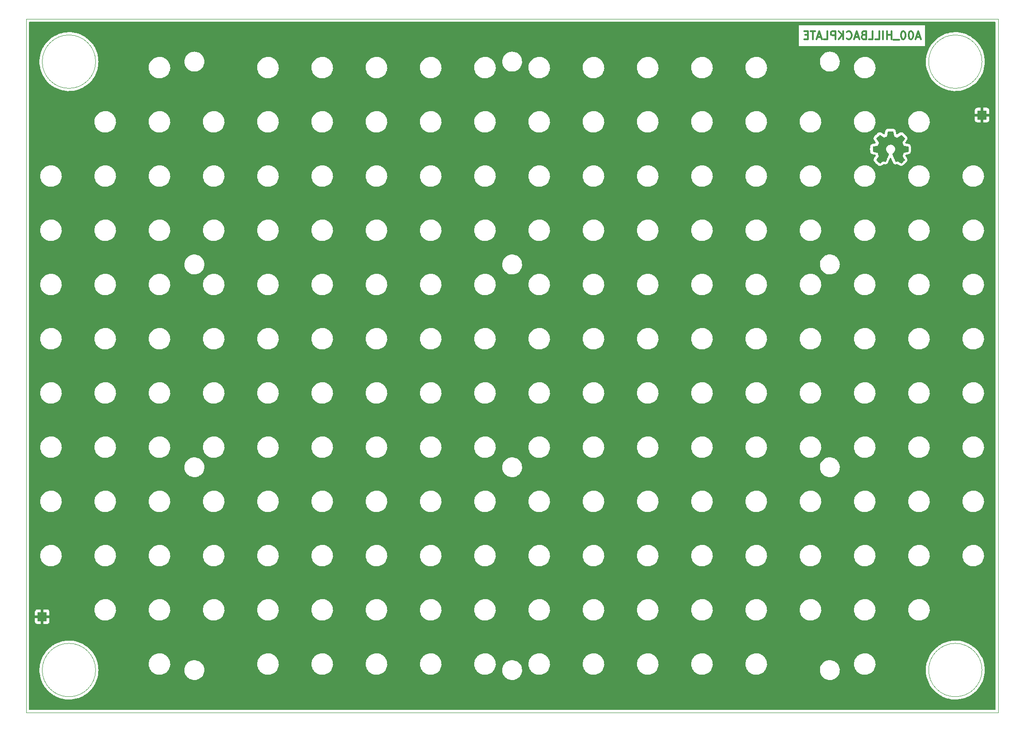
<source format=gbr>
%TF.GenerationSoftware,KiCad,Pcbnew,6.0.11-2627ca5db0~126~ubuntu20.04.1*%
%TF.CreationDate,2024-08-05T23:26:07-05:00*%
%TF.ProjectId,a00_hilbackplate,6130305f-6869-46c6-9261-636b706c6174,rev?*%
%TF.SameCoordinates,Original*%
%TF.FileFunction,Copper,L2,Bot*%
%TF.FilePolarity,Positive*%
%FSLAX46Y46*%
G04 Gerber Fmt 4.6, Leading zero omitted, Abs format (unit mm)*
G04 Created by KiCad (PCBNEW 6.0.11-2627ca5db0~126~ubuntu20.04.1) date 2024-08-05 23:26:07*
%MOMM*%
%LPD*%
G01*
G04 APERTURE LIST*
%TA.AperFunction,Profile*%
%ADD10C,0.100000*%
%TD*%
%ADD11C,0.300000*%
%TA.AperFunction,NonConductor*%
%ADD12C,0.300000*%
%TD*%
%TA.AperFunction,EtchedComponent*%
%ADD13C,0.010000*%
%TD*%
%TA.AperFunction,ComponentPad*%
%ADD14R,1.700000X1.700000*%
%TD*%
G04 APERTURE END LIST*
D10*
X20000000Y-20000000D02*
X20000000Y-150000000D01*
X199000000Y-28000000D02*
G75*
G03*
X199000000Y-28000000I-5000000J0D01*
G01*
X33000000Y-28000000D02*
G75*
G03*
X33000000Y-28000000I-5000000J0D01*
G01*
X202000000Y-20000000D02*
X202000000Y-150000000D01*
X199000000Y-142000000D02*
G75*
G03*
X199000000Y-142000000I-5000000J0D01*
G01*
X20000000Y-20000000D02*
X202000000Y-20000000D01*
X20000000Y-150000000D02*
X202000000Y-150000000D01*
X33000000Y-142000000D02*
G75*
G03*
X33000000Y-142000000I-5000000J0D01*
G01*
D11*
D12*
X187387142Y-23364000D02*
X186672857Y-23364000D01*
X187530000Y-23792571D02*
X187030000Y-22292571D01*
X186530000Y-23792571D01*
X185744285Y-22292571D02*
X185601428Y-22292571D01*
X185458571Y-22364000D01*
X185387142Y-22435428D01*
X185315714Y-22578285D01*
X185244285Y-22864000D01*
X185244285Y-23221142D01*
X185315714Y-23506857D01*
X185387142Y-23649714D01*
X185458571Y-23721142D01*
X185601428Y-23792571D01*
X185744285Y-23792571D01*
X185887142Y-23721142D01*
X185958571Y-23649714D01*
X186030000Y-23506857D01*
X186101428Y-23221142D01*
X186101428Y-22864000D01*
X186030000Y-22578285D01*
X185958571Y-22435428D01*
X185887142Y-22364000D01*
X185744285Y-22292571D01*
X184315714Y-22292571D02*
X184172857Y-22292571D01*
X184030000Y-22364000D01*
X183958571Y-22435428D01*
X183887142Y-22578285D01*
X183815714Y-22864000D01*
X183815714Y-23221142D01*
X183887142Y-23506857D01*
X183958571Y-23649714D01*
X184030000Y-23721142D01*
X184172857Y-23792571D01*
X184315714Y-23792571D01*
X184458571Y-23721142D01*
X184530000Y-23649714D01*
X184601428Y-23506857D01*
X184672857Y-23221142D01*
X184672857Y-22864000D01*
X184601428Y-22578285D01*
X184530000Y-22435428D01*
X184458571Y-22364000D01*
X184315714Y-22292571D01*
X183530000Y-23935428D02*
X182387142Y-23935428D01*
X182030000Y-23792571D02*
X182030000Y-22292571D01*
X182030000Y-23006857D02*
X181172857Y-23006857D01*
X181172857Y-23792571D02*
X181172857Y-22292571D01*
X180458571Y-23792571D02*
X180458571Y-22292571D01*
X179030000Y-23792571D02*
X179744285Y-23792571D01*
X179744285Y-22292571D01*
X177815714Y-23792571D02*
X178530000Y-23792571D01*
X178530000Y-22292571D01*
X176815714Y-23006857D02*
X176601428Y-23078285D01*
X176530000Y-23149714D01*
X176458571Y-23292571D01*
X176458571Y-23506857D01*
X176530000Y-23649714D01*
X176601428Y-23721142D01*
X176744285Y-23792571D01*
X177315714Y-23792571D01*
X177315714Y-22292571D01*
X176815714Y-22292571D01*
X176672857Y-22364000D01*
X176601428Y-22435428D01*
X176530000Y-22578285D01*
X176530000Y-22721142D01*
X176601428Y-22864000D01*
X176672857Y-22935428D01*
X176815714Y-23006857D01*
X177315714Y-23006857D01*
X175887142Y-23364000D02*
X175172857Y-23364000D01*
X176030000Y-23792571D02*
X175530000Y-22292571D01*
X175030000Y-23792571D01*
X173672857Y-23649714D02*
X173744285Y-23721142D01*
X173958571Y-23792571D01*
X174101428Y-23792571D01*
X174315714Y-23721142D01*
X174458571Y-23578285D01*
X174530000Y-23435428D01*
X174601428Y-23149714D01*
X174601428Y-22935428D01*
X174530000Y-22649714D01*
X174458571Y-22506857D01*
X174315714Y-22364000D01*
X174101428Y-22292571D01*
X173958571Y-22292571D01*
X173744285Y-22364000D01*
X173672857Y-22435428D01*
X173030000Y-23792571D02*
X173030000Y-22292571D01*
X172172857Y-23792571D02*
X172815714Y-22935428D01*
X172172857Y-22292571D02*
X173030000Y-23149714D01*
X171530000Y-23792571D02*
X171530000Y-22292571D01*
X170958571Y-22292571D01*
X170815714Y-22364000D01*
X170744285Y-22435428D01*
X170672857Y-22578285D01*
X170672857Y-22792571D01*
X170744285Y-22935428D01*
X170815714Y-23006857D01*
X170958571Y-23078285D01*
X171530000Y-23078285D01*
X169315714Y-23792571D02*
X170030000Y-23792571D01*
X170030000Y-22292571D01*
X168887142Y-23364000D02*
X168172857Y-23364000D01*
X169030000Y-23792571D02*
X168530000Y-22292571D01*
X168030000Y-23792571D01*
X167744285Y-22292571D02*
X166887142Y-22292571D01*
X167315714Y-23792571D02*
X167315714Y-22292571D01*
X166387142Y-23006857D02*
X165887142Y-23006857D01*
X165672857Y-23792571D02*
X166387142Y-23792571D01*
X166387142Y-22292571D01*
X165672857Y-22292571D01*
%TO.C,REF\u002A\u002A*%
G36*
X182401275Y-41537931D02*
G01*
X182485095Y-41982555D01*
X183103667Y-42237551D01*
X183474707Y-41985246D01*
X183548144Y-41935506D01*
X183645499Y-41870218D01*
X183729787Y-41814454D01*
X183796631Y-41771078D01*
X183841654Y-41742953D01*
X183860478Y-41732942D01*
X183872039Y-41740061D01*
X183906596Y-41769894D01*
X183958894Y-41818852D01*
X184024500Y-41882440D01*
X184098983Y-41956163D01*
X184177913Y-42035525D01*
X184256856Y-42116031D01*
X184331384Y-42193185D01*
X184397063Y-42262493D01*
X184449463Y-42319457D01*
X184484153Y-42359584D01*
X184496701Y-42378377D01*
X184493782Y-42386451D01*
X184473571Y-42422469D01*
X184436663Y-42481744D01*
X184386050Y-42559630D01*
X184324725Y-42651481D01*
X184255679Y-42752650D01*
X184217787Y-42807826D01*
X184152606Y-42903884D01*
X184096723Y-42987717D01*
X184053117Y-43054777D01*
X184024769Y-43100519D01*
X184014657Y-43120396D01*
X184014823Y-43121497D01*
X184023743Y-43146694D01*
X184044206Y-43198147D01*
X184073360Y-43269135D01*
X184108353Y-43352935D01*
X184146332Y-43442828D01*
X184184445Y-43532091D01*
X184219839Y-43614003D01*
X184249662Y-43681843D01*
X184271061Y-43728890D01*
X184281184Y-43748422D01*
X184287174Y-43750155D01*
X184323566Y-43757969D01*
X184388427Y-43770915D01*
X184476565Y-43787979D01*
X184582787Y-43808151D01*
X184701902Y-43830418D01*
X184764683Y-43842223D01*
X184879912Y-43864748D01*
X184980662Y-43885550D01*
X185061426Y-43903435D01*
X185116698Y-43917208D01*
X185140971Y-43925674D01*
X185145331Y-43934066D01*
X185152563Y-43975072D01*
X185158246Y-44043368D01*
X185162382Y-44132529D01*
X185164977Y-44236128D01*
X185166036Y-44347740D01*
X185165561Y-44460938D01*
X185163559Y-44569296D01*
X185160033Y-44666389D01*
X185154987Y-44745790D01*
X185148427Y-44801072D01*
X185140356Y-44825810D01*
X185135458Y-44828600D01*
X185098930Y-44840569D01*
X185035565Y-44856405D01*
X184952686Y-44874374D01*
X184857618Y-44892741D01*
X184825542Y-44898591D01*
X184677393Y-44925798D01*
X184560961Y-44947663D01*
X184472209Y-44965093D01*
X184407103Y-44978996D01*
X184361606Y-44990277D01*
X184331682Y-44999843D01*
X184313294Y-45008601D01*
X184302407Y-45017457D01*
X184301142Y-45018943D01*
X184283338Y-45049931D01*
X184256994Y-45106634D01*
X184224661Y-45182399D01*
X184188893Y-45270574D01*
X184152244Y-45364507D01*
X184117266Y-45457547D01*
X184086513Y-45543041D01*
X184062538Y-45614336D01*
X184047895Y-45664782D01*
X184045136Y-45687726D01*
X184046981Y-45690703D01*
X184066075Y-45719493D01*
X184101984Y-45772595D01*
X184151378Y-45845117D01*
X184210927Y-45932167D01*
X184277303Y-46028854D01*
X184295520Y-46055456D01*
X184359577Y-46150875D01*
X184414937Y-46236212D01*
X184458439Y-46306405D01*
X184486924Y-46356394D01*
X184497232Y-46381116D01*
X184495011Y-46387616D01*
X184471858Y-46419644D01*
X184426177Y-46471945D01*
X184361241Y-46540999D01*
X184280319Y-46623286D01*
X184186685Y-46715286D01*
X184133165Y-46766781D01*
X184048542Y-46846983D01*
X183974475Y-46915678D01*
X183914941Y-46969252D01*
X183873917Y-47004085D01*
X183855381Y-47016563D01*
X183842646Y-47011938D01*
X183803436Y-46990057D01*
X183746495Y-46954273D01*
X183679250Y-46909117D01*
X183631438Y-46876165D01*
X183535985Y-46810727D01*
X183434125Y-46741228D01*
X183341088Y-46678075D01*
X183158832Y-46554800D01*
X183005841Y-46637520D01*
X182969817Y-46656613D01*
X182904303Y-46689272D01*
X182853640Y-46711819D01*
X182826564Y-46720226D01*
X182817703Y-46709430D01*
X182795699Y-46668323D01*
X182763199Y-46600549D01*
X182722010Y-46510409D01*
X182673942Y-46402205D01*
X182620802Y-46280237D01*
X182564399Y-46148808D01*
X182506542Y-46012218D01*
X182449038Y-45874767D01*
X182393697Y-45740758D01*
X182342326Y-45614491D01*
X182296735Y-45500268D01*
X182258732Y-45402390D01*
X182230124Y-45325157D01*
X182212721Y-45272871D01*
X182208331Y-45249833D01*
X182208628Y-45249160D01*
X182229077Y-45227863D01*
X182271850Y-45194508D01*
X182328117Y-45156011D01*
X182345877Y-45144256D01*
X182481014Y-45032735D01*
X182592856Y-44899906D01*
X182678755Y-44751298D01*
X182736062Y-44592440D01*
X182762131Y-44428860D01*
X182754313Y-44266088D01*
X182722644Y-44121315D01*
X182665782Y-43975124D01*
X182582888Y-43844703D01*
X182469131Y-43720813D01*
X182424433Y-43681235D01*
X182279935Y-43583723D01*
X182123838Y-43518050D01*
X181960667Y-43483630D01*
X181794943Y-43479874D01*
X181631192Y-43506194D01*
X181473936Y-43562003D01*
X181327698Y-43646714D01*
X181197004Y-43759737D01*
X181086374Y-43900487D01*
X181065105Y-43935342D01*
X180992810Y-44094655D01*
X180954415Y-44260552D01*
X180948914Y-44428737D01*
X180975301Y-44594913D01*
X181032570Y-44754784D01*
X181119717Y-44904053D01*
X181235736Y-45038423D01*
X181379622Y-45153599D01*
X181384294Y-45156702D01*
X181439964Y-45195933D01*
X181481689Y-45229286D01*
X181500746Y-45249833D01*
X181498342Y-45265941D01*
X181483391Y-45312844D01*
X181456881Y-45385539D01*
X181420620Y-45479725D01*
X181376416Y-45591098D01*
X181326076Y-45715358D01*
X181271407Y-45848202D01*
X181214218Y-45985327D01*
X181156316Y-46122432D01*
X181099510Y-46255215D01*
X181045606Y-46379374D01*
X180996412Y-46490606D01*
X180953737Y-46584609D01*
X180919387Y-46657082D01*
X180895171Y-46703722D01*
X180882897Y-46720226D01*
X180872689Y-46717991D01*
X180832586Y-46701926D01*
X180773318Y-46673759D01*
X180703619Y-46637520D01*
X180550629Y-46554800D01*
X180368373Y-46678075D01*
X180314527Y-46714579D01*
X180214374Y-46782784D01*
X180114525Y-46851098D01*
X180030211Y-46909117D01*
X179983679Y-46940736D01*
X179923200Y-46980020D01*
X179878357Y-47006912D01*
X179856455Y-47016883D01*
X179847045Y-47012650D01*
X179813031Y-46986721D01*
X179760595Y-46941070D01*
X179694301Y-46880186D01*
X179618713Y-46808561D01*
X179538396Y-46730683D01*
X179457913Y-46651045D01*
X179381829Y-46574135D01*
X179314707Y-46504445D01*
X179261112Y-46446464D01*
X179225608Y-46404684D01*
X179212759Y-46383593D01*
X179213500Y-46379581D01*
X179228793Y-46346920D01*
X179261462Y-46290412D01*
X179308350Y-46215163D01*
X179366301Y-46126275D01*
X179432157Y-46028854D01*
X179450627Y-46001982D01*
X179515482Y-45907423D01*
X179572609Y-45823827D01*
X179618678Y-45756084D01*
X179650359Y-45709086D01*
X179664324Y-45687726D01*
X179664668Y-45686811D01*
X179660546Y-45660678D01*
X179644807Y-45607740D01*
X179620004Y-45534647D01*
X179588689Y-45448052D01*
X179553417Y-45354608D01*
X179516740Y-45260965D01*
X179481212Y-45173777D01*
X179449386Y-45099695D01*
X179423816Y-45045371D01*
X179407053Y-45017457D01*
X179405374Y-45015724D01*
X179393372Y-45006956D01*
X179373103Y-44998115D01*
X179340529Y-44988292D01*
X179291616Y-44976583D01*
X179222327Y-44962080D01*
X179128625Y-44943876D01*
X179006476Y-44921066D01*
X178851842Y-44892741D01*
X178819770Y-44886780D01*
X178727893Y-44868352D01*
X178650607Y-44850892D01*
X178595236Y-44836133D01*
X178569105Y-44825810D01*
X178564733Y-44817197D01*
X178557445Y-44775826D01*
X178551669Y-44707241D01*
X178547410Y-44617868D01*
X178544673Y-44514135D01*
X178543462Y-44402465D01*
X178543782Y-44289287D01*
X178545636Y-44181026D01*
X178549030Y-44084108D01*
X178553967Y-44004959D01*
X178560452Y-43950006D01*
X178568489Y-43925674D01*
X178576696Y-43922079D01*
X178617519Y-43910748D01*
X178686524Y-43894722D01*
X178778203Y-43875195D01*
X178887050Y-43853362D01*
X179007558Y-43830418D01*
X179073357Y-43818159D01*
X179186135Y-43796901D01*
X179283207Y-43778287D01*
X179359382Y-43763328D01*
X179409469Y-43753036D01*
X179428276Y-43748422D01*
X179428983Y-43747471D01*
X179440961Y-43723310D01*
X179463794Y-43672694D01*
X179494630Y-43602338D01*
X179530613Y-43518958D01*
X179568891Y-43429270D01*
X179606609Y-43339989D01*
X179640913Y-43257832D01*
X179668949Y-43189513D01*
X179687864Y-43141748D01*
X179694803Y-43121254D01*
X179691742Y-43114043D01*
X179671372Y-43079728D01*
X179634422Y-43021970D01*
X179583860Y-42945299D01*
X179522657Y-42854248D01*
X179453781Y-42753350D01*
X179415994Y-42698093D01*
X179350782Y-42601215D01*
X179294871Y-42516193D01*
X179251241Y-42447662D01*
X179222877Y-42400260D01*
X179212759Y-42378623D01*
X179219790Y-42366887D01*
X179249197Y-42331818D01*
X179297441Y-42278745D01*
X179360093Y-42212164D01*
X179432725Y-42136574D01*
X179510908Y-42056472D01*
X179590214Y-41976354D01*
X179666213Y-41900718D01*
X179734478Y-41834062D01*
X179790580Y-41780882D01*
X179830090Y-41745676D01*
X179848579Y-41732942D01*
X179858843Y-41737893D01*
X179896530Y-41760857D01*
X179957348Y-41799938D01*
X180036913Y-41852272D01*
X180130843Y-41914996D01*
X180234754Y-41985246D01*
X180605794Y-42237551D01*
X180915080Y-42110053D01*
X181224365Y-41982555D01*
X181308186Y-41537931D01*
X181392006Y-41093307D01*
X182317454Y-41093307D01*
X182401275Y-41537931D01*
G37*
D13*
X182401275Y-41537931D02*
X182485095Y-41982555D01*
X183103667Y-42237551D01*
X183474707Y-41985246D01*
X183548144Y-41935506D01*
X183645499Y-41870218D01*
X183729787Y-41814454D01*
X183796631Y-41771078D01*
X183841654Y-41742953D01*
X183860478Y-41732942D01*
X183872039Y-41740061D01*
X183906596Y-41769894D01*
X183958894Y-41818852D01*
X184024500Y-41882440D01*
X184098983Y-41956163D01*
X184177913Y-42035525D01*
X184256856Y-42116031D01*
X184331384Y-42193185D01*
X184397063Y-42262493D01*
X184449463Y-42319457D01*
X184484153Y-42359584D01*
X184496701Y-42378377D01*
X184493782Y-42386451D01*
X184473571Y-42422469D01*
X184436663Y-42481744D01*
X184386050Y-42559630D01*
X184324725Y-42651481D01*
X184255679Y-42752650D01*
X184217787Y-42807826D01*
X184152606Y-42903884D01*
X184096723Y-42987717D01*
X184053117Y-43054777D01*
X184024769Y-43100519D01*
X184014657Y-43120396D01*
X184014823Y-43121497D01*
X184023743Y-43146694D01*
X184044206Y-43198147D01*
X184073360Y-43269135D01*
X184108353Y-43352935D01*
X184146332Y-43442828D01*
X184184445Y-43532091D01*
X184219839Y-43614003D01*
X184249662Y-43681843D01*
X184271061Y-43728890D01*
X184281184Y-43748422D01*
X184287174Y-43750155D01*
X184323566Y-43757969D01*
X184388427Y-43770915D01*
X184476565Y-43787979D01*
X184582787Y-43808151D01*
X184701902Y-43830418D01*
X184764683Y-43842223D01*
X184879912Y-43864748D01*
X184980662Y-43885550D01*
X185061426Y-43903435D01*
X185116698Y-43917208D01*
X185140971Y-43925674D01*
X185145331Y-43934066D01*
X185152563Y-43975072D01*
X185158246Y-44043368D01*
X185162382Y-44132529D01*
X185164977Y-44236128D01*
X185166036Y-44347740D01*
X185165561Y-44460938D01*
X185163559Y-44569296D01*
X185160033Y-44666389D01*
X185154987Y-44745790D01*
X185148427Y-44801072D01*
X185140356Y-44825810D01*
X185135458Y-44828600D01*
X185098930Y-44840569D01*
X185035565Y-44856405D01*
X184952686Y-44874374D01*
X184857618Y-44892741D01*
X184825542Y-44898591D01*
X184677393Y-44925798D01*
X184560961Y-44947663D01*
X184472209Y-44965093D01*
X184407103Y-44978996D01*
X184361606Y-44990277D01*
X184331682Y-44999843D01*
X184313294Y-45008601D01*
X184302407Y-45017457D01*
X184301142Y-45018943D01*
X184283338Y-45049931D01*
X184256994Y-45106634D01*
X184224661Y-45182399D01*
X184188893Y-45270574D01*
X184152244Y-45364507D01*
X184117266Y-45457547D01*
X184086513Y-45543041D01*
X184062538Y-45614336D01*
X184047895Y-45664782D01*
X184045136Y-45687726D01*
X184046981Y-45690703D01*
X184066075Y-45719493D01*
X184101984Y-45772595D01*
X184151378Y-45845117D01*
X184210927Y-45932167D01*
X184277303Y-46028854D01*
X184295520Y-46055456D01*
X184359577Y-46150875D01*
X184414937Y-46236212D01*
X184458439Y-46306405D01*
X184486924Y-46356394D01*
X184497232Y-46381116D01*
X184495011Y-46387616D01*
X184471858Y-46419644D01*
X184426177Y-46471945D01*
X184361241Y-46540999D01*
X184280319Y-46623286D01*
X184186685Y-46715286D01*
X184133165Y-46766781D01*
X184048542Y-46846983D01*
X183974475Y-46915678D01*
X183914941Y-46969252D01*
X183873917Y-47004085D01*
X183855381Y-47016563D01*
X183842646Y-47011938D01*
X183803436Y-46990057D01*
X183746495Y-46954273D01*
X183679250Y-46909117D01*
X183631438Y-46876165D01*
X183535985Y-46810727D01*
X183434125Y-46741228D01*
X183341088Y-46678075D01*
X183158832Y-46554800D01*
X183005841Y-46637520D01*
X182969817Y-46656613D01*
X182904303Y-46689272D01*
X182853640Y-46711819D01*
X182826564Y-46720226D01*
X182817703Y-46709430D01*
X182795699Y-46668323D01*
X182763199Y-46600549D01*
X182722010Y-46510409D01*
X182673942Y-46402205D01*
X182620802Y-46280237D01*
X182564399Y-46148808D01*
X182506542Y-46012218D01*
X182449038Y-45874767D01*
X182393697Y-45740758D01*
X182342326Y-45614491D01*
X182296735Y-45500268D01*
X182258732Y-45402390D01*
X182230124Y-45325157D01*
X182212721Y-45272871D01*
X182208331Y-45249833D01*
X182208628Y-45249160D01*
X182229077Y-45227863D01*
X182271850Y-45194508D01*
X182328117Y-45156011D01*
X182345877Y-45144256D01*
X182481014Y-45032735D01*
X182592856Y-44899906D01*
X182678755Y-44751298D01*
X182736062Y-44592440D01*
X182762131Y-44428860D01*
X182754313Y-44266088D01*
X182722644Y-44121315D01*
X182665782Y-43975124D01*
X182582888Y-43844703D01*
X182469131Y-43720813D01*
X182424433Y-43681235D01*
X182279935Y-43583723D01*
X182123838Y-43518050D01*
X181960667Y-43483630D01*
X181794943Y-43479874D01*
X181631192Y-43506194D01*
X181473936Y-43562003D01*
X181327698Y-43646714D01*
X181197004Y-43759737D01*
X181086374Y-43900487D01*
X181065105Y-43935342D01*
X180992810Y-44094655D01*
X180954415Y-44260552D01*
X180948914Y-44428737D01*
X180975301Y-44594913D01*
X181032570Y-44754784D01*
X181119717Y-44904053D01*
X181235736Y-45038423D01*
X181379622Y-45153599D01*
X181384294Y-45156702D01*
X181439964Y-45195933D01*
X181481689Y-45229286D01*
X181500746Y-45249833D01*
X181498342Y-45265941D01*
X181483391Y-45312844D01*
X181456881Y-45385539D01*
X181420620Y-45479725D01*
X181376416Y-45591098D01*
X181326076Y-45715358D01*
X181271407Y-45848202D01*
X181214218Y-45985327D01*
X181156316Y-46122432D01*
X181099510Y-46255215D01*
X181045606Y-46379374D01*
X180996412Y-46490606D01*
X180953737Y-46584609D01*
X180919387Y-46657082D01*
X180895171Y-46703722D01*
X180882897Y-46720226D01*
X180872689Y-46717991D01*
X180832586Y-46701926D01*
X180773318Y-46673759D01*
X180703619Y-46637520D01*
X180550629Y-46554800D01*
X180368373Y-46678075D01*
X180314527Y-46714579D01*
X180214374Y-46782784D01*
X180114525Y-46851098D01*
X180030211Y-46909117D01*
X179983679Y-46940736D01*
X179923200Y-46980020D01*
X179878357Y-47006912D01*
X179856455Y-47016883D01*
X179847045Y-47012650D01*
X179813031Y-46986721D01*
X179760595Y-46941070D01*
X179694301Y-46880186D01*
X179618713Y-46808561D01*
X179538396Y-46730683D01*
X179457913Y-46651045D01*
X179381829Y-46574135D01*
X179314707Y-46504445D01*
X179261112Y-46446464D01*
X179225608Y-46404684D01*
X179212759Y-46383593D01*
X179213500Y-46379581D01*
X179228793Y-46346920D01*
X179261462Y-46290412D01*
X179308350Y-46215163D01*
X179366301Y-46126275D01*
X179432157Y-46028854D01*
X179450627Y-46001982D01*
X179515482Y-45907423D01*
X179572609Y-45823827D01*
X179618678Y-45756084D01*
X179650359Y-45709086D01*
X179664324Y-45687726D01*
X179664668Y-45686811D01*
X179660546Y-45660678D01*
X179644807Y-45607740D01*
X179620004Y-45534647D01*
X179588689Y-45448052D01*
X179553417Y-45354608D01*
X179516740Y-45260965D01*
X179481212Y-45173777D01*
X179449386Y-45099695D01*
X179423816Y-45045371D01*
X179407053Y-45017457D01*
X179405374Y-45015724D01*
X179393372Y-45006956D01*
X179373103Y-44998115D01*
X179340529Y-44988292D01*
X179291616Y-44976583D01*
X179222327Y-44962080D01*
X179128625Y-44943876D01*
X179006476Y-44921066D01*
X178851842Y-44892741D01*
X178819770Y-44886780D01*
X178727893Y-44868352D01*
X178650607Y-44850892D01*
X178595236Y-44836133D01*
X178569105Y-44825810D01*
X178564733Y-44817197D01*
X178557445Y-44775826D01*
X178551669Y-44707241D01*
X178547410Y-44617868D01*
X178544673Y-44514135D01*
X178543462Y-44402465D01*
X178543782Y-44289287D01*
X178545636Y-44181026D01*
X178549030Y-44084108D01*
X178553967Y-44004959D01*
X178560452Y-43950006D01*
X178568489Y-43925674D01*
X178576696Y-43922079D01*
X178617519Y-43910748D01*
X178686524Y-43894722D01*
X178778203Y-43875195D01*
X178887050Y-43853362D01*
X179007558Y-43830418D01*
X179073357Y-43818159D01*
X179186135Y-43796901D01*
X179283207Y-43778287D01*
X179359382Y-43763328D01*
X179409469Y-43753036D01*
X179428276Y-43748422D01*
X179428983Y-43747471D01*
X179440961Y-43723310D01*
X179463794Y-43672694D01*
X179494630Y-43602338D01*
X179530613Y-43518958D01*
X179568891Y-43429270D01*
X179606609Y-43339989D01*
X179640913Y-43257832D01*
X179668949Y-43189513D01*
X179687864Y-43141748D01*
X179694803Y-43121254D01*
X179691742Y-43114043D01*
X179671372Y-43079728D01*
X179634422Y-43021970D01*
X179583860Y-42945299D01*
X179522657Y-42854248D01*
X179453781Y-42753350D01*
X179415994Y-42698093D01*
X179350782Y-42601215D01*
X179294871Y-42516193D01*
X179251241Y-42447662D01*
X179222877Y-42400260D01*
X179212759Y-42378623D01*
X179219790Y-42366887D01*
X179249197Y-42331818D01*
X179297441Y-42278745D01*
X179360093Y-42212164D01*
X179432725Y-42136574D01*
X179510908Y-42056472D01*
X179590214Y-41976354D01*
X179666213Y-41900718D01*
X179734478Y-41834062D01*
X179790580Y-41780882D01*
X179830090Y-41745676D01*
X179848579Y-41732942D01*
X179858843Y-41737893D01*
X179896530Y-41760857D01*
X179957348Y-41799938D01*
X180036913Y-41852272D01*
X180130843Y-41914996D01*
X180234754Y-41985246D01*
X180605794Y-42237551D01*
X180915080Y-42110053D01*
X181224365Y-41982555D01*
X181308186Y-41537931D01*
X181392006Y-41093307D01*
X182317454Y-41093307D01*
X182401275Y-41537931D01*
%TD*%
D14*
%TO.P,J1,1,Pin_1*%
%TO.N,Net-(J1-Pad1)*%
X199000000Y-38000000D03*
%TD*%
%TO.P,J2,1,Pin_1*%
%TO.N,Net-(J1-Pad1)*%
X23000000Y-132000000D03*
%TD*%
%TA.AperFunction,Conductor*%
%TO.N,Net-(J1-Pad1)*%
G36*
X201433621Y-20528502D02*
G01*
X201480114Y-20582158D01*
X201491500Y-20634500D01*
X201491500Y-149365500D01*
X201471498Y-149433621D01*
X201417842Y-149480114D01*
X201365500Y-149491500D01*
X20634500Y-149491500D01*
X20566379Y-149471498D01*
X20519886Y-149417842D01*
X20508500Y-149365500D01*
X20508500Y-142230880D01*
X22491368Y-142230880D01*
X22530007Y-142691021D01*
X22530449Y-142693634D01*
X22591652Y-143055482D01*
X22607015Y-143146314D01*
X22721850Y-143593568D01*
X22873707Y-144029643D01*
X23061522Y-144451482D01*
X23283977Y-144856125D01*
X23285429Y-144858311D01*
X23285433Y-144858317D01*
X23413924Y-145051711D01*
X23539511Y-145240735D01*
X23826332Y-145602614D01*
X24142429Y-145939222D01*
X24485583Y-146248200D01*
X24853389Y-146527380D01*
X24855620Y-146528796D01*
X24855626Y-146528800D01*
X25177538Y-146733091D01*
X25243266Y-146774803D01*
X25245593Y-146776019D01*
X25245599Y-146776023D01*
X25650142Y-146987513D01*
X25650147Y-146987515D01*
X25652480Y-146988735D01*
X26078159Y-147167674D01*
X26080667Y-147168489D01*
X26080670Y-147168490D01*
X26514804Y-147309549D01*
X26514808Y-147309550D01*
X26517319Y-147310366D01*
X26838502Y-147385699D01*
X26964303Y-147415205D01*
X26964307Y-147415206D01*
X26966879Y-147415809D01*
X26969496Y-147416196D01*
X26969499Y-147416196D01*
X27421064Y-147482878D01*
X27421068Y-147482878D01*
X27423686Y-147483265D01*
X27884535Y-147512259D01*
X27887167Y-147512204D01*
X27887174Y-147512204D01*
X28063193Y-147508516D01*
X28346194Y-147502588D01*
X28805424Y-147454321D01*
X29259005Y-147367796D01*
X29261534Y-147367090D01*
X29261542Y-147367088D01*
X29701221Y-147244328D01*
X29701232Y-147244324D01*
X29703755Y-147243620D01*
X29979857Y-147140938D01*
X30134082Y-147083583D01*
X30134088Y-147083580D01*
X30136555Y-147082663D01*
X30554368Y-146886055D01*
X30954264Y-146655175D01*
X31333438Y-146391642D01*
X31689230Y-146097305D01*
X32019145Y-145774229D01*
X32320869Y-145424678D01*
X32592285Y-145051107D01*
X32831489Y-144656133D01*
X33036804Y-144242529D01*
X33206789Y-143813196D01*
X33340252Y-143371144D01*
X33361913Y-143269240D01*
X33435711Y-142922047D01*
X33436258Y-142919474D01*
X33494131Y-142461355D01*
X33500257Y-142315209D01*
X33513357Y-142002648D01*
X33513468Y-142000000D01*
X33500443Y-141689231D01*
X33494242Y-141541291D01*
X33494242Y-141541289D01*
X33494131Y-141538645D01*
X33436258Y-141080526D01*
X33388599Y-140856309D01*
X33378699Y-140809733D01*
X42947822Y-140809733D01*
X42947975Y-140814121D01*
X42947975Y-140814127D01*
X42957370Y-141083146D01*
X42957625Y-141090458D01*
X42958387Y-141094781D01*
X42958388Y-141094788D01*
X42986455Y-141253961D01*
X43006402Y-141367087D01*
X43093203Y-141634235D01*
X43095131Y-141638188D01*
X43095133Y-141638193D01*
X43150313Y-141751328D01*
X43216340Y-141886702D01*
X43218795Y-141890341D01*
X43218798Y-141890347D01*
X43261171Y-141953167D01*
X43373415Y-142119576D01*
X43376360Y-142122847D01*
X43376361Y-142122848D01*
X43466128Y-142222544D01*
X43561371Y-142328322D01*
X43776550Y-142508879D01*
X44014764Y-142657731D01*
X44271375Y-142771982D01*
X44541390Y-142849407D01*
X44545740Y-142850018D01*
X44545743Y-142850019D01*
X44648690Y-142864487D01*
X44819552Y-142888500D01*
X45030146Y-142888500D01*
X45032332Y-142888347D01*
X45032336Y-142888347D01*
X45235827Y-142874118D01*
X45235832Y-142874117D01*
X45240212Y-142873811D01*
X45514970Y-142815409D01*
X45519099Y-142813906D01*
X45519103Y-142813905D01*
X45774781Y-142720846D01*
X45774785Y-142720844D01*
X45778926Y-142719337D01*
X46026942Y-142587464D01*
X46131896Y-142511211D01*
X46250629Y-142424947D01*
X46250632Y-142424944D01*
X46254192Y-142422358D01*
X46456252Y-142227231D01*
X46600753Y-142042277D01*
X49637009Y-142042277D01*
X49662625Y-142310769D01*
X49663710Y-142315203D01*
X49663711Y-142315209D01*
X49724329Y-142562934D01*
X49726731Y-142572750D01*
X49827985Y-142822733D01*
X49964265Y-143055482D01*
X49967118Y-143059049D01*
X50084686Y-143206060D01*
X50132716Y-143266119D01*
X50329809Y-143450234D01*
X50551416Y-143603968D01*
X50555499Y-143605999D01*
X50555502Y-143606001D01*
X50671013Y-143663466D01*
X50792894Y-143724101D01*
X50797228Y-143725522D01*
X50797231Y-143725523D01*
X51044853Y-143806698D01*
X51044859Y-143806699D01*
X51049186Y-143808118D01*
X51053677Y-143808898D01*
X51053678Y-143808898D01*
X51311140Y-143853601D01*
X51311148Y-143853602D01*
X51314921Y-143854257D01*
X51318758Y-143854448D01*
X51398578Y-143858422D01*
X51398586Y-143858422D01*
X51400149Y-143858500D01*
X51568512Y-143858500D01*
X51570780Y-143858335D01*
X51570792Y-143858335D01*
X51701884Y-143848823D01*
X51769004Y-143843953D01*
X51773459Y-143842969D01*
X51773462Y-143842969D01*
X52027912Y-143786791D01*
X52027916Y-143786790D01*
X52032372Y-143785806D01*
X52158480Y-143738028D01*
X52280318Y-143691868D01*
X52280321Y-143691867D01*
X52284588Y-143690250D01*
X52520368Y-143559286D01*
X52734773Y-143395657D01*
X52771494Y-143358094D01*
X52920117Y-143206060D01*
X52923312Y-143202792D01*
X53082034Y-142984730D01*
X53140391Y-142873811D01*
X53205490Y-142750079D01*
X53205493Y-142750073D01*
X53207615Y-142746039D01*
X53226122Y-142693634D01*
X53295902Y-142496033D01*
X53295902Y-142496032D01*
X53297425Y-142491720D01*
X53349581Y-142227100D01*
X53354934Y-142119576D01*
X53362764Y-141962292D01*
X53362764Y-141962286D01*
X53362991Y-141957723D01*
X53337375Y-141689231D01*
X53324887Y-141638193D01*
X53274355Y-141431688D01*
X53273269Y-141427250D01*
X53172015Y-141177267D01*
X53035735Y-140944518D01*
X52927945Y-140809733D01*
X63267822Y-140809733D01*
X63267975Y-140814121D01*
X63267975Y-140814127D01*
X63277370Y-141083146D01*
X63277625Y-141090458D01*
X63278387Y-141094781D01*
X63278388Y-141094788D01*
X63306455Y-141253961D01*
X63326402Y-141367087D01*
X63413203Y-141634235D01*
X63415131Y-141638188D01*
X63415133Y-141638193D01*
X63470313Y-141751328D01*
X63536340Y-141886702D01*
X63538795Y-141890341D01*
X63538798Y-141890347D01*
X63581171Y-141953167D01*
X63693415Y-142119576D01*
X63696360Y-142122847D01*
X63696361Y-142122848D01*
X63786128Y-142222544D01*
X63881371Y-142328322D01*
X64096550Y-142508879D01*
X64334764Y-142657731D01*
X64591375Y-142771982D01*
X64861390Y-142849407D01*
X64865740Y-142850018D01*
X64865743Y-142850019D01*
X64968690Y-142864487D01*
X65139552Y-142888500D01*
X65350146Y-142888500D01*
X65352332Y-142888347D01*
X65352336Y-142888347D01*
X65555827Y-142874118D01*
X65555832Y-142874117D01*
X65560212Y-142873811D01*
X65834970Y-142815409D01*
X65839099Y-142813906D01*
X65839103Y-142813905D01*
X66094781Y-142720846D01*
X66094785Y-142720844D01*
X66098926Y-142719337D01*
X66346942Y-142587464D01*
X66451896Y-142511211D01*
X66570629Y-142424947D01*
X66570632Y-142424944D01*
X66574192Y-142422358D01*
X66776252Y-142227231D01*
X66949188Y-142005882D01*
X66951384Y-142002078D01*
X66951389Y-142002071D01*
X67087435Y-141766431D01*
X67089636Y-141762619D01*
X67194862Y-141502176D01*
X67228544Y-141367087D01*
X67261753Y-141233893D01*
X67261754Y-141233888D01*
X67262817Y-141229624D01*
X67267876Y-141181497D01*
X67291719Y-140954636D01*
X67291719Y-140954633D01*
X67292178Y-140950267D01*
X67292025Y-140945873D01*
X67287271Y-140809733D01*
X73427822Y-140809733D01*
X73427975Y-140814121D01*
X73427975Y-140814127D01*
X73437370Y-141083146D01*
X73437625Y-141090458D01*
X73438387Y-141094781D01*
X73438388Y-141094788D01*
X73466455Y-141253961D01*
X73486402Y-141367087D01*
X73573203Y-141634235D01*
X73575131Y-141638188D01*
X73575133Y-141638193D01*
X73630313Y-141751328D01*
X73696340Y-141886702D01*
X73698795Y-141890341D01*
X73698798Y-141890347D01*
X73741171Y-141953167D01*
X73853415Y-142119576D01*
X73856360Y-142122847D01*
X73856361Y-142122848D01*
X73946128Y-142222544D01*
X74041371Y-142328322D01*
X74256550Y-142508879D01*
X74494764Y-142657731D01*
X74751375Y-142771982D01*
X75021390Y-142849407D01*
X75025740Y-142850018D01*
X75025743Y-142850019D01*
X75128690Y-142864487D01*
X75299552Y-142888500D01*
X75510146Y-142888500D01*
X75512332Y-142888347D01*
X75512336Y-142888347D01*
X75715827Y-142874118D01*
X75715832Y-142874117D01*
X75720212Y-142873811D01*
X75994970Y-142815409D01*
X75999099Y-142813906D01*
X75999103Y-142813905D01*
X76254781Y-142720846D01*
X76254785Y-142720844D01*
X76258926Y-142719337D01*
X76506942Y-142587464D01*
X76611896Y-142511211D01*
X76730629Y-142424947D01*
X76730632Y-142424944D01*
X76734192Y-142422358D01*
X76936252Y-142227231D01*
X77109188Y-142005882D01*
X77111384Y-142002078D01*
X77111389Y-142002071D01*
X77247435Y-141766431D01*
X77249636Y-141762619D01*
X77354862Y-141502176D01*
X77388544Y-141367087D01*
X77421753Y-141233893D01*
X77421754Y-141233888D01*
X77422817Y-141229624D01*
X77427876Y-141181497D01*
X77451719Y-140954636D01*
X77451719Y-140954633D01*
X77452178Y-140950267D01*
X77452025Y-140945873D01*
X77447271Y-140809733D01*
X83587822Y-140809733D01*
X83587975Y-140814121D01*
X83587975Y-140814127D01*
X83597370Y-141083146D01*
X83597625Y-141090458D01*
X83598387Y-141094781D01*
X83598388Y-141094788D01*
X83626455Y-141253961D01*
X83646402Y-141367087D01*
X83733203Y-141634235D01*
X83735131Y-141638188D01*
X83735133Y-141638193D01*
X83790313Y-141751328D01*
X83856340Y-141886702D01*
X83858795Y-141890341D01*
X83858798Y-141890347D01*
X83901171Y-141953167D01*
X84013415Y-142119576D01*
X84016360Y-142122847D01*
X84016361Y-142122848D01*
X84106128Y-142222544D01*
X84201371Y-142328322D01*
X84416550Y-142508879D01*
X84654764Y-142657731D01*
X84911375Y-142771982D01*
X85181390Y-142849407D01*
X85185740Y-142850018D01*
X85185743Y-142850019D01*
X85288690Y-142864487D01*
X85459552Y-142888500D01*
X85670146Y-142888500D01*
X85672332Y-142888347D01*
X85672336Y-142888347D01*
X85875827Y-142874118D01*
X85875832Y-142874117D01*
X85880212Y-142873811D01*
X86154970Y-142815409D01*
X86159099Y-142813906D01*
X86159103Y-142813905D01*
X86414781Y-142720846D01*
X86414785Y-142720844D01*
X86418926Y-142719337D01*
X86666942Y-142587464D01*
X86771896Y-142511211D01*
X86890629Y-142424947D01*
X86890632Y-142424944D01*
X86894192Y-142422358D01*
X87096252Y-142227231D01*
X87269188Y-142005882D01*
X87271384Y-142002078D01*
X87271389Y-142002071D01*
X87407435Y-141766431D01*
X87409636Y-141762619D01*
X87514862Y-141502176D01*
X87548544Y-141367087D01*
X87581753Y-141233893D01*
X87581754Y-141233888D01*
X87582817Y-141229624D01*
X87587876Y-141181497D01*
X87611719Y-140954636D01*
X87611719Y-140954633D01*
X87612178Y-140950267D01*
X87612025Y-140945873D01*
X87607271Y-140809733D01*
X93747822Y-140809733D01*
X93747975Y-140814121D01*
X93747975Y-140814127D01*
X93757370Y-141083146D01*
X93757625Y-141090458D01*
X93758387Y-141094781D01*
X93758388Y-141094788D01*
X93786455Y-141253961D01*
X93806402Y-141367087D01*
X93893203Y-141634235D01*
X93895131Y-141638188D01*
X93895133Y-141638193D01*
X93950313Y-141751328D01*
X94016340Y-141886702D01*
X94018795Y-141890341D01*
X94018798Y-141890347D01*
X94061171Y-141953167D01*
X94173415Y-142119576D01*
X94176360Y-142122847D01*
X94176361Y-142122848D01*
X94266128Y-142222544D01*
X94361371Y-142328322D01*
X94576550Y-142508879D01*
X94814764Y-142657731D01*
X95071375Y-142771982D01*
X95341390Y-142849407D01*
X95345740Y-142850018D01*
X95345743Y-142850019D01*
X95448690Y-142864487D01*
X95619552Y-142888500D01*
X95830146Y-142888500D01*
X95832332Y-142888347D01*
X95832336Y-142888347D01*
X96035827Y-142874118D01*
X96035832Y-142874117D01*
X96040212Y-142873811D01*
X96314970Y-142815409D01*
X96319099Y-142813906D01*
X96319103Y-142813905D01*
X96574781Y-142720846D01*
X96574785Y-142720844D01*
X96578926Y-142719337D01*
X96826942Y-142587464D01*
X96931896Y-142511211D01*
X97050629Y-142424947D01*
X97050632Y-142424944D01*
X97054192Y-142422358D01*
X97256252Y-142227231D01*
X97429188Y-142005882D01*
X97431384Y-142002078D01*
X97431389Y-142002071D01*
X97567435Y-141766431D01*
X97569636Y-141762619D01*
X97674862Y-141502176D01*
X97708544Y-141367087D01*
X97741753Y-141233893D01*
X97741754Y-141233888D01*
X97742817Y-141229624D01*
X97747876Y-141181497D01*
X97771719Y-140954636D01*
X97771719Y-140954633D01*
X97772178Y-140950267D01*
X97772025Y-140945873D01*
X97767271Y-140809733D01*
X103907822Y-140809733D01*
X103907975Y-140814121D01*
X103907975Y-140814127D01*
X103917370Y-141083146D01*
X103917625Y-141090458D01*
X103918387Y-141094781D01*
X103918388Y-141094788D01*
X103946455Y-141253961D01*
X103966402Y-141367087D01*
X104053203Y-141634235D01*
X104055131Y-141638188D01*
X104055133Y-141638193D01*
X104110313Y-141751328D01*
X104176340Y-141886702D01*
X104178795Y-141890341D01*
X104178798Y-141890347D01*
X104221171Y-141953167D01*
X104333415Y-142119576D01*
X104336360Y-142122847D01*
X104336361Y-142122848D01*
X104426128Y-142222544D01*
X104521371Y-142328322D01*
X104736550Y-142508879D01*
X104974764Y-142657731D01*
X105231375Y-142771982D01*
X105501390Y-142849407D01*
X105505740Y-142850018D01*
X105505743Y-142850019D01*
X105608690Y-142864487D01*
X105779552Y-142888500D01*
X105990146Y-142888500D01*
X105992332Y-142888347D01*
X105992336Y-142888347D01*
X106195827Y-142874118D01*
X106195832Y-142874117D01*
X106200212Y-142873811D01*
X106474970Y-142815409D01*
X106479099Y-142813906D01*
X106479103Y-142813905D01*
X106734781Y-142720846D01*
X106734785Y-142720844D01*
X106738926Y-142719337D01*
X106986942Y-142587464D01*
X107091896Y-142511211D01*
X107210629Y-142424947D01*
X107210632Y-142424944D01*
X107214192Y-142422358D01*
X107416252Y-142227231D01*
X107560753Y-142042277D01*
X109137009Y-142042277D01*
X109162625Y-142310769D01*
X109163710Y-142315203D01*
X109163711Y-142315209D01*
X109224329Y-142562934D01*
X109226731Y-142572750D01*
X109327985Y-142822733D01*
X109464265Y-143055482D01*
X109467118Y-143059049D01*
X109584686Y-143206060D01*
X109632716Y-143266119D01*
X109829809Y-143450234D01*
X110051416Y-143603968D01*
X110055499Y-143605999D01*
X110055502Y-143606001D01*
X110171013Y-143663466D01*
X110292894Y-143724101D01*
X110297228Y-143725522D01*
X110297231Y-143725523D01*
X110544853Y-143806698D01*
X110544859Y-143806699D01*
X110549186Y-143808118D01*
X110553677Y-143808898D01*
X110553678Y-143808898D01*
X110811140Y-143853601D01*
X110811148Y-143853602D01*
X110814921Y-143854257D01*
X110818758Y-143854448D01*
X110898578Y-143858422D01*
X110898586Y-143858422D01*
X110900149Y-143858500D01*
X111068512Y-143858500D01*
X111070780Y-143858335D01*
X111070792Y-143858335D01*
X111201884Y-143848823D01*
X111269004Y-143843953D01*
X111273459Y-143842969D01*
X111273462Y-143842969D01*
X111527912Y-143786791D01*
X111527916Y-143786790D01*
X111532372Y-143785806D01*
X111658480Y-143738028D01*
X111780318Y-143691868D01*
X111780321Y-143691867D01*
X111784588Y-143690250D01*
X112020368Y-143559286D01*
X112234773Y-143395657D01*
X112271494Y-143358094D01*
X112420117Y-143206060D01*
X112423312Y-143202792D01*
X112582034Y-142984730D01*
X112640391Y-142873811D01*
X112705490Y-142750079D01*
X112705493Y-142750073D01*
X112707615Y-142746039D01*
X112726122Y-142693634D01*
X112795902Y-142496033D01*
X112795902Y-142496032D01*
X112797425Y-142491720D01*
X112849581Y-142227100D01*
X112854934Y-142119576D01*
X112862764Y-141962292D01*
X112862764Y-141962286D01*
X112862991Y-141957723D01*
X112837375Y-141689231D01*
X112824887Y-141638193D01*
X112774355Y-141431688D01*
X112773269Y-141427250D01*
X112672015Y-141177267D01*
X112535735Y-140944518D01*
X112427945Y-140809733D01*
X114067822Y-140809733D01*
X114067975Y-140814121D01*
X114067975Y-140814127D01*
X114077370Y-141083146D01*
X114077625Y-141090458D01*
X114078387Y-141094781D01*
X114078388Y-141094788D01*
X114106455Y-141253961D01*
X114126402Y-141367087D01*
X114213203Y-141634235D01*
X114215131Y-141638188D01*
X114215133Y-141638193D01*
X114270313Y-141751328D01*
X114336340Y-141886702D01*
X114338795Y-141890341D01*
X114338798Y-141890347D01*
X114381171Y-141953167D01*
X114493415Y-142119576D01*
X114496360Y-142122847D01*
X114496361Y-142122848D01*
X114586128Y-142222544D01*
X114681371Y-142328322D01*
X114896550Y-142508879D01*
X115134764Y-142657731D01*
X115391375Y-142771982D01*
X115661390Y-142849407D01*
X115665740Y-142850018D01*
X115665743Y-142850019D01*
X115768690Y-142864487D01*
X115939552Y-142888500D01*
X116150146Y-142888500D01*
X116152332Y-142888347D01*
X116152336Y-142888347D01*
X116355827Y-142874118D01*
X116355832Y-142874117D01*
X116360212Y-142873811D01*
X116634970Y-142815409D01*
X116639099Y-142813906D01*
X116639103Y-142813905D01*
X116894781Y-142720846D01*
X116894785Y-142720844D01*
X116898926Y-142719337D01*
X117146942Y-142587464D01*
X117251896Y-142511211D01*
X117370629Y-142424947D01*
X117370632Y-142424944D01*
X117374192Y-142422358D01*
X117576252Y-142227231D01*
X117749188Y-142005882D01*
X117751384Y-142002078D01*
X117751389Y-142002071D01*
X117887435Y-141766431D01*
X117889636Y-141762619D01*
X117994862Y-141502176D01*
X118028544Y-141367087D01*
X118061753Y-141233893D01*
X118061754Y-141233888D01*
X118062817Y-141229624D01*
X118067876Y-141181497D01*
X118091719Y-140954636D01*
X118091719Y-140954633D01*
X118092178Y-140950267D01*
X118092025Y-140945873D01*
X118087271Y-140809733D01*
X124227822Y-140809733D01*
X124227975Y-140814121D01*
X124227975Y-140814127D01*
X124237370Y-141083146D01*
X124237625Y-141090458D01*
X124238387Y-141094781D01*
X124238388Y-141094788D01*
X124266455Y-141253961D01*
X124286402Y-141367087D01*
X124373203Y-141634235D01*
X124375131Y-141638188D01*
X124375133Y-141638193D01*
X124430313Y-141751328D01*
X124496340Y-141886702D01*
X124498795Y-141890341D01*
X124498798Y-141890347D01*
X124541171Y-141953167D01*
X124653415Y-142119576D01*
X124656360Y-142122847D01*
X124656361Y-142122848D01*
X124746128Y-142222544D01*
X124841371Y-142328322D01*
X125056550Y-142508879D01*
X125294764Y-142657731D01*
X125551375Y-142771982D01*
X125821390Y-142849407D01*
X125825740Y-142850018D01*
X125825743Y-142850019D01*
X125928690Y-142864487D01*
X126099552Y-142888500D01*
X126310146Y-142888500D01*
X126312332Y-142888347D01*
X126312336Y-142888347D01*
X126515827Y-142874118D01*
X126515832Y-142874117D01*
X126520212Y-142873811D01*
X126794970Y-142815409D01*
X126799099Y-142813906D01*
X126799103Y-142813905D01*
X127054781Y-142720846D01*
X127054785Y-142720844D01*
X127058926Y-142719337D01*
X127306942Y-142587464D01*
X127411896Y-142511211D01*
X127530629Y-142424947D01*
X127530632Y-142424944D01*
X127534192Y-142422358D01*
X127736252Y-142227231D01*
X127909188Y-142005882D01*
X127911384Y-142002078D01*
X127911389Y-142002071D01*
X128047435Y-141766431D01*
X128049636Y-141762619D01*
X128154862Y-141502176D01*
X128188544Y-141367087D01*
X128221753Y-141233893D01*
X128221754Y-141233888D01*
X128222817Y-141229624D01*
X128227876Y-141181497D01*
X128251719Y-140954636D01*
X128251719Y-140954633D01*
X128252178Y-140950267D01*
X128252025Y-140945873D01*
X128247271Y-140809733D01*
X134387822Y-140809733D01*
X134387975Y-140814121D01*
X134387975Y-140814127D01*
X134397370Y-141083146D01*
X134397625Y-141090458D01*
X134398387Y-141094781D01*
X134398388Y-141094788D01*
X134426455Y-141253961D01*
X134446402Y-141367087D01*
X134533203Y-141634235D01*
X134535131Y-141638188D01*
X134535133Y-141638193D01*
X134590313Y-141751328D01*
X134656340Y-141886702D01*
X134658795Y-141890341D01*
X134658798Y-141890347D01*
X134701171Y-141953167D01*
X134813415Y-142119576D01*
X134816360Y-142122847D01*
X134816361Y-142122848D01*
X134906128Y-142222544D01*
X135001371Y-142328322D01*
X135216550Y-142508879D01*
X135454764Y-142657731D01*
X135711375Y-142771982D01*
X135981390Y-142849407D01*
X135985740Y-142850018D01*
X135985743Y-142850019D01*
X136088690Y-142864487D01*
X136259552Y-142888500D01*
X136470146Y-142888500D01*
X136472332Y-142888347D01*
X136472336Y-142888347D01*
X136675827Y-142874118D01*
X136675832Y-142874117D01*
X136680212Y-142873811D01*
X136954970Y-142815409D01*
X136959099Y-142813906D01*
X136959103Y-142813905D01*
X137214781Y-142720846D01*
X137214785Y-142720844D01*
X137218926Y-142719337D01*
X137466942Y-142587464D01*
X137571896Y-142511211D01*
X137690629Y-142424947D01*
X137690632Y-142424944D01*
X137694192Y-142422358D01*
X137896252Y-142227231D01*
X138069188Y-142005882D01*
X138071384Y-142002078D01*
X138071389Y-142002071D01*
X138207435Y-141766431D01*
X138209636Y-141762619D01*
X138314862Y-141502176D01*
X138348544Y-141367087D01*
X138381753Y-141233893D01*
X138381754Y-141233888D01*
X138382817Y-141229624D01*
X138387876Y-141181497D01*
X138411719Y-140954636D01*
X138411719Y-140954633D01*
X138412178Y-140950267D01*
X138412025Y-140945873D01*
X138407271Y-140809733D01*
X144547822Y-140809733D01*
X144547975Y-140814121D01*
X144547975Y-140814127D01*
X144557370Y-141083146D01*
X144557625Y-141090458D01*
X144558387Y-141094781D01*
X144558388Y-141094788D01*
X144586455Y-141253961D01*
X144606402Y-141367087D01*
X144693203Y-141634235D01*
X144695131Y-141638188D01*
X144695133Y-141638193D01*
X144750313Y-141751328D01*
X144816340Y-141886702D01*
X144818795Y-141890341D01*
X144818798Y-141890347D01*
X144861171Y-141953167D01*
X144973415Y-142119576D01*
X144976360Y-142122847D01*
X144976361Y-142122848D01*
X145066128Y-142222544D01*
X145161371Y-142328322D01*
X145376550Y-142508879D01*
X145614764Y-142657731D01*
X145871375Y-142771982D01*
X146141390Y-142849407D01*
X146145740Y-142850018D01*
X146145743Y-142850019D01*
X146248690Y-142864487D01*
X146419552Y-142888500D01*
X146630146Y-142888500D01*
X146632332Y-142888347D01*
X146632336Y-142888347D01*
X146835827Y-142874118D01*
X146835832Y-142874117D01*
X146840212Y-142873811D01*
X147114970Y-142815409D01*
X147119099Y-142813906D01*
X147119103Y-142813905D01*
X147374781Y-142720846D01*
X147374785Y-142720844D01*
X147378926Y-142719337D01*
X147626942Y-142587464D01*
X147731896Y-142511211D01*
X147850629Y-142424947D01*
X147850632Y-142424944D01*
X147854192Y-142422358D01*
X148056252Y-142227231D01*
X148229188Y-142005882D01*
X148231384Y-142002078D01*
X148231389Y-142002071D01*
X148367435Y-141766431D01*
X148369636Y-141762619D01*
X148474862Y-141502176D01*
X148508544Y-141367087D01*
X148541753Y-141233893D01*
X148541754Y-141233888D01*
X148542817Y-141229624D01*
X148547876Y-141181497D01*
X148571719Y-140954636D01*
X148571719Y-140954633D01*
X148572178Y-140950267D01*
X148572025Y-140945873D01*
X148567271Y-140809733D01*
X154707822Y-140809733D01*
X154707975Y-140814121D01*
X154707975Y-140814127D01*
X154717370Y-141083146D01*
X154717625Y-141090458D01*
X154718387Y-141094781D01*
X154718388Y-141094788D01*
X154746455Y-141253961D01*
X154766402Y-141367087D01*
X154853203Y-141634235D01*
X154855131Y-141638188D01*
X154855133Y-141638193D01*
X154910313Y-141751328D01*
X154976340Y-141886702D01*
X154978795Y-141890341D01*
X154978798Y-141890347D01*
X155021171Y-141953167D01*
X155133415Y-142119576D01*
X155136360Y-142122847D01*
X155136361Y-142122848D01*
X155226128Y-142222544D01*
X155321371Y-142328322D01*
X155536550Y-142508879D01*
X155774764Y-142657731D01*
X156031375Y-142771982D01*
X156301390Y-142849407D01*
X156305740Y-142850018D01*
X156305743Y-142850019D01*
X156408690Y-142864487D01*
X156579552Y-142888500D01*
X156790146Y-142888500D01*
X156792332Y-142888347D01*
X156792336Y-142888347D01*
X156995827Y-142874118D01*
X156995832Y-142874117D01*
X157000212Y-142873811D01*
X157274970Y-142815409D01*
X157279099Y-142813906D01*
X157279103Y-142813905D01*
X157534781Y-142720846D01*
X157534785Y-142720844D01*
X157538926Y-142719337D01*
X157786942Y-142587464D01*
X157891896Y-142511211D01*
X158010629Y-142424947D01*
X158010632Y-142424944D01*
X158014192Y-142422358D01*
X158216252Y-142227231D01*
X158360753Y-142042277D01*
X168637009Y-142042277D01*
X168662625Y-142310769D01*
X168663710Y-142315203D01*
X168663711Y-142315209D01*
X168724329Y-142562934D01*
X168726731Y-142572750D01*
X168827985Y-142822733D01*
X168964265Y-143055482D01*
X168967118Y-143059049D01*
X169084686Y-143206060D01*
X169132716Y-143266119D01*
X169329809Y-143450234D01*
X169551416Y-143603968D01*
X169555499Y-143605999D01*
X169555502Y-143606001D01*
X169671013Y-143663466D01*
X169792894Y-143724101D01*
X169797228Y-143725522D01*
X169797231Y-143725523D01*
X170044853Y-143806698D01*
X170044859Y-143806699D01*
X170049186Y-143808118D01*
X170053677Y-143808898D01*
X170053678Y-143808898D01*
X170311140Y-143853601D01*
X170311148Y-143853602D01*
X170314921Y-143854257D01*
X170318758Y-143854448D01*
X170398578Y-143858422D01*
X170398586Y-143858422D01*
X170400149Y-143858500D01*
X170568512Y-143858500D01*
X170570780Y-143858335D01*
X170570792Y-143858335D01*
X170701884Y-143848823D01*
X170769004Y-143843953D01*
X170773459Y-143842969D01*
X170773462Y-143842969D01*
X171027912Y-143786791D01*
X171027916Y-143786790D01*
X171032372Y-143785806D01*
X171158480Y-143738028D01*
X171280318Y-143691868D01*
X171280321Y-143691867D01*
X171284588Y-143690250D01*
X171520368Y-143559286D01*
X171734773Y-143395657D01*
X171771494Y-143358094D01*
X171920117Y-143206060D01*
X171923312Y-143202792D01*
X172082034Y-142984730D01*
X172140391Y-142873811D01*
X172205490Y-142750079D01*
X172205493Y-142750073D01*
X172207615Y-142746039D01*
X172226122Y-142693634D01*
X172295902Y-142496033D01*
X172295902Y-142496032D01*
X172297425Y-142491720D01*
X172349581Y-142227100D01*
X172354934Y-142119576D01*
X172362764Y-141962292D01*
X172362764Y-141962286D01*
X172362991Y-141957723D01*
X172337375Y-141689231D01*
X172324887Y-141638193D01*
X172274355Y-141431688D01*
X172273269Y-141427250D01*
X172172015Y-141177267D01*
X172035735Y-140944518D01*
X171927945Y-140809733D01*
X175027822Y-140809733D01*
X175027975Y-140814121D01*
X175027975Y-140814127D01*
X175037370Y-141083146D01*
X175037625Y-141090458D01*
X175038387Y-141094781D01*
X175038388Y-141094788D01*
X175066455Y-141253961D01*
X175086402Y-141367087D01*
X175173203Y-141634235D01*
X175175131Y-141638188D01*
X175175133Y-141638193D01*
X175230313Y-141751328D01*
X175296340Y-141886702D01*
X175298795Y-141890341D01*
X175298798Y-141890347D01*
X175341171Y-141953167D01*
X175453415Y-142119576D01*
X175456360Y-142122847D01*
X175456361Y-142122848D01*
X175546128Y-142222544D01*
X175641371Y-142328322D01*
X175856550Y-142508879D01*
X176094764Y-142657731D01*
X176351375Y-142771982D01*
X176621390Y-142849407D01*
X176625740Y-142850018D01*
X176625743Y-142850019D01*
X176728690Y-142864487D01*
X176899552Y-142888500D01*
X177110146Y-142888500D01*
X177112332Y-142888347D01*
X177112336Y-142888347D01*
X177315827Y-142874118D01*
X177315832Y-142874117D01*
X177320212Y-142873811D01*
X177594970Y-142815409D01*
X177599099Y-142813906D01*
X177599103Y-142813905D01*
X177854781Y-142720846D01*
X177854785Y-142720844D01*
X177858926Y-142719337D01*
X178106942Y-142587464D01*
X178211896Y-142511211D01*
X178330629Y-142424947D01*
X178330632Y-142424944D01*
X178334192Y-142422358D01*
X178532473Y-142230880D01*
X188491368Y-142230880D01*
X188530007Y-142691021D01*
X188530449Y-142693634D01*
X188591652Y-143055482D01*
X188607015Y-143146314D01*
X188721850Y-143593568D01*
X188873707Y-144029643D01*
X189061522Y-144451482D01*
X189283977Y-144856125D01*
X189285429Y-144858311D01*
X189285433Y-144858317D01*
X189413924Y-145051711D01*
X189539511Y-145240735D01*
X189826332Y-145602614D01*
X190142429Y-145939222D01*
X190485583Y-146248200D01*
X190853389Y-146527380D01*
X190855620Y-146528796D01*
X190855626Y-146528800D01*
X191177538Y-146733091D01*
X191243266Y-146774803D01*
X191245593Y-146776019D01*
X191245599Y-146776023D01*
X191650142Y-146987513D01*
X191650147Y-146987515D01*
X191652480Y-146988735D01*
X192078159Y-147167674D01*
X192080667Y-147168489D01*
X192080670Y-147168490D01*
X192514804Y-147309549D01*
X192514808Y-147309550D01*
X192517319Y-147310366D01*
X192838502Y-147385699D01*
X192964303Y-147415205D01*
X192964307Y-147415206D01*
X192966879Y-147415809D01*
X192969496Y-147416196D01*
X192969499Y-147416196D01*
X193421064Y-147482878D01*
X193421068Y-147482878D01*
X193423686Y-147483265D01*
X193884535Y-147512259D01*
X193887167Y-147512204D01*
X193887174Y-147512204D01*
X194063193Y-147508516D01*
X194346194Y-147502588D01*
X194805424Y-147454321D01*
X195259005Y-147367796D01*
X195261534Y-147367090D01*
X195261542Y-147367088D01*
X195701221Y-147244328D01*
X195701232Y-147244324D01*
X195703755Y-147243620D01*
X195979857Y-147140938D01*
X196134082Y-147083583D01*
X196134088Y-147083580D01*
X196136555Y-147082663D01*
X196554368Y-146886055D01*
X196954264Y-146655175D01*
X197333438Y-146391642D01*
X197689230Y-146097305D01*
X198019145Y-145774229D01*
X198320869Y-145424678D01*
X198592285Y-145051107D01*
X198831489Y-144656133D01*
X199036804Y-144242529D01*
X199206789Y-143813196D01*
X199340252Y-143371144D01*
X199361913Y-143269240D01*
X199435711Y-142922047D01*
X199436258Y-142919474D01*
X199494131Y-142461355D01*
X199500257Y-142315209D01*
X199513357Y-142002648D01*
X199513468Y-142000000D01*
X199500443Y-141689231D01*
X199494242Y-141541291D01*
X199494242Y-141541289D01*
X199494131Y-141538645D01*
X199436258Y-141080526D01*
X199388599Y-140856309D01*
X199340798Y-140631423D01*
X199340796Y-140631415D01*
X199340252Y-140628856D01*
X199206789Y-140186804D01*
X199036804Y-139757471D01*
X198831489Y-139343867D01*
X198685173Y-139102269D01*
X198593651Y-138951148D01*
X198593647Y-138951142D01*
X198592285Y-138948893D01*
X198320869Y-138575322D01*
X198019145Y-138225771D01*
X197689230Y-137902695D01*
X197333438Y-137608358D01*
X196954264Y-137344825D01*
X196554368Y-137113945D01*
X196136555Y-136917337D01*
X196134088Y-136916420D01*
X196134082Y-136916417D01*
X195905773Y-136831510D01*
X195703755Y-136756380D01*
X195701232Y-136755676D01*
X195701221Y-136755672D01*
X195261542Y-136632912D01*
X195261534Y-136632910D01*
X195259005Y-136632204D01*
X194805424Y-136545679D01*
X194346194Y-136497412D01*
X194063193Y-136491484D01*
X193887174Y-136487796D01*
X193887167Y-136487796D01*
X193884535Y-136487741D01*
X193423686Y-136516735D01*
X193421068Y-136517122D01*
X193421064Y-136517122D01*
X192969499Y-136583804D01*
X192969496Y-136583804D01*
X192966879Y-136584191D01*
X192964307Y-136584794D01*
X192964303Y-136584795D01*
X192838502Y-136614301D01*
X192517319Y-136689634D01*
X192514808Y-136690450D01*
X192514804Y-136690451D01*
X192314075Y-136755672D01*
X192078159Y-136832326D01*
X191652480Y-137011265D01*
X191650147Y-137012485D01*
X191650142Y-137012487D01*
X191245599Y-137223977D01*
X191245593Y-137223981D01*
X191243266Y-137225197D01*
X191241038Y-137226611D01*
X190855626Y-137471200D01*
X190855620Y-137471204D01*
X190853389Y-137472620D01*
X190485583Y-137751800D01*
X190142429Y-138060778D01*
X189826332Y-138397386D01*
X189539511Y-138759265D01*
X189538048Y-138761467D01*
X189351176Y-139042733D01*
X189283977Y-139143875D01*
X189061522Y-139548518D01*
X188873707Y-139970357D01*
X188721850Y-140406432D01*
X188721195Y-140408983D01*
X188721192Y-140408993D01*
X188688904Y-140534749D01*
X188607015Y-140853686D01*
X188606573Y-140856301D01*
X188606571Y-140856309D01*
X188566235Y-141094788D01*
X188530007Y-141308979D01*
X188510499Y-141541291D01*
X188492257Y-141758539D01*
X188491368Y-141769120D01*
X188491368Y-142230880D01*
X178532473Y-142230880D01*
X178536252Y-142227231D01*
X178709188Y-142005882D01*
X178711384Y-142002078D01*
X178711389Y-142002071D01*
X178847435Y-141766431D01*
X178849636Y-141762619D01*
X178954862Y-141502176D01*
X178988544Y-141367087D01*
X179021753Y-141233893D01*
X179021754Y-141233888D01*
X179022817Y-141229624D01*
X179027876Y-141181497D01*
X179051719Y-140954636D01*
X179051719Y-140954633D01*
X179052178Y-140950267D01*
X179052025Y-140945873D01*
X179042529Y-140673939D01*
X179042528Y-140673933D01*
X179042375Y-140669542D01*
X179018608Y-140534749D01*
X179002515Y-140443486D01*
X178993598Y-140392913D01*
X178906797Y-140125765D01*
X178783660Y-139873298D01*
X178781205Y-139869659D01*
X178781202Y-139869653D01*
X178700935Y-139750653D01*
X178626585Y-139640424D01*
X178438629Y-139431678D01*
X178223450Y-139251121D01*
X177985236Y-139102269D01*
X177728625Y-138988018D01*
X177458610Y-138910593D01*
X177454260Y-138909982D01*
X177454257Y-138909981D01*
X177351310Y-138895513D01*
X177180448Y-138871500D01*
X176969854Y-138871500D01*
X176967668Y-138871653D01*
X176967664Y-138871653D01*
X176764173Y-138885882D01*
X176764168Y-138885883D01*
X176759788Y-138886189D01*
X176485030Y-138944591D01*
X176480901Y-138946094D01*
X176480897Y-138946095D01*
X176225219Y-139039154D01*
X176225215Y-139039156D01*
X176221074Y-139040663D01*
X175973058Y-139172536D01*
X175969499Y-139175122D01*
X175969497Y-139175123D01*
X175749914Y-139334659D01*
X175745808Y-139337642D01*
X175742644Y-139340698D01*
X175742641Y-139340700D01*
X175653865Y-139426431D01*
X175543748Y-139532769D01*
X175370812Y-139754118D01*
X175368616Y-139757922D01*
X175368611Y-139757929D01*
X175254794Y-139955067D01*
X175230364Y-139997381D01*
X175125138Y-140257824D01*
X175124073Y-140262097D01*
X175124072Y-140262099D01*
X175088434Y-140405037D01*
X175057183Y-140530376D01*
X175056724Y-140534744D01*
X175056723Y-140534749D01*
X175043011Y-140665212D01*
X175027822Y-140809733D01*
X171927945Y-140809733D01*
X171917928Y-140797208D01*
X171870136Y-140737447D01*
X171870135Y-140737445D01*
X171867284Y-140733881D01*
X171670191Y-140549766D01*
X171448584Y-140396032D01*
X171444501Y-140394001D01*
X171444498Y-140393999D01*
X171279606Y-140311967D01*
X171207106Y-140275899D01*
X171202772Y-140274478D01*
X171202769Y-140274477D01*
X170955147Y-140193302D01*
X170955141Y-140193301D01*
X170950814Y-140191882D01*
X170946322Y-140191102D01*
X170688860Y-140146399D01*
X170688852Y-140146398D01*
X170685079Y-140145743D01*
X170673817Y-140145182D01*
X170601422Y-140141578D01*
X170601414Y-140141578D01*
X170599851Y-140141500D01*
X170431488Y-140141500D01*
X170429220Y-140141665D01*
X170429208Y-140141665D01*
X170298116Y-140151177D01*
X170230996Y-140156047D01*
X170226541Y-140157031D01*
X170226538Y-140157031D01*
X169972088Y-140213209D01*
X169972084Y-140213210D01*
X169967628Y-140214194D01*
X169841520Y-140261972D01*
X169719682Y-140308132D01*
X169719679Y-140308133D01*
X169715412Y-140309750D01*
X169479632Y-140440714D01*
X169265227Y-140604343D01*
X169076688Y-140797208D01*
X168917966Y-141015270D01*
X168915844Y-141019304D01*
X168794510Y-141249921D01*
X168794507Y-141249927D01*
X168792385Y-141253961D01*
X168790865Y-141258266D01*
X168790863Y-141258270D01*
X168704098Y-141503967D01*
X168702575Y-141508280D01*
X168701692Y-141512762D01*
X168653250Y-141758539D01*
X168650419Y-141772900D01*
X168650192Y-141777453D01*
X168650192Y-141777456D01*
X168638821Y-142005882D01*
X168637009Y-142042277D01*
X158360753Y-142042277D01*
X158389188Y-142005882D01*
X158391384Y-142002078D01*
X158391389Y-142002071D01*
X158527435Y-141766431D01*
X158529636Y-141762619D01*
X158634862Y-141502176D01*
X158668544Y-141367087D01*
X158701753Y-141233893D01*
X158701754Y-141233888D01*
X158702817Y-141229624D01*
X158707876Y-141181497D01*
X158731719Y-140954636D01*
X158731719Y-140954633D01*
X158732178Y-140950267D01*
X158732025Y-140945873D01*
X158722529Y-140673939D01*
X158722528Y-140673933D01*
X158722375Y-140669542D01*
X158698608Y-140534749D01*
X158682515Y-140443486D01*
X158673598Y-140392913D01*
X158586797Y-140125765D01*
X158463660Y-139873298D01*
X158461205Y-139869659D01*
X158461202Y-139869653D01*
X158380935Y-139750653D01*
X158306585Y-139640424D01*
X158118629Y-139431678D01*
X157903450Y-139251121D01*
X157665236Y-139102269D01*
X157408625Y-138988018D01*
X157138610Y-138910593D01*
X157134260Y-138909982D01*
X157134257Y-138909981D01*
X157031310Y-138895513D01*
X156860448Y-138871500D01*
X156649854Y-138871500D01*
X156647668Y-138871653D01*
X156647664Y-138871653D01*
X156444173Y-138885882D01*
X156444168Y-138885883D01*
X156439788Y-138886189D01*
X156165030Y-138944591D01*
X156160901Y-138946094D01*
X156160897Y-138946095D01*
X155905219Y-139039154D01*
X155905215Y-139039156D01*
X155901074Y-139040663D01*
X155653058Y-139172536D01*
X155649499Y-139175122D01*
X155649497Y-139175123D01*
X155429914Y-139334659D01*
X155425808Y-139337642D01*
X155422644Y-139340698D01*
X155422641Y-139340700D01*
X155333865Y-139426431D01*
X155223748Y-139532769D01*
X155050812Y-139754118D01*
X155048616Y-139757922D01*
X155048611Y-139757929D01*
X154934794Y-139955067D01*
X154910364Y-139997381D01*
X154805138Y-140257824D01*
X154804073Y-140262097D01*
X154804072Y-140262099D01*
X154768434Y-140405037D01*
X154737183Y-140530376D01*
X154736724Y-140534744D01*
X154736723Y-140534749D01*
X154723011Y-140665212D01*
X154707822Y-140809733D01*
X148567271Y-140809733D01*
X148562529Y-140673939D01*
X148562528Y-140673933D01*
X148562375Y-140669542D01*
X148538608Y-140534749D01*
X148522515Y-140443486D01*
X148513598Y-140392913D01*
X148426797Y-140125765D01*
X148303660Y-139873298D01*
X148301205Y-139869659D01*
X148301202Y-139869653D01*
X148220935Y-139750653D01*
X148146585Y-139640424D01*
X147958629Y-139431678D01*
X147743450Y-139251121D01*
X147505236Y-139102269D01*
X147248625Y-138988018D01*
X146978610Y-138910593D01*
X146974260Y-138909982D01*
X146974257Y-138909981D01*
X146871310Y-138895513D01*
X146700448Y-138871500D01*
X146489854Y-138871500D01*
X146487668Y-138871653D01*
X146487664Y-138871653D01*
X146284173Y-138885882D01*
X146284168Y-138885883D01*
X146279788Y-138886189D01*
X146005030Y-138944591D01*
X146000901Y-138946094D01*
X146000897Y-138946095D01*
X145745219Y-139039154D01*
X145745215Y-139039156D01*
X145741074Y-139040663D01*
X145493058Y-139172536D01*
X145489499Y-139175122D01*
X145489497Y-139175123D01*
X145269914Y-139334659D01*
X145265808Y-139337642D01*
X145262644Y-139340698D01*
X145262641Y-139340700D01*
X145173865Y-139426431D01*
X145063748Y-139532769D01*
X144890812Y-139754118D01*
X144888616Y-139757922D01*
X144888611Y-139757929D01*
X144774794Y-139955067D01*
X144750364Y-139997381D01*
X144645138Y-140257824D01*
X144644073Y-140262097D01*
X144644072Y-140262099D01*
X144608434Y-140405037D01*
X144577183Y-140530376D01*
X144576724Y-140534744D01*
X144576723Y-140534749D01*
X144563011Y-140665212D01*
X144547822Y-140809733D01*
X138407271Y-140809733D01*
X138402529Y-140673939D01*
X138402528Y-140673933D01*
X138402375Y-140669542D01*
X138378608Y-140534749D01*
X138362515Y-140443486D01*
X138353598Y-140392913D01*
X138266797Y-140125765D01*
X138143660Y-139873298D01*
X138141205Y-139869659D01*
X138141202Y-139869653D01*
X138060935Y-139750653D01*
X137986585Y-139640424D01*
X137798629Y-139431678D01*
X137583450Y-139251121D01*
X137345236Y-139102269D01*
X137088625Y-138988018D01*
X136818610Y-138910593D01*
X136814260Y-138909982D01*
X136814257Y-138909981D01*
X136711310Y-138895513D01*
X136540448Y-138871500D01*
X136329854Y-138871500D01*
X136327668Y-138871653D01*
X136327664Y-138871653D01*
X136124173Y-138885882D01*
X136124168Y-138885883D01*
X136119788Y-138886189D01*
X135845030Y-138944591D01*
X135840901Y-138946094D01*
X135840897Y-138946095D01*
X135585219Y-139039154D01*
X135585215Y-139039156D01*
X135581074Y-139040663D01*
X135333058Y-139172536D01*
X135329499Y-139175122D01*
X135329497Y-139175123D01*
X135109914Y-139334659D01*
X135105808Y-139337642D01*
X135102644Y-139340698D01*
X135102641Y-139340700D01*
X135013865Y-139426431D01*
X134903748Y-139532769D01*
X134730812Y-139754118D01*
X134728616Y-139757922D01*
X134728611Y-139757929D01*
X134614794Y-139955067D01*
X134590364Y-139997381D01*
X134485138Y-140257824D01*
X134484073Y-140262097D01*
X134484072Y-140262099D01*
X134448434Y-140405037D01*
X134417183Y-140530376D01*
X134416724Y-140534744D01*
X134416723Y-140534749D01*
X134403011Y-140665212D01*
X134387822Y-140809733D01*
X128247271Y-140809733D01*
X128242529Y-140673939D01*
X128242528Y-140673933D01*
X128242375Y-140669542D01*
X128218608Y-140534749D01*
X128202515Y-140443486D01*
X128193598Y-140392913D01*
X128106797Y-140125765D01*
X127983660Y-139873298D01*
X127981205Y-139869659D01*
X127981202Y-139869653D01*
X127900935Y-139750653D01*
X127826585Y-139640424D01*
X127638629Y-139431678D01*
X127423450Y-139251121D01*
X127185236Y-139102269D01*
X126928625Y-138988018D01*
X126658610Y-138910593D01*
X126654260Y-138909982D01*
X126654257Y-138909981D01*
X126551310Y-138895513D01*
X126380448Y-138871500D01*
X126169854Y-138871500D01*
X126167668Y-138871653D01*
X126167664Y-138871653D01*
X125964173Y-138885882D01*
X125964168Y-138885883D01*
X125959788Y-138886189D01*
X125685030Y-138944591D01*
X125680901Y-138946094D01*
X125680897Y-138946095D01*
X125425219Y-139039154D01*
X125425215Y-139039156D01*
X125421074Y-139040663D01*
X125173058Y-139172536D01*
X125169499Y-139175122D01*
X125169497Y-139175123D01*
X124949914Y-139334659D01*
X124945808Y-139337642D01*
X124942644Y-139340698D01*
X124942641Y-139340700D01*
X124853865Y-139426431D01*
X124743748Y-139532769D01*
X124570812Y-139754118D01*
X124568616Y-139757922D01*
X124568611Y-139757929D01*
X124454794Y-139955067D01*
X124430364Y-139997381D01*
X124325138Y-140257824D01*
X124324073Y-140262097D01*
X124324072Y-140262099D01*
X124288434Y-140405037D01*
X124257183Y-140530376D01*
X124256724Y-140534744D01*
X124256723Y-140534749D01*
X124243011Y-140665212D01*
X124227822Y-140809733D01*
X118087271Y-140809733D01*
X118082529Y-140673939D01*
X118082528Y-140673933D01*
X118082375Y-140669542D01*
X118058608Y-140534749D01*
X118042515Y-140443486D01*
X118033598Y-140392913D01*
X117946797Y-140125765D01*
X117823660Y-139873298D01*
X117821205Y-139869659D01*
X117821202Y-139869653D01*
X117740935Y-139750653D01*
X117666585Y-139640424D01*
X117478629Y-139431678D01*
X117263450Y-139251121D01*
X117025236Y-139102269D01*
X116768625Y-138988018D01*
X116498610Y-138910593D01*
X116494260Y-138909982D01*
X116494257Y-138909981D01*
X116391310Y-138895513D01*
X116220448Y-138871500D01*
X116009854Y-138871500D01*
X116007668Y-138871653D01*
X116007664Y-138871653D01*
X115804173Y-138885882D01*
X115804168Y-138885883D01*
X115799788Y-138886189D01*
X115525030Y-138944591D01*
X115520901Y-138946094D01*
X115520897Y-138946095D01*
X115265219Y-139039154D01*
X115265215Y-139039156D01*
X115261074Y-139040663D01*
X115013058Y-139172536D01*
X115009499Y-139175122D01*
X115009497Y-139175123D01*
X114789914Y-139334659D01*
X114785808Y-139337642D01*
X114782644Y-139340698D01*
X114782641Y-139340700D01*
X114693865Y-139426431D01*
X114583748Y-139532769D01*
X114410812Y-139754118D01*
X114408616Y-139757922D01*
X114408611Y-139757929D01*
X114294794Y-139955067D01*
X114270364Y-139997381D01*
X114165138Y-140257824D01*
X114164073Y-140262097D01*
X114164072Y-140262099D01*
X114128434Y-140405037D01*
X114097183Y-140530376D01*
X114096724Y-140534744D01*
X114096723Y-140534749D01*
X114083011Y-140665212D01*
X114067822Y-140809733D01*
X112427945Y-140809733D01*
X112417928Y-140797208D01*
X112370136Y-140737447D01*
X112370135Y-140737445D01*
X112367284Y-140733881D01*
X112170191Y-140549766D01*
X111948584Y-140396032D01*
X111944501Y-140394001D01*
X111944498Y-140393999D01*
X111779606Y-140311967D01*
X111707106Y-140275899D01*
X111702772Y-140274478D01*
X111702769Y-140274477D01*
X111455147Y-140193302D01*
X111455141Y-140193301D01*
X111450814Y-140191882D01*
X111446322Y-140191102D01*
X111188860Y-140146399D01*
X111188852Y-140146398D01*
X111185079Y-140145743D01*
X111173817Y-140145182D01*
X111101422Y-140141578D01*
X111101414Y-140141578D01*
X111099851Y-140141500D01*
X110931488Y-140141500D01*
X110929220Y-140141665D01*
X110929208Y-140141665D01*
X110798116Y-140151177D01*
X110730996Y-140156047D01*
X110726541Y-140157031D01*
X110726538Y-140157031D01*
X110472088Y-140213209D01*
X110472084Y-140213210D01*
X110467628Y-140214194D01*
X110341520Y-140261972D01*
X110219682Y-140308132D01*
X110219679Y-140308133D01*
X110215412Y-140309750D01*
X109979632Y-140440714D01*
X109765227Y-140604343D01*
X109576688Y-140797208D01*
X109417966Y-141015270D01*
X109415844Y-141019304D01*
X109294510Y-141249921D01*
X109294507Y-141249927D01*
X109292385Y-141253961D01*
X109290865Y-141258266D01*
X109290863Y-141258270D01*
X109204098Y-141503967D01*
X109202575Y-141508280D01*
X109201692Y-141512762D01*
X109153250Y-141758539D01*
X109150419Y-141772900D01*
X109150192Y-141777453D01*
X109150192Y-141777456D01*
X109138821Y-142005882D01*
X109137009Y-142042277D01*
X107560753Y-142042277D01*
X107589188Y-142005882D01*
X107591384Y-142002078D01*
X107591389Y-142002071D01*
X107727435Y-141766431D01*
X107729636Y-141762619D01*
X107834862Y-141502176D01*
X107868544Y-141367087D01*
X107901753Y-141233893D01*
X107901754Y-141233888D01*
X107902817Y-141229624D01*
X107907876Y-141181497D01*
X107931719Y-140954636D01*
X107931719Y-140954633D01*
X107932178Y-140950267D01*
X107932025Y-140945873D01*
X107922529Y-140673939D01*
X107922528Y-140673933D01*
X107922375Y-140669542D01*
X107898608Y-140534749D01*
X107882515Y-140443486D01*
X107873598Y-140392913D01*
X107786797Y-140125765D01*
X107663660Y-139873298D01*
X107661205Y-139869659D01*
X107661202Y-139869653D01*
X107580935Y-139750653D01*
X107506585Y-139640424D01*
X107318629Y-139431678D01*
X107103450Y-139251121D01*
X106865236Y-139102269D01*
X106608625Y-138988018D01*
X106338610Y-138910593D01*
X106334260Y-138909982D01*
X106334257Y-138909981D01*
X106231310Y-138895513D01*
X106060448Y-138871500D01*
X105849854Y-138871500D01*
X105847668Y-138871653D01*
X105847664Y-138871653D01*
X105644173Y-138885882D01*
X105644168Y-138885883D01*
X105639788Y-138886189D01*
X105365030Y-138944591D01*
X105360901Y-138946094D01*
X105360897Y-138946095D01*
X105105219Y-139039154D01*
X105105215Y-139039156D01*
X105101074Y-139040663D01*
X104853058Y-139172536D01*
X104849499Y-139175122D01*
X104849497Y-139175123D01*
X104629914Y-139334659D01*
X104625808Y-139337642D01*
X104622644Y-139340698D01*
X104622641Y-139340700D01*
X104533865Y-139426431D01*
X104423748Y-139532769D01*
X104250812Y-139754118D01*
X104248616Y-139757922D01*
X104248611Y-139757929D01*
X104134794Y-139955067D01*
X104110364Y-139997381D01*
X104005138Y-140257824D01*
X104004073Y-140262097D01*
X104004072Y-140262099D01*
X103968434Y-140405037D01*
X103937183Y-140530376D01*
X103936724Y-140534744D01*
X103936723Y-140534749D01*
X103923011Y-140665212D01*
X103907822Y-140809733D01*
X97767271Y-140809733D01*
X97762529Y-140673939D01*
X97762528Y-140673933D01*
X97762375Y-140669542D01*
X97738608Y-140534749D01*
X97722515Y-140443486D01*
X97713598Y-140392913D01*
X97626797Y-140125765D01*
X97503660Y-139873298D01*
X97501205Y-139869659D01*
X97501202Y-139869653D01*
X97420935Y-139750653D01*
X97346585Y-139640424D01*
X97158629Y-139431678D01*
X96943450Y-139251121D01*
X96705236Y-139102269D01*
X96448625Y-138988018D01*
X96178610Y-138910593D01*
X96174260Y-138909982D01*
X96174257Y-138909981D01*
X96071310Y-138895513D01*
X95900448Y-138871500D01*
X95689854Y-138871500D01*
X95687668Y-138871653D01*
X95687664Y-138871653D01*
X95484173Y-138885882D01*
X95484168Y-138885883D01*
X95479788Y-138886189D01*
X95205030Y-138944591D01*
X95200901Y-138946094D01*
X95200897Y-138946095D01*
X94945219Y-139039154D01*
X94945215Y-139039156D01*
X94941074Y-139040663D01*
X94693058Y-139172536D01*
X94689499Y-139175122D01*
X94689497Y-139175123D01*
X94469914Y-139334659D01*
X94465808Y-139337642D01*
X94462644Y-139340698D01*
X94462641Y-139340700D01*
X94373865Y-139426431D01*
X94263748Y-139532769D01*
X94090812Y-139754118D01*
X94088616Y-139757922D01*
X94088611Y-139757929D01*
X93974794Y-139955067D01*
X93950364Y-139997381D01*
X93845138Y-140257824D01*
X93844073Y-140262097D01*
X93844072Y-140262099D01*
X93808434Y-140405037D01*
X93777183Y-140530376D01*
X93776724Y-140534744D01*
X93776723Y-140534749D01*
X93763011Y-140665212D01*
X93747822Y-140809733D01*
X87607271Y-140809733D01*
X87602529Y-140673939D01*
X87602528Y-140673933D01*
X87602375Y-140669542D01*
X87578608Y-140534749D01*
X87562515Y-140443486D01*
X87553598Y-140392913D01*
X87466797Y-140125765D01*
X87343660Y-139873298D01*
X87341205Y-139869659D01*
X87341202Y-139869653D01*
X87260935Y-139750653D01*
X87186585Y-139640424D01*
X86998629Y-139431678D01*
X86783450Y-139251121D01*
X86545236Y-139102269D01*
X86288625Y-138988018D01*
X86018610Y-138910593D01*
X86014260Y-138909982D01*
X86014257Y-138909981D01*
X85911310Y-138895513D01*
X85740448Y-138871500D01*
X85529854Y-138871500D01*
X85527668Y-138871653D01*
X85527664Y-138871653D01*
X85324173Y-138885882D01*
X85324168Y-138885883D01*
X85319788Y-138886189D01*
X85045030Y-138944591D01*
X85040901Y-138946094D01*
X85040897Y-138946095D01*
X84785219Y-139039154D01*
X84785215Y-139039156D01*
X84781074Y-139040663D01*
X84533058Y-139172536D01*
X84529499Y-139175122D01*
X84529497Y-139175123D01*
X84309914Y-139334659D01*
X84305808Y-139337642D01*
X84302644Y-139340698D01*
X84302641Y-139340700D01*
X84213865Y-139426431D01*
X84103748Y-139532769D01*
X83930812Y-139754118D01*
X83928616Y-139757922D01*
X83928611Y-139757929D01*
X83814794Y-139955067D01*
X83790364Y-139997381D01*
X83685138Y-140257824D01*
X83684073Y-140262097D01*
X83684072Y-140262099D01*
X83648434Y-140405037D01*
X83617183Y-140530376D01*
X83616724Y-140534744D01*
X83616723Y-140534749D01*
X83603011Y-140665212D01*
X83587822Y-140809733D01*
X77447271Y-140809733D01*
X77442529Y-140673939D01*
X77442528Y-140673933D01*
X77442375Y-140669542D01*
X77418608Y-140534749D01*
X77402515Y-140443486D01*
X77393598Y-140392913D01*
X77306797Y-140125765D01*
X77183660Y-139873298D01*
X77181205Y-139869659D01*
X77181202Y-139869653D01*
X77100935Y-139750653D01*
X77026585Y-139640424D01*
X76838629Y-139431678D01*
X76623450Y-139251121D01*
X76385236Y-139102269D01*
X76128625Y-138988018D01*
X75858610Y-138910593D01*
X75854260Y-138909982D01*
X75854257Y-138909981D01*
X75751310Y-138895513D01*
X75580448Y-138871500D01*
X75369854Y-138871500D01*
X75367668Y-138871653D01*
X75367664Y-138871653D01*
X75164173Y-138885882D01*
X75164168Y-138885883D01*
X75159788Y-138886189D01*
X74885030Y-138944591D01*
X74880901Y-138946094D01*
X74880897Y-138946095D01*
X74625219Y-139039154D01*
X74625215Y-139039156D01*
X74621074Y-139040663D01*
X74373058Y-139172536D01*
X74369499Y-139175122D01*
X74369497Y-139175123D01*
X74149914Y-139334659D01*
X74145808Y-139337642D01*
X74142644Y-139340698D01*
X74142641Y-139340700D01*
X74053865Y-139426431D01*
X73943748Y-139532769D01*
X73770812Y-139754118D01*
X73768616Y-139757922D01*
X73768611Y-139757929D01*
X73654794Y-139955067D01*
X73630364Y-139997381D01*
X73525138Y-140257824D01*
X73524073Y-140262097D01*
X73524072Y-140262099D01*
X73488434Y-140405037D01*
X73457183Y-140530376D01*
X73456724Y-140534744D01*
X73456723Y-140534749D01*
X73443011Y-140665212D01*
X73427822Y-140809733D01*
X67287271Y-140809733D01*
X67282529Y-140673939D01*
X67282528Y-140673933D01*
X67282375Y-140669542D01*
X67258608Y-140534749D01*
X67242515Y-140443486D01*
X67233598Y-140392913D01*
X67146797Y-140125765D01*
X67023660Y-139873298D01*
X67021205Y-139869659D01*
X67021202Y-139869653D01*
X66940935Y-139750653D01*
X66866585Y-139640424D01*
X66678629Y-139431678D01*
X66463450Y-139251121D01*
X66225236Y-139102269D01*
X65968625Y-138988018D01*
X65698610Y-138910593D01*
X65694260Y-138909982D01*
X65694257Y-138909981D01*
X65591310Y-138895513D01*
X65420448Y-138871500D01*
X65209854Y-138871500D01*
X65207668Y-138871653D01*
X65207664Y-138871653D01*
X65004173Y-138885882D01*
X65004168Y-138885883D01*
X64999788Y-138886189D01*
X64725030Y-138944591D01*
X64720901Y-138946094D01*
X64720897Y-138946095D01*
X64465219Y-139039154D01*
X64465215Y-139039156D01*
X64461074Y-139040663D01*
X64213058Y-139172536D01*
X64209499Y-139175122D01*
X64209497Y-139175123D01*
X63989914Y-139334659D01*
X63985808Y-139337642D01*
X63982644Y-139340698D01*
X63982641Y-139340700D01*
X63893865Y-139426431D01*
X63783748Y-139532769D01*
X63610812Y-139754118D01*
X63608616Y-139757922D01*
X63608611Y-139757929D01*
X63494794Y-139955067D01*
X63470364Y-139997381D01*
X63365138Y-140257824D01*
X63364073Y-140262097D01*
X63364072Y-140262099D01*
X63328434Y-140405037D01*
X63297183Y-140530376D01*
X63296724Y-140534744D01*
X63296723Y-140534749D01*
X63283011Y-140665212D01*
X63267822Y-140809733D01*
X52927945Y-140809733D01*
X52917928Y-140797208D01*
X52870136Y-140737447D01*
X52870135Y-140737445D01*
X52867284Y-140733881D01*
X52670191Y-140549766D01*
X52448584Y-140396032D01*
X52444501Y-140394001D01*
X52444498Y-140393999D01*
X52279606Y-140311967D01*
X52207106Y-140275899D01*
X52202772Y-140274478D01*
X52202769Y-140274477D01*
X51955147Y-140193302D01*
X51955141Y-140193301D01*
X51950814Y-140191882D01*
X51946322Y-140191102D01*
X51688860Y-140146399D01*
X51688852Y-140146398D01*
X51685079Y-140145743D01*
X51673817Y-140145182D01*
X51601422Y-140141578D01*
X51601414Y-140141578D01*
X51599851Y-140141500D01*
X51431488Y-140141500D01*
X51429220Y-140141665D01*
X51429208Y-140141665D01*
X51298116Y-140151177D01*
X51230996Y-140156047D01*
X51226541Y-140157031D01*
X51226538Y-140157031D01*
X50972088Y-140213209D01*
X50972084Y-140213210D01*
X50967628Y-140214194D01*
X50841520Y-140261972D01*
X50719682Y-140308132D01*
X50719679Y-140308133D01*
X50715412Y-140309750D01*
X50479632Y-140440714D01*
X50265227Y-140604343D01*
X50076688Y-140797208D01*
X49917966Y-141015270D01*
X49915844Y-141019304D01*
X49794510Y-141249921D01*
X49794507Y-141249927D01*
X49792385Y-141253961D01*
X49790865Y-141258266D01*
X49790863Y-141258270D01*
X49704098Y-141503967D01*
X49702575Y-141508280D01*
X49701692Y-141512762D01*
X49653250Y-141758539D01*
X49650419Y-141772900D01*
X49650192Y-141777453D01*
X49650192Y-141777456D01*
X49638821Y-142005882D01*
X49637009Y-142042277D01*
X46600753Y-142042277D01*
X46629188Y-142005882D01*
X46631384Y-142002078D01*
X46631389Y-142002071D01*
X46767435Y-141766431D01*
X46769636Y-141762619D01*
X46874862Y-141502176D01*
X46908544Y-141367087D01*
X46941753Y-141233893D01*
X46941754Y-141233888D01*
X46942817Y-141229624D01*
X46947876Y-141181497D01*
X46971719Y-140954636D01*
X46971719Y-140954633D01*
X46972178Y-140950267D01*
X46972025Y-140945873D01*
X46962529Y-140673939D01*
X46962528Y-140673933D01*
X46962375Y-140669542D01*
X46938608Y-140534749D01*
X46922515Y-140443486D01*
X46913598Y-140392913D01*
X46826797Y-140125765D01*
X46703660Y-139873298D01*
X46701205Y-139869659D01*
X46701202Y-139869653D01*
X46620935Y-139750653D01*
X46546585Y-139640424D01*
X46358629Y-139431678D01*
X46143450Y-139251121D01*
X45905236Y-139102269D01*
X45648625Y-138988018D01*
X45378610Y-138910593D01*
X45374260Y-138909982D01*
X45374257Y-138909981D01*
X45271310Y-138895513D01*
X45100448Y-138871500D01*
X44889854Y-138871500D01*
X44887668Y-138871653D01*
X44887664Y-138871653D01*
X44684173Y-138885882D01*
X44684168Y-138885883D01*
X44679788Y-138886189D01*
X44405030Y-138944591D01*
X44400901Y-138946094D01*
X44400897Y-138946095D01*
X44145219Y-139039154D01*
X44145215Y-139039156D01*
X44141074Y-139040663D01*
X43893058Y-139172536D01*
X43889499Y-139175122D01*
X43889497Y-139175123D01*
X43669914Y-139334659D01*
X43665808Y-139337642D01*
X43662644Y-139340698D01*
X43662641Y-139340700D01*
X43573865Y-139426431D01*
X43463748Y-139532769D01*
X43290812Y-139754118D01*
X43288616Y-139757922D01*
X43288611Y-139757929D01*
X43174794Y-139955067D01*
X43150364Y-139997381D01*
X43045138Y-140257824D01*
X43044073Y-140262097D01*
X43044072Y-140262099D01*
X43008434Y-140405037D01*
X42977183Y-140530376D01*
X42976724Y-140534744D01*
X42976723Y-140534749D01*
X42963011Y-140665212D01*
X42947822Y-140809733D01*
X33378699Y-140809733D01*
X33340798Y-140631423D01*
X33340796Y-140631415D01*
X33340252Y-140628856D01*
X33206789Y-140186804D01*
X33036804Y-139757471D01*
X32831489Y-139343867D01*
X32685173Y-139102269D01*
X32593651Y-138951148D01*
X32593647Y-138951142D01*
X32592285Y-138948893D01*
X32320869Y-138575322D01*
X32019145Y-138225771D01*
X31689230Y-137902695D01*
X31333438Y-137608358D01*
X30954264Y-137344825D01*
X30554368Y-137113945D01*
X30136555Y-136917337D01*
X30134088Y-136916420D01*
X30134082Y-136916417D01*
X29905773Y-136831510D01*
X29703755Y-136756380D01*
X29701232Y-136755676D01*
X29701221Y-136755672D01*
X29261542Y-136632912D01*
X29261534Y-136632910D01*
X29259005Y-136632204D01*
X28805424Y-136545679D01*
X28346194Y-136497412D01*
X28063193Y-136491484D01*
X27887174Y-136487796D01*
X27887167Y-136487796D01*
X27884535Y-136487741D01*
X27423686Y-136516735D01*
X27421068Y-136517122D01*
X27421064Y-136517122D01*
X26969499Y-136583804D01*
X26969496Y-136583804D01*
X26966879Y-136584191D01*
X26964307Y-136584794D01*
X26964303Y-136584795D01*
X26838502Y-136614301D01*
X26517319Y-136689634D01*
X26514808Y-136690450D01*
X26514804Y-136690451D01*
X26314075Y-136755672D01*
X26078159Y-136832326D01*
X25652480Y-137011265D01*
X25650147Y-137012485D01*
X25650142Y-137012487D01*
X25245599Y-137223977D01*
X25245593Y-137223981D01*
X25243266Y-137225197D01*
X25241038Y-137226611D01*
X24855626Y-137471200D01*
X24855620Y-137471204D01*
X24853389Y-137472620D01*
X24485583Y-137751800D01*
X24142429Y-138060778D01*
X23826332Y-138397386D01*
X23539511Y-138759265D01*
X23538048Y-138761467D01*
X23351176Y-139042733D01*
X23283977Y-139143875D01*
X23061522Y-139548518D01*
X22873707Y-139970357D01*
X22721850Y-140406432D01*
X22721195Y-140408983D01*
X22721192Y-140408993D01*
X22688904Y-140534749D01*
X22607015Y-140853686D01*
X22606573Y-140856301D01*
X22606571Y-140856309D01*
X22566235Y-141094788D01*
X22530007Y-141308979D01*
X22510499Y-141541291D01*
X22492257Y-141758539D01*
X22491368Y-141769120D01*
X22491368Y-142230880D01*
X20508500Y-142230880D01*
X20508500Y-132894669D01*
X21642001Y-132894669D01*
X21642371Y-132901490D01*
X21647895Y-132952352D01*
X21651521Y-132967604D01*
X21696676Y-133088054D01*
X21705214Y-133103649D01*
X21781715Y-133205724D01*
X21794276Y-133218285D01*
X21896351Y-133294786D01*
X21911946Y-133303324D01*
X22032394Y-133348478D01*
X22047649Y-133352105D01*
X22098514Y-133357631D01*
X22105328Y-133358000D01*
X22727885Y-133358000D01*
X22743124Y-133353525D01*
X22744329Y-133352135D01*
X22746000Y-133344452D01*
X22746000Y-133339884D01*
X23254000Y-133339884D01*
X23258475Y-133355123D01*
X23259865Y-133356328D01*
X23267548Y-133357999D01*
X23894669Y-133357999D01*
X23901490Y-133357629D01*
X23952352Y-133352105D01*
X23967604Y-133348479D01*
X24088054Y-133303324D01*
X24103649Y-133294786D01*
X24205724Y-133218285D01*
X24218285Y-133205724D01*
X24294786Y-133103649D01*
X24303324Y-133088054D01*
X24348478Y-132967606D01*
X24352105Y-132952351D01*
X24357631Y-132901486D01*
X24358000Y-132894672D01*
X24358000Y-132272115D01*
X24353525Y-132256876D01*
X24352135Y-132255671D01*
X24344452Y-132254000D01*
X23272115Y-132254000D01*
X23256876Y-132258475D01*
X23255671Y-132259865D01*
X23254000Y-132267548D01*
X23254000Y-133339884D01*
X22746000Y-133339884D01*
X22746000Y-132272115D01*
X22741525Y-132256876D01*
X22740135Y-132255671D01*
X22732452Y-132254000D01*
X21660116Y-132254000D01*
X21644877Y-132258475D01*
X21643672Y-132259865D01*
X21642001Y-132267548D01*
X21642001Y-132894669D01*
X20508500Y-132894669D01*
X20508500Y-131727885D01*
X21642000Y-131727885D01*
X21646475Y-131743124D01*
X21647865Y-131744329D01*
X21655548Y-131746000D01*
X22727885Y-131746000D01*
X22743124Y-131741525D01*
X22744329Y-131740135D01*
X22746000Y-131732452D01*
X22746000Y-131727885D01*
X23254000Y-131727885D01*
X23258475Y-131743124D01*
X23259865Y-131744329D01*
X23267548Y-131746000D01*
X24339884Y-131746000D01*
X24355123Y-131741525D01*
X24356328Y-131740135D01*
X24357999Y-131732452D01*
X24357999Y-131105331D01*
X24357629Y-131098510D01*
X24352105Y-131047648D01*
X24348479Y-131032396D01*
X24303324Y-130911946D01*
X24294786Y-130896351D01*
X24218285Y-130794276D01*
X24205724Y-130781715D01*
X24103649Y-130705214D01*
X24088054Y-130696676D01*
X23967606Y-130651522D01*
X23960082Y-130649733D01*
X32787822Y-130649733D01*
X32787975Y-130654121D01*
X32787975Y-130654127D01*
X32796979Y-130911946D01*
X32797625Y-130930458D01*
X32798387Y-130934781D01*
X32798388Y-130934788D01*
X32822164Y-131069624D01*
X32846402Y-131207087D01*
X32933203Y-131474235D01*
X33056340Y-131726702D01*
X33058795Y-131730341D01*
X33058798Y-131730347D01*
X33131890Y-131838710D01*
X33213415Y-131959576D01*
X33401371Y-132168322D01*
X33616550Y-132348879D01*
X33854764Y-132497731D01*
X34111375Y-132611982D01*
X34381390Y-132689407D01*
X34385740Y-132690018D01*
X34385743Y-132690019D01*
X34488690Y-132704487D01*
X34659552Y-132728500D01*
X34870146Y-132728500D01*
X34872332Y-132728347D01*
X34872336Y-132728347D01*
X35075827Y-132714118D01*
X35075832Y-132714117D01*
X35080212Y-132713811D01*
X35354970Y-132655409D01*
X35359099Y-132653906D01*
X35359103Y-132653905D01*
X35614781Y-132560846D01*
X35614785Y-132560844D01*
X35618926Y-132559337D01*
X35866942Y-132427464D01*
X35971896Y-132351211D01*
X36090629Y-132264947D01*
X36090632Y-132264944D01*
X36094192Y-132262358D01*
X36296252Y-132067231D01*
X36469188Y-131845882D01*
X36471384Y-131842078D01*
X36471389Y-131842071D01*
X36607435Y-131606431D01*
X36609636Y-131602619D01*
X36714862Y-131342176D01*
X36748544Y-131207087D01*
X36781753Y-131073893D01*
X36781754Y-131073888D01*
X36782817Y-131069624D01*
X36799390Y-130911946D01*
X36811719Y-130794636D01*
X36811719Y-130794633D01*
X36812178Y-130790267D01*
X36812025Y-130785873D01*
X36807271Y-130649733D01*
X42947822Y-130649733D01*
X42947975Y-130654121D01*
X42947975Y-130654127D01*
X42956979Y-130911946D01*
X42957625Y-130930458D01*
X42958387Y-130934781D01*
X42958388Y-130934788D01*
X42982164Y-131069624D01*
X43006402Y-131207087D01*
X43093203Y-131474235D01*
X43216340Y-131726702D01*
X43218795Y-131730341D01*
X43218798Y-131730347D01*
X43291890Y-131838710D01*
X43373415Y-131959576D01*
X43561371Y-132168322D01*
X43776550Y-132348879D01*
X44014764Y-132497731D01*
X44271375Y-132611982D01*
X44541390Y-132689407D01*
X44545740Y-132690018D01*
X44545743Y-132690019D01*
X44648690Y-132704487D01*
X44819552Y-132728500D01*
X45030146Y-132728500D01*
X45032332Y-132728347D01*
X45032336Y-132728347D01*
X45235827Y-132714118D01*
X45235832Y-132714117D01*
X45240212Y-132713811D01*
X45514970Y-132655409D01*
X45519099Y-132653906D01*
X45519103Y-132653905D01*
X45774781Y-132560846D01*
X45774785Y-132560844D01*
X45778926Y-132559337D01*
X46026942Y-132427464D01*
X46131896Y-132351211D01*
X46250629Y-132264947D01*
X46250632Y-132264944D01*
X46254192Y-132262358D01*
X46456252Y-132067231D01*
X46629188Y-131845882D01*
X46631384Y-131842078D01*
X46631389Y-131842071D01*
X46767435Y-131606431D01*
X46769636Y-131602619D01*
X46874862Y-131342176D01*
X46908544Y-131207087D01*
X46941753Y-131073893D01*
X46941754Y-131073888D01*
X46942817Y-131069624D01*
X46959390Y-130911946D01*
X46971719Y-130794636D01*
X46971719Y-130794633D01*
X46972178Y-130790267D01*
X46972025Y-130785873D01*
X46967271Y-130649733D01*
X53107822Y-130649733D01*
X53107975Y-130654121D01*
X53107975Y-130654127D01*
X53116979Y-130911946D01*
X53117625Y-130930458D01*
X53118387Y-130934781D01*
X53118388Y-130934788D01*
X53142164Y-131069624D01*
X53166402Y-131207087D01*
X53253203Y-131474235D01*
X53376340Y-131726702D01*
X53378795Y-131730341D01*
X53378798Y-131730347D01*
X53451890Y-131838710D01*
X53533415Y-131959576D01*
X53721371Y-132168322D01*
X53936550Y-132348879D01*
X54174764Y-132497731D01*
X54431375Y-132611982D01*
X54701390Y-132689407D01*
X54705740Y-132690018D01*
X54705743Y-132690019D01*
X54808690Y-132704487D01*
X54979552Y-132728500D01*
X55190146Y-132728500D01*
X55192332Y-132728347D01*
X55192336Y-132728347D01*
X55395827Y-132714118D01*
X55395832Y-132714117D01*
X55400212Y-132713811D01*
X55674970Y-132655409D01*
X55679099Y-132653906D01*
X55679103Y-132653905D01*
X55934781Y-132560846D01*
X55934785Y-132560844D01*
X55938926Y-132559337D01*
X56186942Y-132427464D01*
X56291896Y-132351211D01*
X56410629Y-132264947D01*
X56410632Y-132264944D01*
X56414192Y-132262358D01*
X56616252Y-132067231D01*
X56789188Y-131845882D01*
X56791384Y-131842078D01*
X56791389Y-131842071D01*
X56927435Y-131606431D01*
X56929636Y-131602619D01*
X57034862Y-131342176D01*
X57068544Y-131207087D01*
X57101753Y-131073893D01*
X57101754Y-131073888D01*
X57102817Y-131069624D01*
X57119390Y-130911946D01*
X57131719Y-130794636D01*
X57131719Y-130794633D01*
X57132178Y-130790267D01*
X57132025Y-130785873D01*
X57127271Y-130649733D01*
X63267822Y-130649733D01*
X63267975Y-130654121D01*
X63267975Y-130654127D01*
X63276979Y-130911946D01*
X63277625Y-130930458D01*
X63278387Y-130934781D01*
X63278388Y-130934788D01*
X63302164Y-131069624D01*
X63326402Y-131207087D01*
X63413203Y-131474235D01*
X63536340Y-131726702D01*
X63538795Y-131730341D01*
X63538798Y-131730347D01*
X63611890Y-131838710D01*
X63693415Y-131959576D01*
X63881371Y-132168322D01*
X64096550Y-132348879D01*
X64334764Y-132497731D01*
X64591375Y-132611982D01*
X64861390Y-132689407D01*
X64865740Y-132690018D01*
X64865743Y-132690019D01*
X64968690Y-132704487D01*
X65139552Y-132728500D01*
X65350146Y-132728500D01*
X65352332Y-132728347D01*
X65352336Y-132728347D01*
X65555827Y-132714118D01*
X65555832Y-132714117D01*
X65560212Y-132713811D01*
X65834970Y-132655409D01*
X65839099Y-132653906D01*
X65839103Y-132653905D01*
X66094781Y-132560846D01*
X66094785Y-132560844D01*
X66098926Y-132559337D01*
X66346942Y-132427464D01*
X66451896Y-132351211D01*
X66570629Y-132264947D01*
X66570632Y-132264944D01*
X66574192Y-132262358D01*
X66776252Y-132067231D01*
X66949188Y-131845882D01*
X66951384Y-131842078D01*
X66951389Y-131842071D01*
X67087435Y-131606431D01*
X67089636Y-131602619D01*
X67194862Y-131342176D01*
X67228544Y-131207087D01*
X67261753Y-131073893D01*
X67261754Y-131073888D01*
X67262817Y-131069624D01*
X67279390Y-130911946D01*
X67291719Y-130794636D01*
X67291719Y-130794633D01*
X67292178Y-130790267D01*
X67292025Y-130785873D01*
X67287271Y-130649733D01*
X73427822Y-130649733D01*
X73427975Y-130654121D01*
X73427975Y-130654127D01*
X73436979Y-130911946D01*
X73437625Y-130930458D01*
X73438387Y-130934781D01*
X73438388Y-130934788D01*
X73462164Y-131069624D01*
X73486402Y-131207087D01*
X73573203Y-131474235D01*
X73696340Y-131726702D01*
X73698795Y-131730341D01*
X73698798Y-131730347D01*
X73771890Y-131838710D01*
X73853415Y-131959576D01*
X74041371Y-132168322D01*
X74256550Y-132348879D01*
X74494764Y-132497731D01*
X74751375Y-132611982D01*
X75021390Y-132689407D01*
X75025740Y-132690018D01*
X75025743Y-132690019D01*
X75128690Y-132704487D01*
X75299552Y-132728500D01*
X75510146Y-132728500D01*
X75512332Y-132728347D01*
X75512336Y-132728347D01*
X75715827Y-132714118D01*
X75715832Y-132714117D01*
X75720212Y-132713811D01*
X75994970Y-132655409D01*
X75999099Y-132653906D01*
X75999103Y-132653905D01*
X76254781Y-132560846D01*
X76254785Y-132560844D01*
X76258926Y-132559337D01*
X76506942Y-132427464D01*
X76611896Y-132351211D01*
X76730629Y-132264947D01*
X76730632Y-132264944D01*
X76734192Y-132262358D01*
X76936252Y-132067231D01*
X77109188Y-131845882D01*
X77111384Y-131842078D01*
X77111389Y-131842071D01*
X77247435Y-131606431D01*
X77249636Y-131602619D01*
X77354862Y-131342176D01*
X77388544Y-131207087D01*
X77421753Y-131073893D01*
X77421754Y-131073888D01*
X77422817Y-131069624D01*
X77439390Y-130911946D01*
X77451719Y-130794636D01*
X77451719Y-130794633D01*
X77452178Y-130790267D01*
X77452025Y-130785873D01*
X77447271Y-130649733D01*
X83587822Y-130649733D01*
X83587975Y-130654121D01*
X83587975Y-130654127D01*
X83596979Y-130911946D01*
X83597625Y-130930458D01*
X83598387Y-130934781D01*
X83598388Y-130934788D01*
X83622164Y-131069624D01*
X83646402Y-131207087D01*
X83733203Y-131474235D01*
X83856340Y-131726702D01*
X83858795Y-131730341D01*
X83858798Y-131730347D01*
X83931890Y-131838710D01*
X84013415Y-131959576D01*
X84201371Y-132168322D01*
X84416550Y-132348879D01*
X84654764Y-132497731D01*
X84911375Y-132611982D01*
X85181390Y-132689407D01*
X85185740Y-132690018D01*
X85185743Y-132690019D01*
X85288690Y-132704487D01*
X85459552Y-132728500D01*
X85670146Y-132728500D01*
X85672332Y-132728347D01*
X85672336Y-132728347D01*
X85875827Y-132714118D01*
X85875832Y-132714117D01*
X85880212Y-132713811D01*
X86154970Y-132655409D01*
X86159099Y-132653906D01*
X86159103Y-132653905D01*
X86414781Y-132560846D01*
X86414785Y-132560844D01*
X86418926Y-132559337D01*
X86666942Y-132427464D01*
X86771896Y-132351211D01*
X86890629Y-132264947D01*
X86890632Y-132264944D01*
X86894192Y-132262358D01*
X87096252Y-132067231D01*
X87269188Y-131845882D01*
X87271384Y-131842078D01*
X87271389Y-131842071D01*
X87407435Y-131606431D01*
X87409636Y-131602619D01*
X87514862Y-131342176D01*
X87548544Y-131207087D01*
X87581753Y-131073893D01*
X87581754Y-131073888D01*
X87582817Y-131069624D01*
X87599390Y-130911946D01*
X87611719Y-130794636D01*
X87611719Y-130794633D01*
X87612178Y-130790267D01*
X87612025Y-130785873D01*
X87607271Y-130649733D01*
X93747822Y-130649733D01*
X93747975Y-130654121D01*
X93747975Y-130654127D01*
X93756979Y-130911946D01*
X93757625Y-130930458D01*
X93758387Y-130934781D01*
X93758388Y-130934788D01*
X93782164Y-131069624D01*
X93806402Y-131207087D01*
X93893203Y-131474235D01*
X94016340Y-131726702D01*
X94018795Y-131730341D01*
X94018798Y-131730347D01*
X94091890Y-131838710D01*
X94173415Y-131959576D01*
X94361371Y-132168322D01*
X94576550Y-132348879D01*
X94814764Y-132497731D01*
X95071375Y-132611982D01*
X95341390Y-132689407D01*
X95345740Y-132690018D01*
X95345743Y-132690019D01*
X95448690Y-132704487D01*
X95619552Y-132728500D01*
X95830146Y-132728500D01*
X95832332Y-132728347D01*
X95832336Y-132728347D01*
X96035827Y-132714118D01*
X96035832Y-132714117D01*
X96040212Y-132713811D01*
X96314970Y-132655409D01*
X96319099Y-132653906D01*
X96319103Y-132653905D01*
X96574781Y-132560846D01*
X96574785Y-132560844D01*
X96578926Y-132559337D01*
X96826942Y-132427464D01*
X96931896Y-132351211D01*
X97050629Y-132264947D01*
X97050632Y-132264944D01*
X97054192Y-132262358D01*
X97256252Y-132067231D01*
X97429188Y-131845882D01*
X97431384Y-131842078D01*
X97431389Y-131842071D01*
X97567435Y-131606431D01*
X97569636Y-131602619D01*
X97674862Y-131342176D01*
X97708544Y-131207087D01*
X97741753Y-131073893D01*
X97741754Y-131073888D01*
X97742817Y-131069624D01*
X97759390Y-130911946D01*
X97771719Y-130794636D01*
X97771719Y-130794633D01*
X97772178Y-130790267D01*
X97772025Y-130785873D01*
X97767271Y-130649733D01*
X103907822Y-130649733D01*
X103907975Y-130654121D01*
X103907975Y-130654127D01*
X103916979Y-130911946D01*
X103917625Y-130930458D01*
X103918387Y-130934781D01*
X103918388Y-130934788D01*
X103942164Y-131069624D01*
X103966402Y-131207087D01*
X104053203Y-131474235D01*
X104176340Y-131726702D01*
X104178795Y-131730341D01*
X104178798Y-131730347D01*
X104251890Y-131838710D01*
X104333415Y-131959576D01*
X104521371Y-132168322D01*
X104736550Y-132348879D01*
X104974764Y-132497731D01*
X105231375Y-132611982D01*
X105501390Y-132689407D01*
X105505740Y-132690018D01*
X105505743Y-132690019D01*
X105608690Y-132704487D01*
X105779552Y-132728500D01*
X105990146Y-132728500D01*
X105992332Y-132728347D01*
X105992336Y-132728347D01*
X106195827Y-132714118D01*
X106195832Y-132714117D01*
X106200212Y-132713811D01*
X106474970Y-132655409D01*
X106479099Y-132653906D01*
X106479103Y-132653905D01*
X106734781Y-132560846D01*
X106734785Y-132560844D01*
X106738926Y-132559337D01*
X106986942Y-132427464D01*
X107091896Y-132351211D01*
X107210629Y-132264947D01*
X107210632Y-132264944D01*
X107214192Y-132262358D01*
X107416252Y-132067231D01*
X107589188Y-131845882D01*
X107591384Y-131842078D01*
X107591389Y-131842071D01*
X107727435Y-131606431D01*
X107729636Y-131602619D01*
X107834862Y-131342176D01*
X107868544Y-131207087D01*
X107901753Y-131073893D01*
X107901754Y-131073888D01*
X107902817Y-131069624D01*
X107919390Y-130911946D01*
X107931719Y-130794636D01*
X107931719Y-130794633D01*
X107932178Y-130790267D01*
X107932025Y-130785873D01*
X107927271Y-130649733D01*
X114067822Y-130649733D01*
X114067975Y-130654121D01*
X114067975Y-130654127D01*
X114076979Y-130911946D01*
X114077625Y-130930458D01*
X114078387Y-130934781D01*
X114078388Y-130934788D01*
X114102164Y-131069624D01*
X114126402Y-131207087D01*
X114213203Y-131474235D01*
X114336340Y-131726702D01*
X114338795Y-131730341D01*
X114338798Y-131730347D01*
X114411890Y-131838710D01*
X114493415Y-131959576D01*
X114681371Y-132168322D01*
X114896550Y-132348879D01*
X115134764Y-132497731D01*
X115391375Y-132611982D01*
X115661390Y-132689407D01*
X115665740Y-132690018D01*
X115665743Y-132690019D01*
X115768690Y-132704487D01*
X115939552Y-132728500D01*
X116150146Y-132728500D01*
X116152332Y-132728347D01*
X116152336Y-132728347D01*
X116355827Y-132714118D01*
X116355832Y-132714117D01*
X116360212Y-132713811D01*
X116634970Y-132655409D01*
X116639099Y-132653906D01*
X116639103Y-132653905D01*
X116894781Y-132560846D01*
X116894785Y-132560844D01*
X116898926Y-132559337D01*
X117146942Y-132427464D01*
X117251896Y-132351211D01*
X117370629Y-132264947D01*
X117370632Y-132264944D01*
X117374192Y-132262358D01*
X117576252Y-132067231D01*
X117749188Y-131845882D01*
X117751384Y-131842078D01*
X117751389Y-131842071D01*
X117887435Y-131606431D01*
X117889636Y-131602619D01*
X117994862Y-131342176D01*
X118028544Y-131207087D01*
X118061753Y-131073893D01*
X118061754Y-131073888D01*
X118062817Y-131069624D01*
X118079390Y-130911946D01*
X118091719Y-130794636D01*
X118091719Y-130794633D01*
X118092178Y-130790267D01*
X118092025Y-130785873D01*
X118087271Y-130649733D01*
X124227822Y-130649733D01*
X124227975Y-130654121D01*
X124227975Y-130654127D01*
X124236979Y-130911946D01*
X124237625Y-130930458D01*
X124238387Y-130934781D01*
X124238388Y-130934788D01*
X124262164Y-131069624D01*
X124286402Y-131207087D01*
X124373203Y-131474235D01*
X124496340Y-131726702D01*
X124498795Y-131730341D01*
X124498798Y-131730347D01*
X124571890Y-131838710D01*
X124653415Y-131959576D01*
X124841371Y-132168322D01*
X125056550Y-132348879D01*
X125294764Y-132497731D01*
X125551375Y-132611982D01*
X125821390Y-132689407D01*
X125825740Y-132690018D01*
X125825743Y-132690019D01*
X125928690Y-132704487D01*
X126099552Y-132728500D01*
X126310146Y-132728500D01*
X126312332Y-132728347D01*
X126312336Y-132728347D01*
X126515827Y-132714118D01*
X126515832Y-132714117D01*
X126520212Y-132713811D01*
X126794970Y-132655409D01*
X126799099Y-132653906D01*
X126799103Y-132653905D01*
X127054781Y-132560846D01*
X127054785Y-132560844D01*
X127058926Y-132559337D01*
X127306942Y-132427464D01*
X127411896Y-132351211D01*
X127530629Y-132264947D01*
X127530632Y-132264944D01*
X127534192Y-132262358D01*
X127736252Y-132067231D01*
X127909188Y-131845882D01*
X127911384Y-131842078D01*
X127911389Y-131842071D01*
X128047435Y-131606431D01*
X128049636Y-131602619D01*
X128154862Y-131342176D01*
X128188544Y-131207087D01*
X128221753Y-131073893D01*
X128221754Y-131073888D01*
X128222817Y-131069624D01*
X128239390Y-130911946D01*
X128251719Y-130794636D01*
X128251719Y-130794633D01*
X128252178Y-130790267D01*
X128252025Y-130785873D01*
X128247271Y-130649733D01*
X134387822Y-130649733D01*
X134387975Y-130654121D01*
X134387975Y-130654127D01*
X134396979Y-130911946D01*
X134397625Y-130930458D01*
X134398387Y-130934781D01*
X134398388Y-130934788D01*
X134422164Y-131069624D01*
X134446402Y-131207087D01*
X134533203Y-131474235D01*
X134656340Y-131726702D01*
X134658795Y-131730341D01*
X134658798Y-131730347D01*
X134731890Y-131838710D01*
X134813415Y-131959576D01*
X135001371Y-132168322D01*
X135216550Y-132348879D01*
X135454764Y-132497731D01*
X135711375Y-132611982D01*
X135981390Y-132689407D01*
X135985740Y-132690018D01*
X135985743Y-132690019D01*
X136088690Y-132704487D01*
X136259552Y-132728500D01*
X136470146Y-132728500D01*
X136472332Y-132728347D01*
X136472336Y-132728347D01*
X136675827Y-132714118D01*
X136675832Y-132714117D01*
X136680212Y-132713811D01*
X136954970Y-132655409D01*
X136959099Y-132653906D01*
X136959103Y-132653905D01*
X137214781Y-132560846D01*
X137214785Y-132560844D01*
X137218926Y-132559337D01*
X137466942Y-132427464D01*
X137571896Y-132351211D01*
X137690629Y-132264947D01*
X137690632Y-132264944D01*
X137694192Y-132262358D01*
X137896252Y-132067231D01*
X138069188Y-131845882D01*
X138071384Y-131842078D01*
X138071389Y-131842071D01*
X138207435Y-131606431D01*
X138209636Y-131602619D01*
X138314862Y-131342176D01*
X138348544Y-131207087D01*
X138381753Y-131073893D01*
X138381754Y-131073888D01*
X138382817Y-131069624D01*
X138399390Y-130911946D01*
X138411719Y-130794636D01*
X138411719Y-130794633D01*
X138412178Y-130790267D01*
X138412025Y-130785873D01*
X138407271Y-130649733D01*
X144547822Y-130649733D01*
X144547975Y-130654121D01*
X144547975Y-130654127D01*
X144556979Y-130911946D01*
X144557625Y-130930458D01*
X144558387Y-130934781D01*
X144558388Y-130934788D01*
X144582164Y-131069624D01*
X144606402Y-131207087D01*
X144693203Y-131474235D01*
X144816340Y-131726702D01*
X144818795Y-131730341D01*
X144818798Y-131730347D01*
X144891890Y-131838710D01*
X144973415Y-131959576D01*
X145161371Y-132168322D01*
X145376550Y-132348879D01*
X145614764Y-132497731D01*
X145871375Y-132611982D01*
X146141390Y-132689407D01*
X146145740Y-132690018D01*
X146145743Y-132690019D01*
X146248690Y-132704487D01*
X146419552Y-132728500D01*
X146630146Y-132728500D01*
X146632332Y-132728347D01*
X146632336Y-132728347D01*
X146835827Y-132714118D01*
X146835832Y-132714117D01*
X146840212Y-132713811D01*
X147114970Y-132655409D01*
X147119099Y-132653906D01*
X147119103Y-132653905D01*
X147374781Y-132560846D01*
X147374785Y-132560844D01*
X147378926Y-132559337D01*
X147626942Y-132427464D01*
X147731896Y-132351211D01*
X147850629Y-132264947D01*
X147850632Y-132264944D01*
X147854192Y-132262358D01*
X148056252Y-132067231D01*
X148229188Y-131845882D01*
X148231384Y-131842078D01*
X148231389Y-131842071D01*
X148367435Y-131606431D01*
X148369636Y-131602619D01*
X148474862Y-131342176D01*
X148508544Y-131207087D01*
X148541753Y-131073893D01*
X148541754Y-131073888D01*
X148542817Y-131069624D01*
X148559390Y-130911946D01*
X148571719Y-130794636D01*
X148571719Y-130794633D01*
X148572178Y-130790267D01*
X148572025Y-130785873D01*
X148567271Y-130649733D01*
X154707822Y-130649733D01*
X154707975Y-130654121D01*
X154707975Y-130654127D01*
X154716979Y-130911946D01*
X154717625Y-130930458D01*
X154718387Y-130934781D01*
X154718388Y-130934788D01*
X154742164Y-131069624D01*
X154766402Y-131207087D01*
X154853203Y-131474235D01*
X154976340Y-131726702D01*
X154978795Y-131730341D01*
X154978798Y-131730347D01*
X155051890Y-131838710D01*
X155133415Y-131959576D01*
X155321371Y-132168322D01*
X155536550Y-132348879D01*
X155774764Y-132497731D01*
X156031375Y-132611982D01*
X156301390Y-132689407D01*
X156305740Y-132690018D01*
X156305743Y-132690019D01*
X156408690Y-132704487D01*
X156579552Y-132728500D01*
X156790146Y-132728500D01*
X156792332Y-132728347D01*
X156792336Y-132728347D01*
X156995827Y-132714118D01*
X156995832Y-132714117D01*
X157000212Y-132713811D01*
X157274970Y-132655409D01*
X157279099Y-132653906D01*
X157279103Y-132653905D01*
X157534781Y-132560846D01*
X157534785Y-132560844D01*
X157538926Y-132559337D01*
X157786942Y-132427464D01*
X157891896Y-132351211D01*
X158010629Y-132264947D01*
X158010632Y-132264944D01*
X158014192Y-132262358D01*
X158216252Y-132067231D01*
X158389188Y-131845882D01*
X158391384Y-131842078D01*
X158391389Y-131842071D01*
X158527435Y-131606431D01*
X158529636Y-131602619D01*
X158634862Y-131342176D01*
X158668544Y-131207087D01*
X158701753Y-131073893D01*
X158701754Y-131073888D01*
X158702817Y-131069624D01*
X158719390Y-130911946D01*
X158731719Y-130794636D01*
X158731719Y-130794633D01*
X158732178Y-130790267D01*
X158732025Y-130785873D01*
X158727271Y-130649733D01*
X164867822Y-130649733D01*
X164867975Y-130654121D01*
X164867975Y-130654127D01*
X164876979Y-130911946D01*
X164877625Y-130930458D01*
X164878387Y-130934781D01*
X164878388Y-130934788D01*
X164902164Y-131069624D01*
X164926402Y-131207087D01*
X165013203Y-131474235D01*
X165136340Y-131726702D01*
X165138795Y-131730341D01*
X165138798Y-131730347D01*
X165211890Y-131838710D01*
X165293415Y-131959576D01*
X165481371Y-132168322D01*
X165696550Y-132348879D01*
X165934764Y-132497731D01*
X166191375Y-132611982D01*
X166461390Y-132689407D01*
X166465740Y-132690018D01*
X166465743Y-132690019D01*
X166568690Y-132704487D01*
X166739552Y-132728500D01*
X166950146Y-132728500D01*
X166952332Y-132728347D01*
X166952336Y-132728347D01*
X167155827Y-132714118D01*
X167155832Y-132714117D01*
X167160212Y-132713811D01*
X167434970Y-132655409D01*
X167439099Y-132653906D01*
X167439103Y-132653905D01*
X167694781Y-132560846D01*
X167694785Y-132560844D01*
X167698926Y-132559337D01*
X167946942Y-132427464D01*
X168051896Y-132351211D01*
X168170629Y-132264947D01*
X168170632Y-132264944D01*
X168174192Y-132262358D01*
X168376252Y-132067231D01*
X168549188Y-131845882D01*
X168551384Y-131842078D01*
X168551389Y-131842071D01*
X168687435Y-131606431D01*
X168689636Y-131602619D01*
X168794862Y-131342176D01*
X168828544Y-131207087D01*
X168861753Y-131073893D01*
X168861754Y-131073888D01*
X168862817Y-131069624D01*
X168879390Y-130911946D01*
X168891719Y-130794636D01*
X168891719Y-130794633D01*
X168892178Y-130790267D01*
X168892025Y-130785873D01*
X168887271Y-130649733D01*
X175027822Y-130649733D01*
X175027975Y-130654121D01*
X175027975Y-130654127D01*
X175036979Y-130911946D01*
X175037625Y-130930458D01*
X175038387Y-130934781D01*
X175038388Y-130934788D01*
X175062164Y-131069624D01*
X175086402Y-131207087D01*
X175173203Y-131474235D01*
X175296340Y-131726702D01*
X175298795Y-131730341D01*
X175298798Y-131730347D01*
X175371890Y-131838710D01*
X175453415Y-131959576D01*
X175641371Y-132168322D01*
X175856550Y-132348879D01*
X176094764Y-132497731D01*
X176351375Y-132611982D01*
X176621390Y-132689407D01*
X176625740Y-132690018D01*
X176625743Y-132690019D01*
X176728690Y-132704487D01*
X176899552Y-132728500D01*
X177110146Y-132728500D01*
X177112332Y-132728347D01*
X177112336Y-132728347D01*
X177315827Y-132714118D01*
X177315832Y-132714117D01*
X177320212Y-132713811D01*
X177594970Y-132655409D01*
X177599099Y-132653906D01*
X177599103Y-132653905D01*
X177854781Y-132560846D01*
X177854785Y-132560844D01*
X177858926Y-132559337D01*
X178106942Y-132427464D01*
X178211896Y-132351211D01*
X178330629Y-132264947D01*
X178330632Y-132264944D01*
X178334192Y-132262358D01*
X178536252Y-132067231D01*
X178709188Y-131845882D01*
X178711384Y-131842078D01*
X178711389Y-131842071D01*
X178847435Y-131606431D01*
X178849636Y-131602619D01*
X178954862Y-131342176D01*
X178988544Y-131207087D01*
X179021753Y-131073893D01*
X179021754Y-131073888D01*
X179022817Y-131069624D01*
X179039390Y-130911946D01*
X179051719Y-130794636D01*
X179051719Y-130794633D01*
X179052178Y-130790267D01*
X179052025Y-130785873D01*
X179047271Y-130649733D01*
X185187822Y-130649733D01*
X185187975Y-130654121D01*
X185187975Y-130654127D01*
X185196979Y-130911946D01*
X185197625Y-130930458D01*
X185198387Y-130934781D01*
X185198388Y-130934788D01*
X185222164Y-131069624D01*
X185246402Y-131207087D01*
X185333203Y-131474235D01*
X185456340Y-131726702D01*
X185458795Y-131730341D01*
X185458798Y-131730347D01*
X185531890Y-131838710D01*
X185613415Y-131959576D01*
X185801371Y-132168322D01*
X186016550Y-132348879D01*
X186254764Y-132497731D01*
X186511375Y-132611982D01*
X186781390Y-132689407D01*
X186785740Y-132690018D01*
X186785743Y-132690019D01*
X186888690Y-132704487D01*
X187059552Y-132728500D01*
X187270146Y-132728500D01*
X187272332Y-132728347D01*
X187272336Y-132728347D01*
X187475827Y-132714118D01*
X187475832Y-132714117D01*
X187480212Y-132713811D01*
X187754970Y-132655409D01*
X187759099Y-132653906D01*
X187759103Y-132653905D01*
X188014781Y-132560846D01*
X188014785Y-132560844D01*
X188018926Y-132559337D01*
X188266942Y-132427464D01*
X188371896Y-132351211D01*
X188490629Y-132264947D01*
X188490632Y-132264944D01*
X188494192Y-132262358D01*
X188696252Y-132067231D01*
X188869188Y-131845882D01*
X188871384Y-131842078D01*
X188871389Y-131842071D01*
X189007435Y-131606431D01*
X189009636Y-131602619D01*
X189114862Y-131342176D01*
X189148544Y-131207087D01*
X189181753Y-131073893D01*
X189181754Y-131073888D01*
X189182817Y-131069624D01*
X189199390Y-130911946D01*
X189211719Y-130794636D01*
X189211719Y-130794633D01*
X189212178Y-130790267D01*
X189212025Y-130785873D01*
X189202529Y-130513939D01*
X189202528Y-130513933D01*
X189202375Y-130509542D01*
X189178608Y-130374749D01*
X189154360Y-130237236D01*
X189153598Y-130232913D01*
X189066797Y-129965765D01*
X188943660Y-129713298D01*
X188941205Y-129709659D01*
X188941202Y-129709653D01*
X188860935Y-129590653D01*
X188786585Y-129480424D01*
X188598629Y-129271678D01*
X188383450Y-129091121D01*
X188145236Y-128942269D01*
X187888625Y-128828018D01*
X187618610Y-128750593D01*
X187614260Y-128749982D01*
X187614257Y-128749981D01*
X187511310Y-128735513D01*
X187340448Y-128711500D01*
X187129854Y-128711500D01*
X187127668Y-128711653D01*
X187127664Y-128711653D01*
X186924173Y-128725882D01*
X186924168Y-128725883D01*
X186919788Y-128726189D01*
X186645030Y-128784591D01*
X186640901Y-128786094D01*
X186640897Y-128786095D01*
X186385219Y-128879154D01*
X186385215Y-128879156D01*
X186381074Y-128880663D01*
X186133058Y-129012536D01*
X186129499Y-129015122D01*
X186129497Y-129015123D01*
X186024895Y-129091121D01*
X185905808Y-129177642D01*
X185703748Y-129372769D01*
X185530812Y-129594118D01*
X185528616Y-129597922D01*
X185528611Y-129597929D01*
X185414794Y-129795067D01*
X185390364Y-129837381D01*
X185285138Y-130097824D01*
X185284073Y-130102097D01*
X185284072Y-130102099D01*
X185250379Y-130237236D01*
X185217183Y-130370376D01*
X185216724Y-130374744D01*
X185216723Y-130374749D01*
X185188596Y-130642369D01*
X185187822Y-130649733D01*
X179047271Y-130649733D01*
X179042529Y-130513939D01*
X179042528Y-130513933D01*
X179042375Y-130509542D01*
X179018608Y-130374749D01*
X178994360Y-130237236D01*
X178993598Y-130232913D01*
X178906797Y-129965765D01*
X178783660Y-129713298D01*
X178781205Y-129709659D01*
X178781202Y-129709653D01*
X178700935Y-129590653D01*
X178626585Y-129480424D01*
X178438629Y-129271678D01*
X178223450Y-129091121D01*
X177985236Y-128942269D01*
X177728625Y-128828018D01*
X177458610Y-128750593D01*
X177454260Y-128749982D01*
X177454257Y-128749981D01*
X177351310Y-128735513D01*
X177180448Y-128711500D01*
X176969854Y-128711500D01*
X176967668Y-128711653D01*
X176967664Y-128711653D01*
X176764173Y-128725882D01*
X176764168Y-128725883D01*
X176759788Y-128726189D01*
X176485030Y-128784591D01*
X176480901Y-128786094D01*
X176480897Y-128786095D01*
X176225219Y-128879154D01*
X176225215Y-128879156D01*
X176221074Y-128880663D01*
X175973058Y-129012536D01*
X175969499Y-129015122D01*
X175969497Y-129015123D01*
X175864895Y-129091121D01*
X175745808Y-129177642D01*
X175543748Y-129372769D01*
X175370812Y-129594118D01*
X175368616Y-129597922D01*
X175368611Y-129597929D01*
X175254794Y-129795067D01*
X175230364Y-129837381D01*
X175125138Y-130097824D01*
X175124073Y-130102097D01*
X175124072Y-130102099D01*
X175090379Y-130237236D01*
X175057183Y-130370376D01*
X175056724Y-130374744D01*
X175056723Y-130374749D01*
X175028596Y-130642369D01*
X175027822Y-130649733D01*
X168887271Y-130649733D01*
X168882529Y-130513939D01*
X168882528Y-130513933D01*
X168882375Y-130509542D01*
X168858608Y-130374749D01*
X168834360Y-130237236D01*
X168833598Y-130232913D01*
X168746797Y-129965765D01*
X168623660Y-129713298D01*
X168621205Y-129709659D01*
X168621202Y-129709653D01*
X168540935Y-129590653D01*
X168466585Y-129480424D01*
X168278629Y-129271678D01*
X168063450Y-129091121D01*
X167825236Y-128942269D01*
X167568625Y-128828018D01*
X167298610Y-128750593D01*
X167294260Y-128749982D01*
X167294257Y-128749981D01*
X167191310Y-128735513D01*
X167020448Y-128711500D01*
X166809854Y-128711500D01*
X166807668Y-128711653D01*
X166807664Y-128711653D01*
X166604173Y-128725882D01*
X166604168Y-128725883D01*
X166599788Y-128726189D01*
X166325030Y-128784591D01*
X166320901Y-128786094D01*
X166320897Y-128786095D01*
X166065219Y-128879154D01*
X166065215Y-128879156D01*
X166061074Y-128880663D01*
X165813058Y-129012536D01*
X165809499Y-129015122D01*
X165809497Y-129015123D01*
X165704895Y-129091121D01*
X165585808Y-129177642D01*
X165383748Y-129372769D01*
X165210812Y-129594118D01*
X165208616Y-129597922D01*
X165208611Y-129597929D01*
X165094794Y-129795067D01*
X165070364Y-129837381D01*
X164965138Y-130097824D01*
X164964073Y-130102097D01*
X164964072Y-130102099D01*
X164930379Y-130237236D01*
X164897183Y-130370376D01*
X164896724Y-130374744D01*
X164896723Y-130374749D01*
X164868596Y-130642369D01*
X164867822Y-130649733D01*
X158727271Y-130649733D01*
X158722529Y-130513939D01*
X158722528Y-130513933D01*
X158722375Y-130509542D01*
X158698608Y-130374749D01*
X158674360Y-130237236D01*
X158673598Y-130232913D01*
X158586797Y-129965765D01*
X158463660Y-129713298D01*
X158461205Y-129709659D01*
X158461202Y-129709653D01*
X158380935Y-129590653D01*
X158306585Y-129480424D01*
X158118629Y-129271678D01*
X157903450Y-129091121D01*
X157665236Y-128942269D01*
X157408625Y-128828018D01*
X157138610Y-128750593D01*
X157134260Y-128749982D01*
X157134257Y-128749981D01*
X157031310Y-128735513D01*
X156860448Y-128711500D01*
X156649854Y-128711500D01*
X156647668Y-128711653D01*
X156647664Y-128711653D01*
X156444173Y-128725882D01*
X156444168Y-128725883D01*
X156439788Y-128726189D01*
X156165030Y-128784591D01*
X156160901Y-128786094D01*
X156160897Y-128786095D01*
X155905219Y-128879154D01*
X155905215Y-128879156D01*
X155901074Y-128880663D01*
X155653058Y-129012536D01*
X155649499Y-129015122D01*
X155649497Y-129015123D01*
X155544895Y-129091121D01*
X155425808Y-129177642D01*
X155223748Y-129372769D01*
X155050812Y-129594118D01*
X155048616Y-129597922D01*
X155048611Y-129597929D01*
X154934794Y-129795067D01*
X154910364Y-129837381D01*
X154805138Y-130097824D01*
X154804073Y-130102097D01*
X154804072Y-130102099D01*
X154770379Y-130237236D01*
X154737183Y-130370376D01*
X154736724Y-130374744D01*
X154736723Y-130374749D01*
X154708596Y-130642369D01*
X154707822Y-130649733D01*
X148567271Y-130649733D01*
X148562529Y-130513939D01*
X148562528Y-130513933D01*
X148562375Y-130509542D01*
X148538608Y-130374749D01*
X148514360Y-130237236D01*
X148513598Y-130232913D01*
X148426797Y-129965765D01*
X148303660Y-129713298D01*
X148301205Y-129709659D01*
X148301202Y-129709653D01*
X148220935Y-129590653D01*
X148146585Y-129480424D01*
X147958629Y-129271678D01*
X147743450Y-129091121D01*
X147505236Y-128942269D01*
X147248625Y-128828018D01*
X146978610Y-128750593D01*
X146974260Y-128749982D01*
X146974257Y-128749981D01*
X146871310Y-128735513D01*
X146700448Y-128711500D01*
X146489854Y-128711500D01*
X146487668Y-128711653D01*
X146487664Y-128711653D01*
X146284173Y-128725882D01*
X146284168Y-128725883D01*
X146279788Y-128726189D01*
X146005030Y-128784591D01*
X146000901Y-128786094D01*
X146000897Y-128786095D01*
X145745219Y-128879154D01*
X145745215Y-128879156D01*
X145741074Y-128880663D01*
X145493058Y-129012536D01*
X145489499Y-129015122D01*
X145489497Y-129015123D01*
X145384895Y-129091121D01*
X145265808Y-129177642D01*
X145063748Y-129372769D01*
X144890812Y-129594118D01*
X144888616Y-129597922D01*
X144888611Y-129597929D01*
X144774794Y-129795067D01*
X144750364Y-129837381D01*
X144645138Y-130097824D01*
X144644073Y-130102097D01*
X144644072Y-130102099D01*
X144610379Y-130237236D01*
X144577183Y-130370376D01*
X144576724Y-130374744D01*
X144576723Y-130374749D01*
X144548596Y-130642369D01*
X144547822Y-130649733D01*
X138407271Y-130649733D01*
X138402529Y-130513939D01*
X138402528Y-130513933D01*
X138402375Y-130509542D01*
X138378608Y-130374749D01*
X138354360Y-130237236D01*
X138353598Y-130232913D01*
X138266797Y-129965765D01*
X138143660Y-129713298D01*
X138141205Y-129709659D01*
X138141202Y-129709653D01*
X138060935Y-129590653D01*
X137986585Y-129480424D01*
X137798629Y-129271678D01*
X137583450Y-129091121D01*
X137345236Y-128942269D01*
X137088625Y-128828018D01*
X136818610Y-128750593D01*
X136814260Y-128749982D01*
X136814257Y-128749981D01*
X136711310Y-128735513D01*
X136540448Y-128711500D01*
X136329854Y-128711500D01*
X136327668Y-128711653D01*
X136327664Y-128711653D01*
X136124173Y-128725882D01*
X136124168Y-128725883D01*
X136119788Y-128726189D01*
X135845030Y-128784591D01*
X135840901Y-128786094D01*
X135840897Y-128786095D01*
X135585219Y-128879154D01*
X135585215Y-128879156D01*
X135581074Y-128880663D01*
X135333058Y-129012536D01*
X135329499Y-129015122D01*
X135329497Y-129015123D01*
X135224895Y-129091121D01*
X135105808Y-129177642D01*
X134903748Y-129372769D01*
X134730812Y-129594118D01*
X134728616Y-129597922D01*
X134728611Y-129597929D01*
X134614794Y-129795067D01*
X134590364Y-129837381D01*
X134485138Y-130097824D01*
X134484073Y-130102097D01*
X134484072Y-130102099D01*
X134450379Y-130237236D01*
X134417183Y-130370376D01*
X134416724Y-130374744D01*
X134416723Y-130374749D01*
X134388596Y-130642369D01*
X134387822Y-130649733D01*
X128247271Y-130649733D01*
X128242529Y-130513939D01*
X128242528Y-130513933D01*
X128242375Y-130509542D01*
X128218608Y-130374749D01*
X128194360Y-130237236D01*
X128193598Y-130232913D01*
X128106797Y-129965765D01*
X127983660Y-129713298D01*
X127981205Y-129709659D01*
X127981202Y-129709653D01*
X127900935Y-129590653D01*
X127826585Y-129480424D01*
X127638629Y-129271678D01*
X127423450Y-129091121D01*
X127185236Y-128942269D01*
X126928625Y-128828018D01*
X126658610Y-128750593D01*
X126654260Y-128749982D01*
X126654257Y-128749981D01*
X126551310Y-128735513D01*
X126380448Y-128711500D01*
X126169854Y-128711500D01*
X126167668Y-128711653D01*
X126167664Y-128711653D01*
X125964173Y-128725882D01*
X125964168Y-128725883D01*
X125959788Y-128726189D01*
X125685030Y-128784591D01*
X125680901Y-128786094D01*
X125680897Y-128786095D01*
X125425219Y-128879154D01*
X125425215Y-128879156D01*
X125421074Y-128880663D01*
X125173058Y-129012536D01*
X125169499Y-129015122D01*
X125169497Y-129015123D01*
X125064895Y-129091121D01*
X124945808Y-129177642D01*
X124743748Y-129372769D01*
X124570812Y-129594118D01*
X124568616Y-129597922D01*
X124568611Y-129597929D01*
X124454794Y-129795067D01*
X124430364Y-129837381D01*
X124325138Y-130097824D01*
X124324073Y-130102097D01*
X124324072Y-130102099D01*
X124290379Y-130237236D01*
X124257183Y-130370376D01*
X124256724Y-130374744D01*
X124256723Y-130374749D01*
X124228596Y-130642369D01*
X124227822Y-130649733D01*
X118087271Y-130649733D01*
X118082529Y-130513939D01*
X118082528Y-130513933D01*
X118082375Y-130509542D01*
X118058608Y-130374749D01*
X118034360Y-130237236D01*
X118033598Y-130232913D01*
X117946797Y-129965765D01*
X117823660Y-129713298D01*
X117821205Y-129709659D01*
X117821202Y-129709653D01*
X117740935Y-129590653D01*
X117666585Y-129480424D01*
X117478629Y-129271678D01*
X117263450Y-129091121D01*
X117025236Y-128942269D01*
X116768625Y-128828018D01*
X116498610Y-128750593D01*
X116494260Y-128749982D01*
X116494257Y-128749981D01*
X116391310Y-128735513D01*
X116220448Y-128711500D01*
X116009854Y-128711500D01*
X116007668Y-128711653D01*
X116007664Y-128711653D01*
X115804173Y-128725882D01*
X115804168Y-128725883D01*
X115799788Y-128726189D01*
X115525030Y-128784591D01*
X115520901Y-128786094D01*
X115520897Y-128786095D01*
X115265219Y-128879154D01*
X115265215Y-128879156D01*
X115261074Y-128880663D01*
X115013058Y-129012536D01*
X115009499Y-129015122D01*
X115009497Y-129015123D01*
X114904895Y-129091121D01*
X114785808Y-129177642D01*
X114583748Y-129372769D01*
X114410812Y-129594118D01*
X114408616Y-129597922D01*
X114408611Y-129597929D01*
X114294794Y-129795067D01*
X114270364Y-129837381D01*
X114165138Y-130097824D01*
X114164073Y-130102097D01*
X114164072Y-130102099D01*
X114130379Y-130237236D01*
X114097183Y-130370376D01*
X114096724Y-130374744D01*
X114096723Y-130374749D01*
X114068596Y-130642369D01*
X114067822Y-130649733D01*
X107927271Y-130649733D01*
X107922529Y-130513939D01*
X107922528Y-130513933D01*
X107922375Y-130509542D01*
X107898608Y-130374749D01*
X107874360Y-130237236D01*
X107873598Y-130232913D01*
X107786797Y-129965765D01*
X107663660Y-129713298D01*
X107661205Y-129709659D01*
X107661202Y-129709653D01*
X107580935Y-129590653D01*
X107506585Y-129480424D01*
X107318629Y-129271678D01*
X107103450Y-129091121D01*
X106865236Y-128942269D01*
X106608625Y-128828018D01*
X106338610Y-128750593D01*
X106334260Y-128749982D01*
X106334257Y-128749981D01*
X106231310Y-128735513D01*
X106060448Y-128711500D01*
X105849854Y-128711500D01*
X105847668Y-128711653D01*
X105847664Y-128711653D01*
X105644173Y-128725882D01*
X105644168Y-128725883D01*
X105639788Y-128726189D01*
X105365030Y-128784591D01*
X105360901Y-128786094D01*
X105360897Y-128786095D01*
X105105219Y-128879154D01*
X105105215Y-128879156D01*
X105101074Y-128880663D01*
X104853058Y-129012536D01*
X104849499Y-129015122D01*
X104849497Y-129015123D01*
X104744895Y-129091121D01*
X104625808Y-129177642D01*
X104423748Y-129372769D01*
X104250812Y-129594118D01*
X104248616Y-129597922D01*
X104248611Y-129597929D01*
X104134794Y-129795067D01*
X104110364Y-129837381D01*
X104005138Y-130097824D01*
X104004073Y-130102097D01*
X104004072Y-130102099D01*
X103970379Y-130237236D01*
X103937183Y-130370376D01*
X103936724Y-130374744D01*
X103936723Y-130374749D01*
X103908596Y-130642369D01*
X103907822Y-130649733D01*
X97767271Y-130649733D01*
X97762529Y-130513939D01*
X97762528Y-130513933D01*
X97762375Y-130509542D01*
X97738608Y-130374749D01*
X97714360Y-130237236D01*
X97713598Y-130232913D01*
X97626797Y-129965765D01*
X97503660Y-129713298D01*
X97501205Y-129709659D01*
X97501202Y-129709653D01*
X97420935Y-129590653D01*
X97346585Y-129480424D01*
X97158629Y-129271678D01*
X96943450Y-129091121D01*
X96705236Y-128942269D01*
X96448625Y-128828018D01*
X96178610Y-128750593D01*
X96174260Y-128749982D01*
X96174257Y-128749981D01*
X96071310Y-128735513D01*
X95900448Y-128711500D01*
X95689854Y-128711500D01*
X95687668Y-128711653D01*
X95687664Y-128711653D01*
X95484173Y-128725882D01*
X95484168Y-128725883D01*
X95479788Y-128726189D01*
X95205030Y-128784591D01*
X95200901Y-128786094D01*
X95200897Y-128786095D01*
X94945219Y-128879154D01*
X94945215Y-128879156D01*
X94941074Y-128880663D01*
X94693058Y-129012536D01*
X94689499Y-129015122D01*
X94689497Y-129015123D01*
X94584895Y-129091121D01*
X94465808Y-129177642D01*
X94263748Y-129372769D01*
X94090812Y-129594118D01*
X94088616Y-129597922D01*
X94088611Y-129597929D01*
X93974794Y-129795067D01*
X93950364Y-129837381D01*
X93845138Y-130097824D01*
X93844073Y-130102097D01*
X93844072Y-130102099D01*
X93810379Y-130237236D01*
X93777183Y-130370376D01*
X93776724Y-130374744D01*
X93776723Y-130374749D01*
X93748596Y-130642369D01*
X93747822Y-130649733D01*
X87607271Y-130649733D01*
X87602529Y-130513939D01*
X87602528Y-130513933D01*
X87602375Y-130509542D01*
X87578608Y-130374749D01*
X87554360Y-130237236D01*
X87553598Y-130232913D01*
X87466797Y-129965765D01*
X87343660Y-129713298D01*
X87341205Y-129709659D01*
X87341202Y-129709653D01*
X87260935Y-129590653D01*
X87186585Y-129480424D01*
X86998629Y-129271678D01*
X86783450Y-129091121D01*
X86545236Y-128942269D01*
X86288625Y-128828018D01*
X86018610Y-128750593D01*
X86014260Y-128749982D01*
X86014257Y-128749981D01*
X85911310Y-128735513D01*
X85740448Y-128711500D01*
X85529854Y-128711500D01*
X85527668Y-128711653D01*
X85527664Y-128711653D01*
X85324173Y-128725882D01*
X85324168Y-128725883D01*
X85319788Y-128726189D01*
X85045030Y-128784591D01*
X85040901Y-128786094D01*
X85040897Y-128786095D01*
X84785219Y-128879154D01*
X84785215Y-128879156D01*
X84781074Y-128880663D01*
X84533058Y-129012536D01*
X84529499Y-129015122D01*
X84529497Y-129015123D01*
X84424895Y-129091121D01*
X84305808Y-129177642D01*
X84103748Y-129372769D01*
X83930812Y-129594118D01*
X83928616Y-129597922D01*
X83928611Y-129597929D01*
X83814794Y-129795067D01*
X83790364Y-129837381D01*
X83685138Y-130097824D01*
X83684073Y-130102097D01*
X83684072Y-130102099D01*
X83650379Y-130237236D01*
X83617183Y-130370376D01*
X83616724Y-130374744D01*
X83616723Y-130374749D01*
X83588596Y-130642369D01*
X83587822Y-130649733D01*
X77447271Y-130649733D01*
X77442529Y-130513939D01*
X77442528Y-130513933D01*
X77442375Y-130509542D01*
X77418608Y-130374749D01*
X77394360Y-130237236D01*
X77393598Y-130232913D01*
X77306797Y-129965765D01*
X77183660Y-129713298D01*
X77181205Y-129709659D01*
X77181202Y-129709653D01*
X77100935Y-129590653D01*
X77026585Y-129480424D01*
X76838629Y-129271678D01*
X76623450Y-129091121D01*
X76385236Y-128942269D01*
X76128625Y-128828018D01*
X75858610Y-128750593D01*
X75854260Y-128749982D01*
X75854257Y-128749981D01*
X75751310Y-128735513D01*
X75580448Y-128711500D01*
X75369854Y-128711500D01*
X75367668Y-128711653D01*
X75367664Y-128711653D01*
X75164173Y-128725882D01*
X75164168Y-128725883D01*
X75159788Y-128726189D01*
X74885030Y-128784591D01*
X74880901Y-128786094D01*
X74880897Y-128786095D01*
X74625219Y-128879154D01*
X74625215Y-128879156D01*
X74621074Y-128880663D01*
X74373058Y-129012536D01*
X74369499Y-129015122D01*
X74369497Y-129015123D01*
X74264895Y-129091121D01*
X74145808Y-129177642D01*
X73943748Y-129372769D01*
X73770812Y-129594118D01*
X73768616Y-129597922D01*
X73768611Y-129597929D01*
X73654794Y-129795067D01*
X73630364Y-129837381D01*
X73525138Y-130097824D01*
X73524073Y-130102097D01*
X73524072Y-130102099D01*
X73490379Y-130237236D01*
X73457183Y-130370376D01*
X73456724Y-130374744D01*
X73456723Y-130374749D01*
X73428596Y-130642369D01*
X73427822Y-130649733D01*
X67287271Y-130649733D01*
X67282529Y-130513939D01*
X67282528Y-130513933D01*
X67282375Y-130509542D01*
X67258608Y-130374749D01*
X67234360Y-130237236D01*
X67233598Y-130232913D01*
X67146797Y-129965765D01*
X67023660Y-129713298D01*
X67021205Y-129709659D01*
X67021202Y-129709653D01*
X66940935Y-129590653D01*
X66866585Y-129480424D01*
X66678629Y-129271678D01*
X66463450Y-129091121D01*
X66225236Y-128942269D01*
X65968625Y-128828018D01*
X65698610Y-128750593D01*
X65694260Y-128749982D01*
X65694257Y-128749981D01*
X65591310Y-128735513D01*
X65420448Y-128711500D01*
X65209854Y-128711500D01*
X65207668Y-128711653D01*
X65207664Y-128711653D01*
X65004173Y-128725882D01*
X65004168Y-128725883D01*
X64999788Y-128726189D01*
X64725030Y-128784591D01*
X64720901Y-128786094D01*
X64720897Y-128786095D01*
X64465219Y-128879154D01*
X64465215Y-128879156D01*
X64461074Y-128880663D01*
X64213058Y-129012536D01*
X64209499Y-129015122D01*
X64209497Y-129015123D01*
X64104895Y-129091121D01*
X63985808Y-129177642D01*
X63783748Y-129372769D01*
X63610812Y-129594118D01*
X63608616Y-129597922D01*
X63608611Y-129597929D01*
X63494794Y-129795067D01*
X63470364Y-129837381D01*
X63365138Y-130097824D01*
X63364073Y-130102097D01*
X63364072Y-130102099D01*
X63330379Y-130237236D01*
X63297183Y-130370376D01*
X63296724Y-130374744D01*
X63296723Y-130374749D01*
X63268596Y-130642369D01*
X63267822Y-130649733D01*
X57127271Y-130649733D01*
X57122529Y-130513939D01*
X57122528Y-130513933D01*
X57122375Y-130509542D01*
X57098608Y-130374749D01*
X57074360Y-130237236D01*
X57073598Y-130232913D01*
X56986797Y-129965765D01*
X56863660Y-129713298D01*
X56861205Y-129709659D01*
X56861202Y-129709653D01*
X56780935Y-129590653D01*
X56706585Y-129480424D01*
X56518629Y-129271678D01*
X56303450Y-129091121D01*
X56065236Y-128942269D01*
X55808625Y-128828018D01*
X55538610Y-128750593D01*
X55534260Y-128749982D01*
X55534257Y-128749981D01*
X55431310Y-128735513D01*
X55260448Y-128711500D01*
X55049854Y-128711500D01*
X55047668Y-128711653D01*
X55047664Y-128711653D01*
X54844173Y-128725882D01*
X54844168Y-128725883D01*
X54839788Y-128726189D01*
X54565030Y-128784591D01*
X54560901Y-128786094D01*
X54560897Y-128786095D01*
X54305219Y-128879154D01*
X54305215Y-128879156D01*
X54301074Y-128880663D01*
X54053058Y-129012536D01*
X54049499Y-129015122D01*
X54049497Y-129015123D01*
X53944895Y-129091121D01*
X53825808Y-129177642D01*
X53623748Y-129372769D01*
X53450812Y-129594118D01*
X53448616Y-129597922D01*
X53448611Y-129597929D01*
X53334794Y-129795067D01*
X53310364Y-129837381D01*
X53205138Y-130097824D01*
X53204073Y-130102097D01*
X53204072Y-130102099D01*
X53170379Y-130237236D01*
X53137183Y-130370376D01*
X53136724Y-130374744D01*
X53136723Y-130374749D01*
X53108596Y-130642369D01*
X53107822Y-130649733D01*
X46967271Y-130649733D01*
X46962529Y-130513939D01*
X46962528Y-130513933D01*
X46962375Y-130509542D01*
X46938608Y-130374749D01*
X46914360Y-130237236D01*
X46913598Y-130232913D01*
X46826797Y-129965765D01*
X46703660Y-129713298D01*
X46701205Y-129709659D01*
X46701202Y-129709653D01*
X46620935Y-129590653D01*
X46546585Y-129480424D01*
X46358629Y-129271678D01*
X46143450Y-129091121D01*
X45905236Y-128942269D01*
X45648625Y-128828018D01*
X45378610Y-128750593D01*
X45374260Y-128749982D01*
X45374257Y-128749981D01*
X45271310Y-128735513D01*
X45100448Y-128711500D01*
X44889854Y-128711500D01*
X44887668Y-128711653D01*
X44887664Y-128711653D01*
X44684173Y-128725882D01*
X44684168Y-128725883D01*
X44679788Y-128726189D01*
X44405030Y-128784591D01*
X44400901Y-128786094D01*
X44400897Y-128786095D01*
X44145219Y-128879154D01*
X44145215Y-128879156D01*
X44141074Y-128880663D01*
X43893058Y-129012536D01*
X43889499Y-129015122D01*
X43889497Y-129015123D01*
X43784895Y-129091121D01*
X43665808Y-129177642D01*
X43463748Y-129372769D01*
X43290812Y-129594118D01*
X43288616Y-129597922D01*
X43288611Y-129597929D01*
X43174794Y-129795067D01*
X43150364Y-129837381D01*
X43045138Y-130097824D01*
X43044073Y-130102097D01*
X43044072Y-130102099D01*
X43010379Y-130237236D01*
X42977183Y-130370376D01*
X42976724Y-130374744D01*
X42976723Y-130374749D01*
X42948596Y-130642369D01*
X42947822Y-130649733D01*
X36807271Y-130649733D01*
X36802529Y-130513939D01*
X36802528Y-130513933D01*
X36802375Y-130509542D01*
X36778608Y-130374749D01*
X36754360Y-130237236D01*
X36753598Y-130232913D01*
X36666797Y-129965765D01*
X36543660Y-129713298D01*
X36541205Y-129709659D01*
X36541202Y-129709653D01*
X36460935Y-129590653D01*
X36386585Y-129480424D01*
X36198629Y-129271678D01*
X35983450Y-129091121D01*
X35745236Y-128942269D01*
X35488625Y-128828018D01*
X35218610Y-128750593D01*
X35214260Y-128749982D01*
X35214257Y-128749981D01*
X35111310Y-128735513D01*
X34940448Y-128711500D01*
X34729854Y-128711500D01*
X34727668Y-128711653D01*
X34727664Y-128711653D01*
X34524173Y-128725882D01*
X34524168Y-128725883D01*
X34519788Y-128726189D01*
X34245030Y-128784591D01*
X34240901Y-128786094D01*
X34240897Y-128786095D01*
X33985219Y-128879154D01*
X33985215Y-128879156D01*
X33981074Y-128880663D01*
X33733058Y-129012536D01*
X33729499Y-129015122D01*
X33729497Y-129015123D01*
X33624895Y-129091121D01*
X33505808Y-129177642D01*
X33303748Y-129372769D01*
X33130812Y-129594118D01*
X33128616Y-129597922D01*
X33128611Y-129597929D01*
X33014794Y-129795067D01*
X32990364Y-129837381D01*
X32885138Y-130097824D01*
X32884073Y-130102097D01*
X32884072Y-130102099D01*
X32850379Y-130237236D01*
X32817183Y-130370376D01*
X32816724Y-130374744D01*
X32816723Y-130374749D01*
X32788596Y-130642369D01*
X32787822Y-130649733D01*
X23960082Y-130649733D01*
X23952351Y-130647895D01*
X23901486Y-130642369D01*
X23894672Y-130642000D01*
X23272115Y-130642000D01*
X23256876Y-130646475D01*
X23255671Y-130647865D01*
X23254000Y-130655548D01*
X23254000Y-131727885D01*
X22746000Y-131727885D01*
X22746000Y-130660116D01*
X22741525Y-130644877D01*
X22740135Y-130643672D01*
X22732452Y-130642001D01*
X22105331Y-130642001D01*
X22098510Y-130642371D01*
X22047648Y-130647895D01*
X22032396Y-130651521D01*
X21911946Y-130696676D01*
X21896351Y-130705214D01*
X21794276Y-130781715D01*
X21781715Y-130794276D01*
X21705214Y-130896351D01*
X21696676Y-130911946D01*
X21651522Y-131032394D01*
X21647895Y-131047649D01*
X21642369Y-131098514D01*
X21642000Y-131105328D01*
X21642000Y-131727885D01*
X20508500Y-131727885D01*
X20508500Y-120489733D01*
X22627822Y-120489733D01*
X22637625Y-120770458D01*
X22638387Y-120774781D01*
X22638388Y-120774788D01*
X22662164Y-120909624D01*
X22686402Y-121047087D01*
X22773203Y-121314235D01*
X22896340Y-121566702D01*
X22898795Y-121570341D01*
X22898798Y-121570347D01*
X22971890Y-121678710D01*
X23053415Y-121799576D01*
X23241371Y-122008322D01*
X23456550Y-122188879D01*
X23694764Y-122337731D01*
X23951375Y-122451982D01*
X24221390Y-122529407D01*
X24225740Y-122530018D01*
X24225743Y-122530019D01*
X24328690Y-122544487D01*
X24499552Y-122568500D01*
X24710146Y-122568500D01*
X24712332Y-122568347D01*
X24712336Y-122568347D01*
X24915827Y-122554118D01*
X24915832Y-122554117D01*
X24920212Y-122553811D01*
X25194970Y-122495409D01*
X25199099Y-122493906D01*
X25199103Y-122493905D01*
X25454781Y-122400846D01*
X25454785Y-122400844D01*
X25458926Y-122399337D01*
X25706942Y-122267464D01*
X25811896Y-122191211D01*
X25930629Y-122104947D01*
X25930632Y-122104944D01*
X25934192Y-122102358D01*
X26136252Y-121907231D01*
X26309188Y-121685882D01*
X26311384Y-121682078D01*
X26311389Y-121682071D01*
X26447435Y-121446431D01*
X26449636Y-121442619D01*
X26554862Y-121182176D01*
X26588544Y-121047087D01*
X26621753Y-120913893D01*
X26621754Y-120913888D01*
X26622817Y-120909624D01*
X26652178Y-120630267D01*
X26647271Y-120489733D01*
X32787822Y-120489733D01*
X32797625Y-120770458D01*
X32798387Y-120774781D01*
X32798388Y-120774788D01*
X32822164Y-120909624D01*
X32846402Y-121047087D01*
X32933203Y-121314235D01*
X33056340Y-121566702D01*
X33058795Y-121570341D01*
X33058798Y-121570347D01*
X33131890Y-121678710D01*
X33213415Y-121799576D01*
X33401371Y-122008322D01*
X33616550Y-122188879D01*
X33854764Y-122337731D01*
X34111375Y-122451982D01*
X34381390Y-122529407D01*
X34385740Y-122530018D01*
X34385743Y-122530019D01*
X34488690Y-122544487D01*
X34659552Y-122568500D01*
X34870146Y-122568500D01*
X34872332Y-122568347D01*
X34872336Y-122568347D01*
X35075827Y-122554118D01*
X35075832Y-122554117D01*
X35080212Y-122553811D01*
X35354970Y-122495409D01*
X35359099Y-122493906D01*
X35359103Y-122493905D01*
X35614781Y-122400846D01*
X35614785Y-122400844D01*
X35618926Y-122399337D01*
X35866942Y-122267464D01*
X35971896Y-122191211D01*
X36090629Y-122104947D01*
X36090632Y-122104944D01*
X36094192Y-122102358D01*
X36296252Y-121907231D01*
X36469188Y-121685882D01*
X36471384Y-121682078D01*
X36471389Y-121682071D01*
X36607435Y-121446431D01*
X36609636Y-121442619D01*
X36714862Y-121182176D01*
X36748544Y-121047087D01*
X36781753Y-120913893D01*
X36781754Y-120913888D01*
X36782817Y-120909624D01*
X36812178Y-120630267D01*
X36807271Y-120489733D01*
X42947822Y-120489733D01*
X42957625Y-120770458D01*
X42958387Y-120774781D01*
X42958388Y-120774788D01*
X42982164Y-120909624D01*
X43006402Y-121047087D01*
X43093203Y-121314235D01*
X43216340Y-121566702D01*
X43218795Y-121570341D01*
X43218798Y-121570347D01*
X43291890Y-121678710D01*
X43373415Y-121799576D01*
X43561371Y-122008322D01*
X43776550Y-122188879D01*
X44014764Y-122337731D01*
X44271375Y-122451982D01*
X44541390Y-122529407D01*
X44545740Y-122530018D01*
X44545743Y-122530019D01*
X44648690Y-122544487D01*
X44819552Y-122568500D01*
X45030146Y-122568500D01*
X45032332Y-122568347D01*
X45032336Y-122568347D01*
X45235827Y-122554118D01*
X45235832Y-122554117D01*
X45240212Y-122553811D01*
X45514970Y-122495409D01*
X45519099Y-122493906D01*
X45519103Y-122493905D01*
X45774781Y-122400846D01*
X45774785Y-122400844D01*
X45778926Y-122399337D01*
X46026942Y-122267464D01*
X46131896Y-122191211D01*
X46250629Y-122104947D01*
X46250632Y-122104944D01*
X46254192Y-122102358D01*
X46456252Y-121907231D01*
X46629188Y-121685882D01*
X46631384Y-121682078D01*
X46631389Y-121682071D01*
X46767435Y-121446431D01*
X46769636Y-121442619D01*
X46874862Y-121182176D01*
X46908544Y-121047087D01*
X46941753Y-120913893D01*
X46941754Y-120913888D01*
X46942817Y-120909624D01*
X46972178Y-120630267D01*
X46967271Y-120489733D01*
X53107822Y-120489733D01*
X53117625Y-120770458D01*
X53118387Y-120774781D01*
X53118388Y-120774788D01*
X53142164Y-120909624D01*
X53166402Y-121047087D01*
X53253203Y-121314235D01*
X53376340Y-121566702D01*
X53378795Y-121570341D01*
X53378798Y-121570347D01*
X53451890Y-121678710D01*
X53533415Y-121799576D01*
X53721371Y-122008322D01*
X53936550Y-122188879D01*
X54174764Y-122337731D01*
X54431375Y-122451982D01*
X54701390Y-122529407D01*
X54705740Y-122530018D01*
X54705743Y-122530019D01*
X54808690Y-122544487D01*
X54979552Y-122568500D01*
X55190146Y-122568500D01*
X55192332Y-122568347D01*
X55192336Y-122568347D01*
X55395827Y-122554118D01*
X55395832Y-122554117D01*
X55400212Y-122553811D01*
X55674970Y-122495409D01*
X55679099Y-122493906D01*
X55679103Y-122493905D01*
X55934781Y-122400846D01*
X55934785Y-122400844D01*
X55938926Y-122399337D01*
X56186942Y-122267464D01*
X56291896Y-122191211D01*
X56410629Y-122104947D01*
X56410632Y-122104944D01*
X56414192Y-122102358D01*
X56616252Y-121907231D01*
X56789188Y-121685882D01*
X56791384Y-121682078D01*
X56791389Y-121682071D01*
X56927435Y-121446431D01*
X56929636Y-121442619D01*
X57034862Y-121182176D01*
X57068544Y-121047087D01*
X57101753Y-120913893D01*
X57101754Y-120913888D01*
X57102817Y-120909624D01*
X57132178Y-120630267D01*
X57127271Y-120489733D01*
X63267822Y-120489733D01*
X63277625Y-120770458D01*
X63278387Y-120774781D01*
X63278388Y-120774788D01*
X63302164Y-120909624D01*
X63326402Y-121047087D01*
X63413203Y-121314235D01*
X63536340Y-121566702D01*
X63538795Y-121570341D01*
X63538798Y-121570347D01*
X63611890Y-121678710D01*
X63693415Y-121799576D01*
X63881371Y-122008322D01*
X64096550Y-122188879D01*
X64334764Y-122337731D01*
X64591375Y-122451982D01*
X64861390Y-122529407D01*
X64865740Y-122530018D01*
X64865743Y-122530019D01*
X64968690Y-122544487D01*
X65139552Y-122568500D01*
X65350146Y-122568500D01*
X65352332Y-122568347D01*
X65352336Y-122568347D01*
X65555827Y-122554118D01*
X65555832Y-122554117D01*
X65560212Y-122553811D01*
X65834970Y-122495409D01*
X65839099Y-122493906D01*
X65839103Y-122493905D01*
X66094781Y-122400846D01*
X66094785Y-122400844D01*
X66098926Y-122399337D01*
X66346942Y-122267464D01*
X66451896Y-122191211D01*
X66570629Y-122104947D01*
X66570632Y-122104944D01*
X66574192Y-122102358D01*
X66776252Y-121907231D01*
X66949188Y-121685882D01*
X66951384Y-121682078D01*
X66951389Y-121682071D01*
X67087435Y-121446431D01*
X67089636Y-121442619D01*
X67194862Y-121182176D01*
X67228544Y-121047087D01*
X67261753Y-120913893D01*
X67261754Y-120913888D01*
X67262817Y-120909624D01*
X67292178Y-120630267D01*
X67287271Y-120489733D01*
X73427822Y-120489733D01*
X73437625Y-120770458D01*
X73438387Y-120774781D01*
X73438388Y-120774788D01*
X73462164Y-120909624D01*
X73486402Y-121047087D01*
X73573203Y-121314235D01*
X73696340Y-121566702D01*
X73698795Y-121570341D01*
X73698798Y-121570347D01*
X73771890Y-121678710D01*
X73853415Y-121799576D01*
X74041371Y-122008322D01*
X74256550Y-122188879D01*
X74494764Y-122337731D01*
X74751375Y-122451982D01*
X75021390Y-122529407D01*
X75025740Y-122530018D01*
X75025743Y-122530019D01*
X75128690Y-122544487D01*
X75299552Y-122568500D01*
X75510146Y-122568500D01*
X75512332Y-122568347D01*
X75512336Y-122568347D01*
X75715827Y-122554118D01*
X75715832Y-122554117D01*
X75720212Y-122553811D01*
X75994970Y-122495409D01*
X75999099Y-122493906D01*
X75999103Y-122493905D01*
X76254781Y-122400846D01*
X76254785Y-122400844D01*
X76258926Y-122399337D01*
X76506942Y-122267464D01*
X76611896Y-122191211D01*
X76730629Y-122104947D01*
X76730632Y-122104944D01*
X76734192Y-122102358D01*
X76936252Y-121907231D01*
X77109188Y-121685882D01*
X77111384Y-121682078D01*
X77111389Y-121682071D01*
X77247435Y-121446431D01*
X77249636Y-121442619D01*
X77354862Y-121182176D01*
X77388544Y-121047087D01*
X77421753Y-120913893D01*
X77421754Y-120913888D01*
X77422817Y-120909624D01*
X77452178Y-120630267D01*
X77447271Y-120489733D01*
X83587822Y-120489733D01*
X83597625Y-120770458D01*
X83598387Y-120774781D01*
X83598388Y-120774788D01*
X83622164Y-120909624D01*
X83646402Y-121047087D01*
X83733203Y-121314235D01*
X83856340Y-121566702D01*
X83858795Y-121570341D01*
X83858798Y-121570347D01*
X83931890Y-121678710D01*
X84013415Y-121799576D01*
X84201371Y-122008322D01*
X84416550Y-122188879D01*
X84654764Y-122337731D01*
X84911375Y-122451982D01*
X85181390Y-122529407D01*
X85185740Y-122530018D01*
X85185743Y-122530019D01*
X85288690Y-122544487D01*
X85459552Y-122568500D01*
X85670146Y-122568500D01*
X85672332Y-122568347D01*
X85672336Y-122568347D01*
X85875827Y-122554118D01*
X85875832Y-122554117D01*
X85880212Y-122553811D01*
X86154970Y-122495409D01*
X86159099Y-122493906D01*
X86159103Y-122493905D01*
X86414781Y-122400846D01*
X86414785Y-122400844D01*
X86418926Y-122399337D01*
X86666942Y-122267464D01*
X86771896Y-122191211D01*
X86890629Y-122104947D01*
X86890632Y-122104944D01*
X86894192Y-122102358D01*
X87096252Y-121907231D01*
X87269188Y-121685882D01*
X87271384Y-121682078D01*
X87271389Y-121682071D01*
X87407435Y-121446431D01*
X87409636Y-121442619D01*
X87514862Y-121182176D01*
X87548544Y-121047087D01*
X87581753Y-120913893D01*
X87581754Y-120913888D01*
X87582817Y-120909624D01*
X87612178Y-120630267D01*
X87607271Y-120489733D01*
X93747822Y-120489733D01*
X93757625Y-120770458D01*
X93758387Y-120774781D01*
X93758388Y-120774788D01*
X93782164Y-120909624D01*
X93806402Y-121047087D01*
X93893203Y-121314235D01*
X94016340Y-121566702D01*
X94018795Y-121570341D01*
X94018798Y-121570347D01*
X94091890Y-121678710D01*
X94173415Y-121799576D01*
X94361371Y-122008322D01*
X94576550Y-122188879D01*
X94814764Y-122337731D01*
X95071375Y-122451982D01*
X95341390Y-122529407D01*
X95345740Y-122530018D01*
X95345743Y-122530019D01*
X95448690Y-122544487D01*
X95619552Y-122568500D01*
X95830146Y-122568500D01*
X95832332Y-122568347D01*
X95832336Y-122568347D01*
X96035827Y-122554118D01*
X96035832Y-122554117D01*
X96040212Y-122553811D01*
X96314970Y-122495409D01*
X96319099Y-122493906D01*
X96319103Y-122493905D01*
X96574781Y-122400846D01*
X96574785Y-122400844D01*
X96578926Y-122399337D01*
X96826942Y-122267464D01*
X96931896Y-122191211D01*
X97050629Y-122104947D01*
X97050632Y-122104944D01*
X97054192Y-122102358D01*
X97256252Y-121907231D01*
X97429188Y-121685882D01*
X97431384Y-121682078D01*
X97431389Y-121682071D01*
X97567435Y-121446431D01*
X97569636Y-121442619D01*
X97674862Y-121182176D01*
X97708544Y-121047087D01*
X97741753Y-120913893D01*
X97741754Y-120913888D01*
X97742817Y-120909624D01*
X97772178Y-120630267D01*
X97767271Y-120489733D01*
X103907822Y-120489733D01*
X103917625Y-120770458D01*
X103918387Y-120774781D01*
X103918388Y-120774788D01*
X103942164Y-120909624D01*
X103966402Y-121047087D01*
X104053203Y-121314235D01*
X104176340Y-121566702D01*
X104178795Y-121570341D01*
X104178798Y-121570347D01*
X104251890Y-121678710D01*
X104333415Y-121799576D01*
X104521371Y-122008322D01*
X104736550Y-122188879D01*
X104974764Y-122337731D01*
X105231375Y-122451982D01*
X105501390Y-122529407D01*
X105505740Y-122530018D01*
X105505743Y-122530019D01*
X105608690Y-122544487D01*
X105779552Y-122568500D01*
X105990146Y-122568500D01*
X105992332Y-122568347D01*
X105992336Y-122568347D01*
X106195827Y-122554118D01*
X106195832Y-122554117D01*
X106200212Y-122553811D01*
X106474970Y-122495409D01*
X106479099Y-122493906D01*
X106479103Y-122493905D01*
X106734781Y-122400846D01*
X106734785Y-122400844D01*
X106738926Y-122399337D01*
X106986942Y-122267464D01*
X107091896Y-122191211D01*
X107210629Y-122104947D01*
X107210632Y-122104944D01*
X107214192Y-122102358D01*
X107416252Y-121907231D01*
X107589188Y-121685882D01*
X107591384Y-121682078D01*
X107591389Y-121682071D01*
X107727435Y-121446431D01*
X107729636Y-121442619D01*
X107834862Y-121182176D01*
X107868544Y-121047087D01*
X107901753Y-120913893D01*
X107901754Y-120913888D01*
X107902817Y-120909624D01*
X107932178Y-120630267D01*
X107927271Y-120489733D01*
X114067822Y-120489733D01*
X114077625Y-120770458D01*
X114078387Y-120774781D01*
X114078388Y-120774788D01*
X114102164Y-120909624D01*
X114126402Y-121047087D01*
X114213203Y-121314235D01*
X114336340Y-121566702D01*
X114338795Y-121570341D01*
X114338798Y-121570347D01*
X114411890Y-121678710D01*
X114493415Y-121799576D01*
X114681371Y-122008322D01*
X114896550Y-122188879D01*
X115134764Y-122337731D01*
X115391375Y-122451982D01*
X115661390Y-122529407D01*
X115665740Y-122530018D01*
X115665743Y-122530019D01*
X115768690Y-122544487D01*
X115939552Y-122568500D01*
X116150146Y-122568500D01*
X116152332Y-122568347D01*
X116152336Y-122568347D01*
X116355827Y-122554118D01*
X116355832Y-122554117D01*
X116360212Y-122553811D01*
X116634970Y-122495409D01*
X116639099Y-122493906D01*
X116639103Y-122493905D01*
X116894781Y-122400846D01*
X116894785Y-122400844D01*
X116898926Y-122399337D01*
X117146942Y-122267464D01*
X117251896Y-122191211D01*
X117370629Y-122104947D01*
X117370632Y-122104944D01*
X117374192Y-122102358D01*
X117576252Y-121907231D01*
X117749188Y-121685882D01*
X117751384Y-121682078D01*
X117751389Y-121682071D01*
X117887435Y-121446431D01*
X117889636Y-121442619D01*
X117994862Y-121182176D01*
X118028544Y-121047087D01*
X118061753Y-120913893D01*
X118061754Y-120913888D01*
X118062817Y-120909624D01*
X118092178Y-120630267D01*
X118087271Y-120489733D01*
X124227822Y-120489733D01*
X124237625Y-120770458D01*
X124238387Y-120774781D01*
X124238388Y-120774788D01*
X124262164Y-120909624D01*
X124286402Y-121047087D01*
X124373203Y-121314235D01*
X124496340Y-121566702D01*
X124498795Y-121570341D01*
X124498798Y-121570347D01*
X124571890Y-121678710D01*
X124653415Y-121799576D01*
X124841371Y-122008322D01*
X125056550Y-122188879D01*
X125294764Y-122337731D01*
X125551375Y-122451982D01*
X125821390Y-122529407D01*
X125825740Y-122530018D01*
X125825743Y-122530019D01*
X125928690Y-122544487D01*
X126099552Y-122568500D01*
X126310146Y-122568500D01*
X126312332Y-122568347D01*
X126312336Y-122568347D01*
X126515827Y-122554118D01*
X126515832Y-122554117D01*
X126520212Y-122553811D01*
X126794970Y-122495409D01*
X126799099Y-122493906D01*
X126799103Y-122493905D01*
X127054781Y-122400846D01*
X127054785Y-122400844D01*
X127058926Y-122399337D01*
X127306942Y-122267464D01*
X127411896Y-122191211D01*
X127530629Y-122104947D01*
X127530632Y-122104944D01*
X127534192Y-122102358D01*
X127736252Y-121907231D01*
X127909188Y-121685882D01*
X127911384Y-121682078D01*
X127911389Y-121682071D01*
X128047435Y-121446431D01*
X128049636Y-121442619D01*
X128154862Y-121182176D01*
X128188544Y-121047087D01*
X128221753Y-120913893D01*
X128221754Y-120913888D01*
X128222817Y-120909624D01*
X128252178Y-120630267D01*
X128247271Y-120489733D01*
X134387822Y-120489733D01*
X134397625Y-120770458D01*
X134398387Y-120774781D01*
X134398388Y-120774788D01*
X134422164Y-120909624D01*
X134446402Y-121047087D01*
X134533203Y-121314235D01*
X134656340Y-121566702D01*
X134658795Y-121570341D01*
X134658798Y-121570347D01*
X134731890Y-121678710D01*
X134813415Y-121799576D01*
X135001371Y-122008322D01*
X135216550Y-122188879D01*
X135454764Y-122337731D01*
X135711375Y-122451982D01*
X135981390Y-122529407D01*
X135985740Y-122530018D01*
X135985743Y-122530019D01*
X136088690Y-122544487D01*
X136259552Y-122568500D01*
X136470146Y-122568500D01*
X136472332Y-122568347D01*
X136472336Y-122568347D01*
X136675827Y-122554118D01*
X136675832Y-122554117D01*
X136680212Y-122553811D01*
X136954970Y-122495409D01*
X136959099Y-122493906D01*
X136959103Y-122493905D01*
X137214781Y-122400846D01*
X137214785Y-122400844D01*
X137218926Y-122399337D01*
X137466942Y-122267464D01*
X137571896Y-122191211D01*
X137690629Y-122104947D01*
X137690632Y-122104944D01*
X137694192Y-122102358D01*
X137896252Y-121907231D01*
X138069188Y-121685882D01*
X138071384Y-121682078D01*
X138071389Y-121682071D01*
X138207435Y-121446431D01*
X138209636Y-121442619D01*
X138314862Y-121182176D01*
X138348544Y-121047087D01*
X138381753Y-120913893D01*
X138381754Y-120913888D01*
X138382817Y-120909624D01*
X138412178Y-120630267D01*
X138407271Y-120489733D01*
X144547822Y-120489733D01*
X144557625Y-120770458D01*
X144558387Y-120774781D01*
X144558388Y-120774788D01*
X144582164Y-120909624D01*
X144606402Y-121047087D01*
X144693203Y-121314235D01*
X144816340Y-121566702D01*
X144818795Y-121570341D01*
X144818798Y-121570347D01*
X144891890Y-121678710D01*
X144973415Y-121799576D01*
X145161371Y-122008322D01*
X145376550Y-122188879D01*
X145614764Y-122337731D01*
X145871375Y-122451982D01*
X146141390Y-122529407D01*
X146145740Y-122530018D01*
X146145743Y-122530019D01*
X146248690Y-122544487D01*
X146419552Y-122568500D01*
X146630146Y-122568500D01*
X146632332Y-122568347D01*
X146632336Y-122568347D01*
X146835827Y-122554118D01*
X146835832Y-122554117D01*
X146840212Y-122553811D01*
X147114970Y-122495409D01*
X147119099Y-122493906D01*
X147119103Y-122493905D01*
X147374781Y-122400846D01*
X147374785Y-122400844D01*
X147378926Y-122399337D01*
X147626942Y-122267464D01*
X147731896Y-122191211D01*
X147850629Y-122104947D01*
X147850632Y-122104944D01*
X147854192Y-122102358D01*
X148056252Y-121907231D01*
X148229188Y-121685882D01*
X148231384Y-121682078D01*
X148231389Y-121682071D01*
X148367435Y-121446431D01*
X148369636Y-121442619D01*
X148474862Y-121182176D01*
X148508544Y-121047087D01*
X148541753Y-120913893D01*
X148541754Y-120913888D01*
X148542817Y-120909624D01*
X148572178Y-120630267D01*
X148567271Y-120489733D01*
X154707822Y-120489733D01*
X154717625Y-120770458D01*
X154718387Y-120774781D01*
X154718388Y-120774788D01*
X154742164Y-120909624D01*
X154766402Y-121047087D01*
X154853203Y-121314235D01*
X154976340Y-121566702D01*
X154978795Y-121570341D01*
X154978798Y-121570347D01*
X155051890Y-121678710D01*
X155133415Y-121799576D01*
X155321371Y-122008322D01*
X155536550Y-122188879D01*
X155774764Y-122337731D01*
X156031375Y-122451982D01*
X156301390Y-122529407D01*
X156305740Y-122530018D01*
X156305743Y-122530019D01*
X156408690Y-122544487D01*
X156579552Y-122568500D01*
X156790146Y-122568500D01*
X156792332Y-122568347D01*
X156792336Y-122568347D01*
X156995827Y-122554118D01*
X156995832Y-122554117D01*
X157000212Y-122553811D01*
X157274970Y-122495409D01*
X157279099Y-122493906D01*
X157279103Y-122493905D01*
X157534781Y-122400846D01*
X157534785Y-122400844D01*
X157538926Y-122399337D01*
X157786942Y-122267464D01*
X157891896Y-122191211D01*
X158010629Y-122104947D01*
X158010632Y-122104944D01*
X158014192Y-122102358D01*
X158216252Y-121907231D01*
X158389188Y-121685882D01*
X158391384Y-121682078D01*
X158391389Y-121682071D01*
X158527435Y-121446431D01*
X158529636Y-121442619D01*
X158634862Y-121182176D01*
X158668544Y-121047087D01*
X158701753Y-120913893D01*
X158701754Y-120913888D01*
X158702817Y-120909624D01*
X158732178Y-120630267D01*
X158727271Y-120489733D01*
X164867822Y-120489733D01*
X164877625Y-120770458D01*
X164878387Y-120774781D01*
X164878388Y-120774788D01*
X164902164Y-120909624D01*
X164926402Y-121047087D01*
X165013203Y-121314235D01*
X165136340Y-121566702D01*
X165138795Y-121570341D01*
X165138798Y-121570347D01*
X165211890Y-121678710D01*
X165293415Y-121799576D01*
X165481371Y-122008322D01*
X165696550Y-122188879D01*
X165934764Y-122337731D01*
X166191375Y-122451982D01*
X166461390Y-122529407D01*
X166465740Y-122530018D01*
X166465743Y-122530019D01*
X166568690Y-122544487D01*
X166739552Y-122568500D01*
X166950146Y-122568500D01*
X166952332Y-122568347D01*
X166952336Y-122568347D01*
X167155827Y-122554118D01*
X167155832Y-122554117D01*
X167160212Y-122553811D01*
X167434970Y-122495409D01*
X167439099Y-122493906D01*
X167439103Y-122493905D01*
X167694781Y-122400846D01*
X167694785Y-122400844D01*
X167698926Y-122399337D01*
X167946942Y-122267464D01*
X168051896Y-122191211D01*
X168170629Y-122104947D01*
X168170632Y-122104944D01*
X168174192Y-122102358D01*
X168376252Y-121907231D01*
X168549188Y-121685882D01*
X168551384Y-121682078D01*
X168551389Y-121682071D01*
X168687435Y-121446431D01*
X168689636Y-121442619D01*
X168794862Y-121182176D01*
X168828544Y-121047087D01*
X168861753Y-120913893D01*
X168861754Y-120913888D01*
X168862817Y-120909624D01*
X168892178Y-120630267D01*
X168887271Y-120489733D01*
X175027822Y-120489733D01*
X175037625Y-120770458D01*
X175038387Y-120774781D01*
X175038388Y-120774788D01*
X175062164Y-120909624D01*
X175086402Y-121047087D01*
X175173203Y-121314235D01*
X175296340Y-121566702D01*
X175298795Y-121570341D01*
X175298798Y-121570347D01*
X175371890Y-121678710D01*
X175453415Y-121799576D01*
X175641371Y-122008322D01*
X175856550Y-122188879D01*
X176094764Y-122337731D01*
X176351375Y-122451982D01*
X176621390Y-122529407D01*
X176625740Y-122530018D01*
X176625743Y-122530019D01*
X176728690Y-122544487D01*
X176899552Y-122568500D01*
X177110146Y-122568500D01*
X177112332Y-122568347D01*
X177112336Y-122568347D01*
X177315827Y-122554118D01*
X177315832Y-122554117D01*
X177320212Y-122553811D01*
X177594970Y-122495409D01*
X177599099Y-122493906D01*
X177599103Y-122493905D01*
X177854781Y-122400846D01*
X177854785Y-122400844D01*
X177858926Y-122399337D01*
X178106942Y-122267464D01*
X178211896Y-122191211D01*
X178330629Y-122104947D01*
X178330632Y-122104944D01*
X178334192Y-122102358D01*
X178536252Y-121907231D01*
X178709188Y-121685882D01*
X178711384Y-121682078D01*
X178711389Y-121682071D01*
X178847435Y-121446431D01*
X178849636Y-121442619D01*
X178954862Y-121182176D01*
X178988544Y-121047087D01*
X179021753Y-120913893D01*
X179021754Y-120913888D01*
X179022817Y-120909624D01*
X179052178Y-120630267D01*
X179047271Y-120489733D01*
X185187822Y-120489733D01*
X185197625Y-120770458D01*
X185198387Y-120774781D01*
X185198388Y-120774788D01*
X185222164Y-120909624D01*
X185246402Y-121047087D01*
X185333203Y-121314235D01*
X185456340Y-121566702D01*
X185458795Y-121570341D01*
X185458798Y-121570347D01*
X185531890Y-121678710D01*
X185613415Y-121799576D01*
X185801371Y-122008322D01*
X186016550Y-122188879D01*
X186254764Y-122337731D01*
X186511375Y-122451982D01*
X186781390Y-122529407D01*
X186785740Y-122530018D01*
X186785743Y-122530019D01*
X186888690Y-122544487D01*
X187059552Y-122568500D01*
X187270146Y-122568500D01*
X187272332Y-122568347D01*
X187272336Y-122568347D01*
X187475827Y-122554118D01*
X187475832Y-122554117D01*
X187480212Y-122553811D01*
X187754970Y-122495409D01*
X187759099Y-122493906D01*
X187759103Y-122493905D01*
X188014781Y-122400846D01*
X188014785Y-122400844D01*
X188018926Y-122399337D01*
X188266942Y-122267464D01*
X188371896Y-122191211D01*
X188490629Y-122104947D01*
X188490632Y-122104944D01*
X188494192Y-122102358D01*
X188696252Y-121907231D01*
X188869188Y-121685882D01*
X188871384Y-121682078D01*
X188871389Y-121682071D01*
X189007435Y-121446431D01*
X189009636Y-121442619D01*
X189114862Y-121182176D01*
X189148544Y-121047087D01*
X189181753Y-120913893D01*
X189181754Y-120913888D01*
X189182817Y-120909624D01*
X189212178Y-120630267D01*
X189207271Y-120489733D01*
X195347822Y-120489733D01*
X195357625Y-120770458D01*
X195358387Y-120774781D01*
X195358388Y-120774788D01*
X195382164Y-120909624D01*
X195406402Y-121047087D01*
X195493203Y-121314235D01*
X195616340Y-121566702D01*
X195618795Y-121570341D01*
X195618798Y-121570347D01*
X195691890Y-121678710D01*
X195773415Y-121799576D01*
X195961371Y-122008322D01*
X196176550Y-122188879D01*
X196414764Y-122337731D01*
X196671375Y-122451982D01*
X196941390Y-122529407D01*
X196945740Y-122530018D01*
X196945743Y-122530019D01*
X197048690Y-122544487D01*
X197219552Y-122568500D01*
X197430146Y-122568500D01*
X197432332Y-122568347D01*
X197432336Y-122568347D01*
X197635827Y-122554118D01*
X197635832Y-122554117D01*
X197640212Y-122553811D01*
X197914970Y-122495409D01*
X197919099Y-122493906D01*
X197919103Y-122493905D01*
X198174781Y-122400846D01*
X198174785Y-122400844D01*
X198178926Y-122399337D01*
X198426942Y-122267464D01*
X198531896Y-122191211D01*
X198650629Y-122104947D01*
X198650632Y-122104944D01*
X198654192Y-122102358D01*
X198856252Y-121907231D01*
X199029188Y-121685882D01*
X199031384Y-121682078D01*
X199031389Y-121682071D01*
X199167435Y-121446431D01*
X199169636Y-121442619D01*
X199274862Y-121182176D01*
X199308544Y-121047087D01*
X199341753Y-120913893D01*
X199341754Y-120913888D01*
X199342817Y-120909624D01*
X199372178Y-120630267D01*
X199362375Y-120349542D01*
X199338608Y-120214749D01*
X199314360Y-120077236D01*
X199313598Y-120072913D01*
X199226797Y-119805765D01*
X199103660Y-119553298D01*
X199101205Y-119549659D01*
X199101202Y-119549653D01*
X199020935Y-119430653D01*
X198946585Y-119320424D01*
X198758629Y-119111678D01*
X198543450Y-118931121D01*
X198305236Y-118782269D01*
X198048625Y-118668018D01*
X197778610Y-118590593D01*
X197774260Y-118589982D01*
X197774257Y-118589981D01*
X197671310Y-118575513D01*
X197500448Y-118551500D01*
X197289854Y-118551500D01*
X197287668Y-118551653D01*
X197287664Y-118551653D01*
X197084173Y-118565882D01*
X197084168Y-118565883D01*
X197079788Y-118566189D01*
X196805030Y-118624591D01*
X196800901Y-118626094D01*
X196800897Y-118626095D01*
X196545219Y-118719154D01*
X196545215Y-118719156D01*
X196541074Y-118720663D01*
X196293058Y-118852536D01*
X196289499Y-118855122D01*
X196289497Y-118855123D01*
X196184895Y-118931121D01*
X196065808Y-119017642D01*
X195863748Y-119212769D01*
X195690812Y-119434118D01*
X195688616Y-119437922D01*
X195688611Y-119437929D01*
X195574794Y-119635067D01*
X195550364Y-119677381D01*
X195445138Y-119937824D01*
X195444073Y-119942097D01*
X195444072Y-119942099D01*
X195410379Y-120077236D01*
X195377183Y-120210376D01*
X195347822Y-120489733D01*
X189207271Y-120489733D01*
X189202375Y-120349542D01*
X189178608Y-120214749D01*
X189154360Y-120077236D01*
X189153598Y-120072913D01*
X189066797Y-119805765D01*
X188943660Y-119553298D01*
X188941205Y-119549659D01*
X188941202Y-119549653D01*
X188860935Y-119430653D01*
X188786585Y-119320424D01*
X188598629Y-119111678D01*
X188383450Y-118931121D01*
X188145236Y-118782269D01*
X187888625Y-118668018D01*
X187618610Y-118590593D01*
X187614260Y-118589982D01*
X187614257Y-118589981D01*
X187511310Y-118575513D01*
X187340448Y-118551500D01*
X187129854Y-118551500D01*
X187127668Y-118551653D01*
X187127664Y-118551653D01*
X186924173Y-118565882D01*
X186924168Y-118565883D01*
X186919788Y-118566189D01*
X186645030Y-118624591D01*
X186640901Y-118626094D01*
X186640897Y-118626095D01*
X186385219Y-118719154D01*
X186385215Y-118719156D01*
X186381074Y-118720663D01*
X186133058Y-118852536D01*
X186129499Y-118855122D01*
X186129497Y-118855123D01*
X186024895Y-118931121D01*
X185905808Y-119017642D01*
X185703748Y-119212769D01*
X185530812Y-119434118D01*
X185528616Y-119437922D01*
X185528611Y-119437929D01*
X185414794Y-119635067D01*
X185390364Y-119677381D01*
X185285138Y-119937824D01*
X185284073Y-119942097D01*
X185284072Y-119942099D01*
X185250379Y-120077236D01*
X185217183Y-120210376D01*
X185187822Y-120489733D01*
X179047271Y-120489733D01*
X179042375Y-120349542D01*
X179018608Y-120214749D01*
X178994360Y-120077236D01*
X178993598Y-120072913D01*
X178906797Y-119805765D01*
X178783660Y-119553298D01*
X178781205Y-119549659D01*
X178781202Y-119549653D01*
X178700935Y-119430653D01*
X178626585Y-119320424D01*
X178438629Y-119111678D01*
X178223450Y-118931121D01*
X177985236Y-118782269D01*
X177728625Y-118668018D01*
X177458610Y-118590593D01*
X177454260Y-118589982D01*
X177454257Y-118589981D01*
X177351310Y-118575513D01*
X177180448Y-118551500D01*
X176969854Y-118551500D01*
X176967668Y-118551653D01*
X176967664Y-118551653D01*
X176764173Y-118565882D01*
X176764168Y-118565883D01*
X176759788Y-118566189D01*
X176485030Y-118624591D01*
X176480901Y-118626094D01*
X176480897Y-118626095D01*
X176225219Y-118719154D01*
X176225215Y-118719156D01*
X176221074Y-118720663D01*
X175973058Y-118852536D01*
X175969499Y-118855122D01*
X175969497Y-118855123D01*
X175864895Y-118931121D01*
X175745808Y-119017642D01*
X175543748Y-119212769D01*
X175370812Y-119434118D01*
X175368616Y-119437922D01*
X175368611Y-119437929D01*
X175254794Y-119635067D01*
X175230364Y-119677381D01*
X175125138Y-119937824D01*
X175124073Y-119942097D01*
X175124072Y-119942099D01*
X175090379Y-120077236D01*
X175057183Y-120210376D01*
X175027822Y-120489733D01*
X168887271Y-120489733D01*
X168882375Y-120349542D01*
X168858608Y-120214749D01*
X168834360Y-120077236D01*
X168833598Y-120072913D01*
X168746797Y-119805765D01*
X168623660Y-119553298D01*
X168621205Y-119549659D01*
X168621202Y-119549653D01*
X168540935Y-119430653D01*
X168466585Y-119320424D01*
X168278629Y-119111678D01*
X168063450Y-118931121D01*
X167825236Y-118782269D01*
X167568625Y-118668018D01*
X167298610Y-118590593D01*
X167294260Y-118589982D01*
X167294257Y-118589981D01*
X167191310Y-118575513D01*
X167020448Y-118551500D01*
X166809854Y-118551500D01*
X166807668Y-118551653D01*
X166807664Y-118551653D01*
X166604173Y-118565882D01*
X166604168Y-118565883D01*
X166599788Y-118566189D01*
X166325030Y-118624591D01*
X166320901Y-118626094D01*
X166320897Y-118626095D01*
X166065219Y-118719154D01*
X166065215Y-118719156D01*
X166061074Y-118720663D01*
X165813058Y-118852536D01*
X165809499Y-118855122D01*
X165809497Y-118855123D01*
X165704895Y-118931121D01*
X165585808Y-119017642D01*
X165383748Y-119212769D01*
X165210812Y-119434118D01*
X165208616Y-119437922D01*
X165208611Y-119437929D01*
X165094794Y-119635067D01*
X165070364Y-119677381D01*
X164965138Y-119937824D01*
X164964073Y-119942097D01*
X164964072Y-119942099D01*
X164930379Y-120077236D01*
X164897183Y-120210376D01*
X164867822Y-120489733D01*
X158727271Y-120489733D01*
X158722375Y-120349542D01*
X158698608Y-120214749D01*
X158674360Y-120077236D01*
X158673598Y-120072913D01*
X158586797Y-119805765D01*
X158463660Y-119553298D01*
X158461205Y-119549659D01*
X158461202Y-119549653D01*
X158380935Y-119430653D01*
X158306585Y-119320424D01*
X158118629Y-119111678D01*
X157903450Y-118931121D01*
X157665236Y-118782269D01*
X157408625Y-118668018D01*
X157138610Y-118590593D01*
X157134260Y-118589982D01*
X157134257Y-118589981D01*
X157031310Y-118575513D01*
X156860448Y-118551500D01*
X156649854Y-118551500D01*
X156647668Y-118551653D01*
X156647664Y-118551653D01*
X156444173Y-118565882D01*
X156444168Y-118565883D01*
X156439788Y-118566189D01*
X156165030Y-118624591D01*
X156160901Y-118626094D01*
X156160897Y-118626095D01*
X155905219Y-118719154D01*
X155905215Y-118719156D01*
X155901074Y-118720663D01*
X155653058Y-118852536D01*
X155649499Y-118855122D01*
X155649497Y-118855123D01*
X155544895Y-118931121D01*
X155425808Y-119017642D01*
X155223748Y-119212769D01*
X155050812Y-119434118D01*
X155048616Y-119437922D01*
X155048611Y-119437929D01*
X154934794Y-119635067D01*
X154910364Y-119677381D01*
X154805138Y-119937824D01*
X154804073Y-119942097D01*
X154804072Y-119942099D01*
X154770379Y-120077236D01*
X154737183Y-120210376D01*
X154707822Y-120489733D01*
X148567271Y-120489733D01*
X148562375Y-120349542D01*
X148538608Y-120214749D01*
X148514360Y-120077236D01*
X148513598Y-120072913D01*
X148426797Y-119805765D01*
X148303660Y-119553298D01*
X148301205Y-119549659D01*
X148301202Y-119549653D01*
X148220935Y-119430653D01*
X148146585Y-119320424D01*
X147958629Y-119111678D01*
X147743450Y-118931121D01*
X147505236Y-118782269D01*
X147248625Y-118668018D01*
X146978610Y-118590593D01*
X146974260Y-118589982D01*
X146974257Y-118589981D01*
X146871310Y-118575513D01*
X146700448Y-118551500D01*
X146489854Y-118551500D01*
X146487668Y-118551653D01*
X146487664Y-118551653D01*
X146284173Y-118565882D01*
X146284168Y-118565883D01*
X146279788Y-118566189D01*
X146005030Y-118624591D01*
X146000901Y-118626094D01*
X146000897Y-118626095D01*
X145745219Y-118719154D01*
X145745215Y-118719156D01*
X145741074Y-118720663D01*
X145493058Y-118852536D01*
X145489499Y-118855122D01*
X145489497Y-118855123D01*
X145384895Y-118931121D01*
X145265808Y-119017642D01*
X145063748Y-119212769D01*
X144890812Y-119434118D01*
X144888616Y-119437922D01*
X144888611Y-119437929D01*
X144774794Y-119635067D01*
X144750364Y-119677381D01*
X144645138Y-119937824D01*
X144644073Y-119942097D01*
X144644072Y-119942099D01*
X144610379Y-120077236D01*
X144577183Y-120210376D01*
X144547822Y-120489733D01*
X138407271Y-120489733D01*
X138402375Y-120349542D01*
X138378608Y-120214749D01*
X138354360Y-120077236D01*
X138353598Y-120072913D01*
X138266797Y-119805765D01*
X138143660Y-119553298D01*
X138141205Y-119549659D01*
X138141202Y-119549653D01*
X138060935Y-119430653D01*
X137986585Y-119320424D01*
X137798629Y-119111678D01*
X137583450Y-118931121D01*
X137345236Y-118782269D01*
X137088625Y-118668018D01*
X136818610Y-118590593D01*
X136814260Y-118589982D01*
X136814257Y-118589981D01*
X136711310Y-118575513D01*
X136540448Y-118551500D01*
X136329854Y-118551500D01*
X136327668Y-118551653D01*
X136327664Y-118551653D01*
X136124173Y-118565882D01*
X136124168Y-118565883D01*
X136119788Y-118566189D01*
X135845030Y-118624591D01*
X135840901Y-118626094D01*
X135840897Y-118626095D01*
X135585219Y-118719154D01*
X135585215Y-118719156D01*
X135581074Y-118720663D01*
X135333058Y-118852536D01*
X135329499Y-118855122D01*
X135329497Y-118855123D01*
X135224895Y-118931121D01*
X135105808Y-119017642D01*
X134903748Y-119212769D01*
X134730812Y-119434118D01*
X134728616Y-119437922D01*
X134728611Y-119437929D01*
X134614794Y-119635067D01*
X134590364Y-119677381D01*
X134485138Y-119937824D01*
X134484073Y-119942097D01*
X134484072Y-119942099D01*
X134450379Y-120077236D01*
X134417183Y-120210376D01*
X134387822Y-120489733D01*
X128247271Y-120489733D01*
X128242375Y-120349542D01*
X128218608Y-120214749D01*
X128194360Y-120077236D01*
X128193598Y-120072913D01*
X128106797Y-119805765D01*
X127983660Y-119553298D01*
X127981205Y-119549659D01*
X127981202Y-119549653D01*
X127900935Y-119430653D01*
X127826585Y-119320424D01*
X127638629Y-119111678D01*
X127423450Y-118931121D01*
X127185236Y-118782269D01*
X126928625Y-118668018D01*
X126658610Y-118590593D01*
X126654260Y-118589982D01*
X126654257Y-118589981D01*
X126551310Y-118575513D01*
X126380448Y-118551500D01*
X126169854Y-118551500D01*
X126167668Y-118551653D01*
X126167664Y-118551653D01*
X125964173Y-118565882D01*
X125964168Y-118565883D01*
X125959788Y-118566189D01*
X125685030Y-118624591D01*
X125680901Y-118626094D01*
X125680897Y-118626095D01*
X125425219Y-118719154D01*
X125425215Y-118719156D01*
X125421074Y-118720663D01*
X125173058Y-118852536D01*
X125169499Y-118855122D01*
X125169497Y-118855123D01*
X125064895Y-118931121D01*
X124945808Y-119017642D01*
X124743748Y-119212769D01*
X124570812Y-119434118D01*
X124568616Y-119437922D01*
X124568611Y-119437929D01*
X124454794Y-119635067D01*
X124430364Y-119677381D01*
X124325138Y-119937824D01*
X124324073Y-119942097D01*
X124324072Y-119942099D01*
X124290379Y-120077236D01*
X124257183Y-120210376D01*
X124227822Y-120489733D01*
X118087271Y-120489733D01*
X118082375Y-120349542D01*
X118058608Y-120214749D01*
X118034360Y-120077236D01*
X118033598Y-120072913D01*
X117946797Y-119805765D01*
X117823660Y-119553298D01*
X117821205Y-119549659D01*
X117821202Y-119549653D01*
X117740935Y-119430653D01*
X117666585Y-119320424D01*
X117478629Y-119111678D01*
X117263450Y-118931121D01*
X117025236Y-118782269D01*
X116768625Y-118668018D01*
X116498610Y-118590593D01*
X116494260Y-118589982D01*
X116494257Y-118589981D01*
X116391310Y-118575513D01*
X116220448Y-118551500D01*
X116009854Y-118551500D01*
X116007668Y-118551653D01*
X116007664Y-118551653D01*
X115804173Y-118565882D01*
X115804168Y-118565883D01*
X115799788Y-118566189D01*
X115525030Y-118624591D01*
X115520901Y-118626094D01*
X115520897Y-118626095D01*
X115265219Y-118719154D01*
X115265215Y-118719156D01*
X115261074Y-118720663D01*
X115013058Y-118852536D01*
X115009499Y-118855122D01*
X115009497Y-118855123D01*
X114904895Y-118931121D01*
X114785808Y-119017642D01*
X114583748Y-119212769D01*
X114410812Y-119434118D01*
X114408616Y-119437922D01*
X114408611Y-119437929D01*
X114294794Y-119635067D01*
X114270364Y-119677381D01*
X114165138Y-119937824D01*
X114164073Y-119942097D01*
X114164072Y-119942099D01*
X114130379Y-120077236D01*
X114097183Y-120210376D01*
X114067822Y-120489733D01*
X107927271Y-120489733D01*
X107922375Y-120349542D01*
X107898608Y-120214749D01*
X107874360Y-120077236D01*
X107873598Y-120072913D01*
X107786797Y-119805765D01*
X107663660Y-119553298D01*
X107661205Y-119549659D01*
X107661202Y-119549653D01*
X107580935Y-119430653D01*
X107506585Y-119320424D01*
X107318629Y-119111678D01*
X107103450Y-118931121D01*
X106865236Y-118782269D01*
X106608625Y-118668018D01*
X106338610Y-118590593D01*
X106334260Y-118589982D01*
X106334257Y-118589981D01*
X106231310Y-118575513D01*
X106060448Y-118551500D01*
X105849854Y-118551500D01*
X105847668Y-118551653D01*
X105847664Y-118551653D01*
X105644173Y-118565882D01*
X105644168Y-118565883D01*
X105639788Y-118566189D01*
X105365030Y-118624591D01*
X105360901Y-118626094D01*
X105360897Y-118626095D01*
X105105219Y-118719154D01*
X105105215Y-118719156D01*
X105101074Y-118720663D01*
X104853058Y-118852536D01*
X104849499Y-118855122D01*
X104849497Y-118855123D01*
X104744895Y-118931121D01*
X104625808Y-119017642D01*
X104423748Y-119212769D01*
X104250812Y-119434118D01*
X104248616Y-119437922D01*
X104248611Y-119437929D01*
X104134794Y-119635067D01*
X104110364Y-119677381D01*
X104005138Y-119937824D01*
X104004073Y-119942097D01*
X104004072Y-119942099D01*
X103970379Y-120077236D01*
X103937183Y-120210376D01*
X103907822Y-120489733D01*
X97767271Y-120489733D01*
X97762375Y-120349542D01*
X97738608Y-120214749D01*
X97714360Y-120077236D01*
X97713598Y-120072913D01*
X97626797Y-119805765D01*
X97503660Y-119553298D01*
X97501205Y-119549659D01*
X97501202Y-119549653D01*
X97420935Y-119430653D01*
X97346585Y-119320424D01*
X97158629Y-119111678D01*
X96943450Y-118931121D01*
X96705236Y-118782269D01*
X96448625Y-118668018D01*
X96178610Y-118590593D01*
X96174260Y-118589982D01*
X96174257Y-118589981D01*
X96071310Y-118575513D01*
X95900448Y-118551500D01*
X95689854Y-118551500D01*
X95687668Y-118551653D01*
X95687664Y-118551653D01*
X95484173Y-118565882D01*
X95484168Y-118565883D01*
X95479788Y-118566189D01*
X95205030Y-118624591D01*
X95200901Y-118626094D01*
X95200897Y-118626095D01*
X94945219Y-118719154D01*
X94945215Y-118719156D01*
X94941074Y-118720663D01*
X94693058Y-118852536D01*
X94689499Y-118855122D01*
X94689497Y-118855123D01*
X94584895Y-118931121D01*
X94465808Y-119017642D01*
X94263748Y-119212769D01*
X94090812Y-119434118D01*
X94088616Y-119437922D01*
X94088611Y-119437929D01*
X93974794Y-119635067D01*
X93950364Y-119677381D01*
X93845138Y-119937824D01*
X93844073Y-119942097D01*
X93844072Y-119942099D01*
X93810379Y-120077236D01*
X93777183Y-120210376D01*
X93747822Y-120489733D01*
X87607271Y-120489733D01*
X87602375Y-120349542D01*
X87578608Y-120214749D01*
X87554360Y-120077236D01*
X87553598Y-120072913D01*
X87466797Y-119805765D01*
X87343660Y-119553298D01*
X87341205Y-119549659D01*
X87341202Y-119549653D01*
X87260935Y-119430653D01*
X87186585Y-119320424D01*
X86998629Y-119111678D01*
X86783450Y-118931121D01*
X86545236Y-118782269D01*
X86288625Y-118668018D01*
X86018610Y-118590593D01*
X86014260Y-118589982D01*
X86014257Y-118589981D01*
X85911310Y-118575513D01*
X85740448Y-118551500D01*
X85529854Y-118551500D01*
X85527668Y-118551653D01*
X85527664Y-118551653D01*
X85324173Y-118565882D01*
X85324168Y-118565883D01*
X85319788Y-118566189D01*
X85045030Y-118624591D01*
X85040901Y-118626094D01*
X85040897Y-118626095D01*
X84785219Y-118719154D01*
X84785215Y-118719156D01*
X84781074Y-118720663D01*
X84533058Y-118852536D01*
X84529499Y-118855122D01*
X84529497Y-118855123D01*
X84424895Y-118931121D01*
X84305808Y-119017642D01*
X84103748Y-119212769D01*
X83930812Y-119434118D01*
X83928616Y-119437922D01*
X83928611Y-119437929D01*
X83814794Y-119635067D01*
X83790364Y-119677381D01*
X83685138Y-119937824D01*
X83684073Y-119942097D01*
X83684072Y-119942099D01*
X83650379Y-120077236D01*
X83617183Y-120210376D01*
X83587822Y-120489733D01*
X77447271Y-120489733D01*
X77442375Y-120349542D01*
X77418608Y-120214749D01*
X77394360Y-120077236D01*
X77393598Y-120072913D01*
X77306797Y-119805765D01*
X77183660Y-119553298D01*
X77181205Y-119549659D01*
X77181202Y-119549653D01*
X77100935Y-119430653D01*
X77026585Y-119320424D01*
X76838629Y-119111678D01*
X76623450Y-118931121D01*
X76385236Y-118782269D01*
X76128625Y-118668018D01*
X75858610Y-118590593D01*
X75854260Y-118589982D01*
X75854257Y-118589981D01*
X75751310Y-118575513D01*
X75580448Y-118551500D01*
X75369854Y-118551500D01*
X75367668Y-118551653D01*
X75367664Y-118551653D01*
X75164173Y-118565882D01*
X75164168Y-118565883D01*
X75159788Y-118566189D01*
X74885030Y-118624591D01*
X74880901Y-118626094D01*
X74880897Y-118626095D01*
X74625219Y-118719154D01*
X74625215Y-118719156D01*
X74621074Y-118720663D01*
X74373058Y-118852536D01*
X74369499Y-118855122D01*
X74369497Y-118855123D01*
X74264895Y-118931121D01*
X74145808Y-119017642D01*
X73943748Y-119212769D01*
X73770812Y-119434118D01*
X73768616Y-119437922D01*
X73768611Y-119437929D01*
X73654794Y-119635067D01*
X73630364Y-119677381D01*
X73525138Y-119937824D01*
X73524073Y-119942097D01*
X73524072Y-119942099D01*
X73490379Y-120077236D01*
X73457183Y-120210376D01*
X73427822Y-120489733D01*
X67287271Y-120489733D01*
X67282375Y-120349542D01*
X67258608Y-120214749D01*
X67234360Y-120077236D01*
X67233598Y-120072913D01*
X67146797Y-119805765D01*
X67023660Y-119553298D01*
X67021205Y-119549659D01*
X67021202Y-119549653D01*
X66940935Y-119430653D01*
X66866585Y-119320424D01*
X66678629Y-119111678D01*
X66463450Y-118931121D01*
X66225236Y-118782269D01*
X65968625Y-118668018D01*
X65698610Y-118590593D01*
X65694260Y-118589982D01*
X65694257Y-118589981D01*
X65591310Y-118575513D01*
X65420448Y-118551500D01*
X65209854Y-118551500D01*
X65207668Y-118551653D01*
X65207664Y-118551653D01*
X65004173Y-118565882D01*
X65004168Y-118565883D01*
X64999788Y-118566189D01*
X64725030Y-118624591D01*
X64720901Y-118626094D01*
X64720897Y-118626095D01*
X64465219Y-118719154D01*
X64465215Y-118719156D01*
X64461074Y-118720663D01*
X64213058Y-118852536D01*
X64209499Y-118855122D01*
X64209497Y-118855123D01*
X64104895Y-118931121D01*
X63985808Y-119017642D01*
X63783748Y-119212769D01*
X63610812Y-119434118D01*
X63608616Y-119437922D01*
X63608611Y-119437929D01*
X63494794Y-119635067D01*
X63470364Y-119677381D01*
X63365138Y-119937824D01*
X63364073Y-119942097D01*
X63364072Y-119942099D01*
X63330379Y-120077236D01*
X63297183Y-120210376D01*
X63267822Y-120489733D01*
X57127271Y-120489733D01*
X57122375Y-120349542D01*
X57098608Y-120214749D01*
X57074360Y-120077236D01*
X57073598Y-120072913D01*
X56986797Y-119805765D01*
X56863660Y-119553298D01*
X56861205Y-119549659D01*
X56861202Y-119549653D01*
X56780935Y-119430653D01*
X56706585Y-119320424D01*
X56518629Y-119111678D01*
X56303450Y-118931121D01*
X56065236Y-118782269D01*
X55808625Y-118668018D01*
X55538610Y-118590593D01*
X55534260Y-118589982D01*
X55534257Y-118589981D01*
X55431310Y-118575513D01*
X55260448Y-118551500D01*
X55049854Y-118551500D01*
X55047668Y-118551653D01*
X55047664Y-118551653D01*
X54844173Y-118565882D01*
X54844168Y-118565883D01*
X54839788Y-118566189D01*
X54565030Y-118624591D01*
X54560901Y-118626094D01*
X54560897Y-118626095D01*
X54305219Y-118719154D01*
X54305215Y-118719156D01*
X54301074Y-118720663D01*
X54053058Y-118852536D01*
X54049499Y-118855122D01*
X54049497Y-118855123D01*
X53944895Y-118931121D01*
X53825808Y-119017642D01*
X53623748Y-119212769D01*
X53450812Y-119434118D01*
X53448616Y-119437922D01*
X53448611Y-119437929D01*
X53334794Y-119635067D01*
X53310364Y-119677381D01*
X53205138Y-119937824D01*
X53204073Y-119942097D01*
X53204072Y-119942099D01*
X53170379Y-120077236D01*
X53137183Y-120210376D01*
X53107822Y-120489733D01*
X46967271Y-120489733D01*
X46962375Y-120349542D01*
X46938608Y-120214749D01*
X46914360Y-120077236D01*
X46913598Y-120072913D01*
X46826797Y-119805765D01*
X46703660Y-119553298D01*
X46701205Y-119549659D01*
X46701202Y-119549653D01*
X46620935Y-119430653D01*
X46546585Y-119320424D01*
X46358629Y-119111678D01*
X46143450Y-118931121D01*
X45905236Y-118782269D01*
X45648625Y-118668018D01*
X45378610Y-118590593D01*
X45374260Y-118589982D01*
X45374257Y-118589981D01*
X45271310Y-118575513D01*
X45100448Y-118551500D01*
X44889854Y-118551500D01*
X44887668Y-118551653D01*
X44887664Y-118551653D01*
X44684173Y-118565882D01*
X44684168Y-118565883D01*
X44679788Y-118566189D01*
X44405030Y-118624591D01*
X44400901Y-118626094D01*
X44400897Y-118626095D01*
X44145219Y-118719154D01*
X44145215Y-118719156D01*
X44141074Y-118720663D01*
X43893058Y-118852536D01*
X43889499Y-118855122D01*
X43889497Y-118855123D01*
X43784895Y-118931121D01*
X43665808Y-119017642D01*
X43463748Y-119212769D01*
X43290812Y-119434118D01*
X43288616Y-119437922D01*
X43288611Y-119437929D01*
X43174794Y-119635067D01*
X43150364Y-119677381D01*
X43045138Y-119937824D01*
X43044073Y-119942097D01*
X43044072Y-119942099D01*
X43010379Y-120077236D01*
X42977183Y-120210376D01*
X42947822Y-120489733D01*
X36807271Y-120489733D01*
X36802375Y-120349542D01*
X36778608Y-120214749D01*
X36754360Y-120077236D01*
X36753598Y-120072913D01*
X36666797Y-119805765D01*
X36543660Y-119553298D01*
X36541205Y-119549659D01*
X36541202Y-119549653D01*
X36460935Y-119430653D01*
X36386585Y-119320424D01*
X36198629Y-119111678D01*
X35983450Y-118931121D01*
X35745236Y-118782269D01*
X35488625Y-118668018D01*
X35218610Y-118590593D01*
X35214260Y-118589982D01*
X35214257Y-118589981D01*
X35111310Y-118575513D01*
X34940448Y-118551500D01*
X34729854Y-118551500D01*
X34727668Y-118551653D01*
X34727664Y-118551653D01*
X34524173Y-118565882D01*
X34524168Y-118565883D01*
X34519788Y-118566189D01*
X34245030Y-118624591D01*
X34240901Y-118626094D01*
X34240897Y-118626095D01*
X33985219Y-118719154D01*
X33985215Y-118719156D01*
X33981074Y-118720663D01*
X33733058Y-118852536D01*
X33729499Y-118855122D01*
X33729497Y-118855123D01*
X33624895Y-118931121D01*
X33505808Y-119017642D01*
X33303748Y-119212769D01*
X33130812Y-119434118D01*
X33128616Y-119437922D01*
X33128611Y-119437929D01*
X33014794Y-119635067D01*
X32990364Y-119677381D01*
X32885138Y-119937824D01*
X32884073Y-119942097D01*
X32884072Y-119942099D01*
X32850379Y-120077236D01*
X32817183Y-120210376D01*
X32787822Y-120489733D01*
X26647271Y-120489733D01*
X26642375Y-120349542D01*
X26618608Y-120214749D01*
X26594360Y-120077236D01*
X26593598Y-120072913D01*
X26506797Y-119805765D01*
X26383660Y-119553298D01*
X26381205Y-119549659D01*
X26381202Y-119549653D01*
X26300935Y-119430653D01*
X26226585Y-119320424D01*
X26038629Y-119111678D01*
X25823450Y-118931121D01*
X25585236Y-118782269D01*
X25328625Y-118668018D01*
X25058610Y-118590593D01*
X25054260Y-118589982D01*
X25054257Y-118589981D01*
X24951310Y-118575513D01*
X24780448Y-118551500D01*
X24569854Y-118551500D01*
X24567668Y-118551653D01*
X24567664Y-118551653D01*
X24364173Y-118565882D01*
X24364168Y-118565883D01*
X24359788Y-118566189D01*
X24085030Y-118624591D01*
X24080901Y-118626094D01*
X24080897Y-118626095D01*
X23825219Y-118719154D01*
X23825215Y-118719156D01*
X23821074Y-118720663D01*
X23573058Y-118852536D01*
X23569499Y-118855122D01*
X23569497Y-118855123D01*
X23464895Y-118931121D01*
X23345808Y-119017642D01*
X23143748Y-119212769D01*
X22970812Y-119434118D01*
X22968616Y-119437922D01*
X22968611Y-119437929D01*
X22854794Y-119635067D01*
X22830364Y-119677381D01*
X22725138Y-119937824D01*
X22724073Y-119942097D01*
X22724072Y-119942099D01*
X22690379Y-120077236D01*
X22657183Y-120210376D01*
X22627822Y-120489733D01*
X20508500Y-120489733D01*
X20508500Y-110329733D01*
X22627822Y-110329733D01*
X22637625Y-110610458D01*
X22638387Y-110614781D01*
X22638388Y-110614788D01*
X22662164Y-110749624D01*
X22686402Y-110887087D01*
X22773203Y-111154235D01*
X22896340Y-111406702D01*
X22898795Y-111410341D01*
X22898798Y-111410347D01*
X22971890Y-111518710D01*
X23053415Y-111639576D01*
X23241371Y-111848322D01*
X23456550Y-112028879D01*
X23694764Y-112177731D01*
X23951375Y-112291982D01*
X24221390Y-112369407D01*
X24225740Y-112370018D01*
X24225743Y-112370019D01*
X24328690Y-112384487D01*
X24499552Y-112408500D01*
X24710146Y-112408500D01*
X24712332Y-112408347D01*
X24712336Y-112408347D01*
X24915827Y-112394118D01*
X24915832Y-112394117D01*
X24920212Y-112393811D01*
X25194970Y-112335409D01*
X25199099Y-112333906D01*
X25199103Y-112333905D01*
X25454781Y-112240846D01*
X25454785Y-112240844D01*
X25458926Y-112239337D01*
X25706942Y-112107464D01*
X25811896Y-112031211D01*
X25930629Y-111944947D01*
X25930632Y-111944944D01*
X25934192Y-111942358D01*
X26136252Y-111747231D01*
X26309188Y-111525882D01*
X26311384Y-111522078D01*
X26311389Y-111522071D01*
X26447435Y-111286431D01*
X26449636Y-111282619D01*
X26554862Y-111022176D01*
X26588544Y-110887087D01*
X26621753Y-110753893D01*
X26621754Y-110753888D01*
X26622817Y-110749624D01*
X26652178Y-110470267D01*
X26647271Y-110329733D01*
X32787822Y-110329733D01*
X32797625Y-110610458D01*
X32798387Y-110614781D01*
X32798388Y-110614788D01*
X32822164Y-110749624D01*
X32846402Y-110887087D01*
X32933203Y-111154235D01*
X33056340Y-111406702D01*
X33058795Y-111410341D01*
X33058798Y-111410347D01*
X33131890Y-111518710D01*
X33213415Y-111639576D01*
X33401371Y-111848322D01*
X33616550Y-112028879D01*
X33854764Y-112177731D01*
X34111375Y-112291982D01*
X34381390Y-112369407D01*
X34385740Y-112370018D01*
X34385743Y-112370019D01*
X34488690Y-112384487D01*
X34659552Y-112408500D01*
X34870146Y-112408500D01*
X34872332Y-112408347D01*
X34872336Y-112408347D01*
X35075827Y-112394118D01*
X35075832Y-112394117D01*
X35080212Y-112393811D01*
X35354970Y-112335409D01*
X35359099Y-112333906D01*
X35359103Y-112333905D01*
X35614781Y-112240846D01*
X35614785Y-112240844D01*
X35618926Y-112239337D01*
X35866942Y-112107464D01*
X35971896Y-112031211D01*
X36090629Y-111944947D01*
X36090632Y-111944944D01*
X36094192Y-111942358D01*
X36296252Y-111747231D01*
X36469188Y-111525882D01*
X36471384Y-111522078D01*
X36471389Y-111522071D01*
X36607435Y-111286431D01*
X36609636Y-111282619D01*
X36714862Y-111022176D01*
X36748544Y-110887087D01*
X36781753Y-110753893D01*
X36781754Y-110753888D01*
X36782817Y-110749624D01*
X36812178Y-110470267D01*
X36807271Y-110329733D01*
X42947822Y-110329733D01*
X42957625Y-110610458D01*
X42958387Y-110614781D01*
X42958388Y-110614788D01*
X42982164Y-110749624D01*
X43006402Y-110887087D01*
X43093203Y-111154235D01*
X43216340Y-111406702D01*
X43218795Y-111410341D01*
X43218798Y-111410347D01*
X43291890Y-111518710D01*
X43373415Y-111639576D01*
X43561371Y-111848322D01*
X43776550Y-112028879D01*
X44014764Y-112177731D01*
X44271375Y-112291982D01*
X44541390Y-112369407D01*
X44545740Y-112370018D01*
X44545743Y-112370019D01*
X44648690Y-112384487D01*
X44819552Y-112408500D01*
X45030146Y-112408500D01*
X45032332Y-112408347D01*
X45032336Y-112408347D01*
X45235827Y-112394118D01*
X45235832Y-112394117D01*
X45240212Y-112393811D01*
X45514970Y-112335409D01*
X45519099Y-112333906D01*
X45519103Y-112333905D01*
X45774781Y-112240846D01*
X45774785Y-112240844D01*
X45778926Y-112239337D01*
X46026942Y-112107464D01*
X46131896Y-112031211D01*
X46250629Y-111944947D01*
X46250632Y-111944944D01*
X46254192Y-111942358D01*
X46456252Y-111747231D01*
X46629188Y-111525882D01*
X46631384Y-111522078D01*
X46631389Y-111522071D01*
X46767435Y-111286431D01*
X46769636Y-111282619D01*
X46874862Y-111022176D01*
X46908544Y-110887087D01*
X46941753Y-110753893D01*
X46941754Y-110753888D01*
X46942817Y-110749624D01*
X46972178Y-110470267D01*
X46967271Y-110329733D01*
X53107822Y-110329733D01*
X53117625Y-110610458D01*
X53118387Y-110614781D01*
X53118388Y-110614788D01*
X53142164Y-110749624D01*
X53166402Y-110887087D01*
X53253203Y-111154235D01*
X53376340Y-111406702D01*
X53378795Y-111410341D01*
X53378798Y-111410347D01*
X53451890Y-111518710D01*
X53533415Y-111639576D01*
X53721371Y-111848322D01*
X53936550Y-112028879D01*
X54174764Y-112177731D01*
X54431375Y-112291982D01*
X54701390Y-112369407D01*
X54705740Y-112370018D01*
X54705743Y-112370019D01*
X54808690Y-112384487D01*
X54979552Y-112408500D01*
X55190146Y-112408500D01*
X55192332Y-112408347D01*
X55192336Y-112408347D01*
X55395827Y-112394118D01*
X55395832Y-112394117D01*
X55400212Y-112393811D01*
X55674970Y-112335409D01*
X55679099Y-112333906D01*
X55679103Y-112333905D01*
X55934781Y-112240846D01*
X55934785Y-112240844D01*
X55938926Y-112239337D01*
X56186942Y-112107464D01*
X56291896Y-112031211D01*
X56410629Y-111944947D01*
X56410632Y-111944944D01*
X56414192Y-111942358D01*
X56616252Y-111747231D01*
X56789188Y-111525882D01*
X56791384Y-111522078D01*
X56791389Y-111522071D01*
X56927435Y-111286431D01*
X56929636Y-111282619D01*
X57034862Y-111022176D01*
X57068544Y-110887087D01*
X57101753Y-110753893D01*
X57101754Y-110753888D01*
X57102817Y-110749624D01*
X57132178Y-110470267D01*
X57127271Y-110329733D01*
X63267822Y-110329733D01*
X63277625Y-110610458D01*
X63278387Y-110614781D01*
X63278388Y-110614788D01*
X63302164Y-110749624D01*
X63326402Y-110887087D01*
X63413203Y-111154235D01*
X63536340Y-111406702D01*
X63538795Y-111410341D01*
X63538798Y-111410347D01*
X63611890Y-111518710D01*
X63693415Y-111639576D01*
X63881371Y-111848322D01*
X64096550Y-112028879D01*
X64334764Y-112177731D01*
X64591375Y-112291982D01*
X64861390Y-112369407D01*
X64865740Y-112370018D01*
X64865743Y-112370019D01*
X64968690Y-112384487D01*
X65139552Y-112408500D01*
X65350146Y-112408500D01*
X65352332Y-112408347D01*
X65352336Y-112408347D01*
X65555827Y-112394118D01*
X65555832Y-112394117D01*
X65560212Y-112393811D01*
X65834970Y-112335409D01*
X65839099Y-112333906D01*
X65839103Y-112333905D01*
X66094781Y-112240846D01*
X66094785Y-112240844D01*
X66098926Y-112239337D01*
X66346942Y-112107464D01*
X66451896Y-112031211D01*
X66570629Y-111944947D01*
X66570632Y-111944944D01*
X66574192Y-111942358D01*
X66776252Y-111747231D01*
X66949188Y-111525882D01*
X66951384Y-111522078D01*
X66951389Y-111522071D01*
X67087435Y-111286431D01*
X67089636Y-111282619D01*
X67194862Y-111022176D01*
X67228544Y-110887087D01*
X67261753Y-110753893D01*
X67261754Y-110753888D01*
X67262817Y-110749624D01*
X67292178Y-110470267D01*
X67287271Y-110329733D01*
X73427822Y-110329733D01*
X73437625Y-110610458D01*
X73438387Y-110614781D01*
X73438388Y-110614788D01*
X73462164Y-110749624D01*
X73486402Y-110887087D01*
X73573203Y-111154235D01*
X73696340Y-111406702D01*
X73698795Y-111410341D01*
X73698798Y-111410347D01*
X73771890Y-111518710D01*
X73853415Y-111639576D01*
X74041371Y-111848322D01*
X74256550Y-112028879D01*
X74494764Y-112177731D01*
X74751375Y-112291982D01*
X75021390Y-112369407D01*
X75025740Y-112370018D01*
X75025743Y-112370019D01*
X75128690Y-112384487D01*
X75299552Y-112408500D01*
X75510146Y-112408500D01*
X75512332Y-112408347D01*
X75512336Y-112408347D01*
X75715827Y-112394118D01*
X75715832Y-112394117D01*
X75720212Y-112393811D01*
X75994970Y-112335409D01*
X75999099Y-112333906D01*
X75999103Y-112333905D01*
X76254781Y-112240846D01*
X76254785Y-112240844D01*
X76258926Y-112239337D01*
X76506942Y-112107464D01*
X76611896Y-112031211D01*
X76730629Y-111944947D01*
X76730632Y-111944944D01*
X76734192Y-111942358D01*
X76936252Y-111747231D01*
X77109188Y-111525882D01*
X77111384Y-111522078D01*
X77111389Y-111522071D01*
X77247435Y-111286431D01*
X77249636Y-111282619D01*
X77354862Y-111022176D01*
X77388544Y-110887087D01*
X77421753Y-110753893D01*
X77421754Y-110753888D01*
X77422817Y-110749624D01*
X77452178Y-110470267D01*
X77447271Y-110329733D01*
X83587822Y-110329733D01*
X83597625Y-110610458D01*
X83598387Y-110614781D01*
X83598388Y-110614788D01*
X83622164Y-110749624D01*
X83646402Y-110887087D01*
X83733203Y-111154235D01*
X83856340Y-111406702D01*
X83858795Y-111410341D01*
X83858798Y-111410347D01*
X83931890Y-111518710D01*
X84013415Y-111639576D01*
X84201371Y-111848322D01*
X84416550Y-112028879D01*
X84654764Y-112177731D01*
X84911375Y-112291982D01*
X85181390Y-112369407D01*
X85185740Y-112370018D01*
X85185743Y-112370019D01*
X85288690Y-112384487D01*
X85459552Y-112408500D01*
X85670146Y-112408500D01*
X85672332Y-112408347D01*
X85672336Y-112408347D01*
X85875827Y-112394118D01*
X85875832Y-112394117D01*
X85880212Y-112393811D01*
X86154970Y-112335409D01*
X86159099Y-112333906D01*
X86159103Y-112333905D01*
X86414781Y-112240846D01*
X86414785Y-112240844D01*
X86418926Y-112239337D01*
X86666942Y-112107464D01*
X86771896Y-112031211D01*
X86890629Y-111944947D01*
X86890632Y-111944944D01*
X86894192Y-111942358D01*
X87096252Y-111747231D01*
X87269188Y-111525882D01*
X87271384Y-111522078D01*
X87271389Y-111522071D01*
X87407435Y-111286431D01*
X87409636Y-111282619D01*
X87514862Y-111022176D01*
X87548544Y-110887087D01*
X87581753Y-110753893D01*
X87581754Y-110753888D01*
X87582817Y-110749624D01*
X87612178Y-110470267D01*
X87607271Y-110329733D01*
X93747822Y-110329733D01*
X93757625Y-110610458D01*
X93758387Y-110614781D01*
X93758388Y-110614788D01*
X93782164Y-110749624D01*
X93806402Y-110887087D01*
X93893203Y-111154235D01*
X94016340Y-111406702D01*
X94018795Y-111410341D01*
X94018798Y-111410347D01*
X94091890Y-111518710D01*
X94173415Y-111639576D01*
X94361371Y-111848322D01*
X94576550Y-112028879D01*
X94814764Y-112177731D01*
X95071375Y-112291982D01*
X95341390Y-112369407D01*
X95345740Y-112370018D01*
X95345743Y-112370019D01*
X95448690Y-112384487D01*
X95619552Y-112408500D01*
X95830146Y-112408500D01*
X95832332Y-112408347D01*
X95832336Y-112408347D01*
X96035827Y-112394118D01*
X96035832Y-112394117D01*
X96040212Y-112393811D01*
X96314970Y-112335409D01*
X96319099Y-112333906D01*
X96319103Y-112333905D01*
X96574781Y-112240846D01*
X96574785Y-112240844D01*
X96578926Y-112239337D01*
X96826942Y-112107464D01*
X96931896Y-112031211D01*
X97050629Y-111944947D01*
X97050632Y-111944944D01*
X97054192Y-111942358D01*
X97256252Y-111747231D01*
X97429188Y-111525882D01*
X97431384Y-111522078D01*
X97431389Y-111522071D01*
X97567435Y-111286431D01*
X97569636Y-111282619D01*
X97674862Y-111022176D01*
X97708544Y-110887087D01*
X97741753Y-110753893D01*
X97741754Y-110753888D01*
X97742817Y-110749624D01*
X97772178Y-110470267D01*
X97767271Y-110329733D01*
X103907822Y-110329733D01*
X103917625Y-110610458D01*
X103918387Y-110614781D01*
X103918388Y-110614788D01*
X103942164Y-110749624D01*
X103966402Y-110887087D01*
X104053203Y-111154235D01*
X104176340Y-111406702D01*
X104178795Y-111410341D01*
X104178798Y-111410347D01*
X104251890Y-111518710D01*
X104333415Y-111639576D01*
X104521371Y-111848322D01*
X104736550Y-112028879D01*
X104974764Y-112177731D01*
X105231375Y-112291982D01*
X105501390Y-112369407D01*
X105505740Y-112370018D01*
X105505743Y-112370019D01*
X105608690Y-112384487D01*
X105779552Y-112408500D01*
X105990146Y-112408500D01*
X105992332Y-112408347D01*
X105992336Y-112408347D01*
X106195827Y-112394118D01*
X106195832Y-112394117D01*
X106200212Y-112393811D01*
X106474970Y-112335409D01*
X106479099Y-112333906D01*
X106479103Y-112333905D01*
X106734781Y-112240846D01*
X106734785Y-112240844D01*
X106738926Y-112239337D01*
X106986942Y-112107464D01*
X107091896Y-112031211D01*
X107210629Y-111944947D01*
X107210632Y-111944944D01*
X107214192Y-111942358D01*
X107416252Y-111747231D01*
X107589188Y-111525882D01*
X107591384Y-111522078D01*
X107591389Y-111522071D01*
X107727435Y-111286431D01*
X107729636Y-111282619D01*
X107834862Y-111022176D01*
X107868544Y-110887087D01*
X107901753Y-110753893D01*
X107901754Y-110753888D01*
X107902817Y-110749624D01*
X107932178Y-110470267D01*
X107927271Y-110329733D01*
X114067822Y-110329733D01*
X114077625Y-110610458D01*
X114078387Y-110614781D01*
X114078388Y-110614788D01*
X114102164Y-110749624D01*
X114126402Y-110887087D01*
X114213203Y-111154235D01*
X114336340Y-111406702D01*
X114338795Y-111410341D01*
X114338798Y-111410347D01*
X114411890Y-111518710D01*
X114493415Y-111639576D01*
X114681371Y-111848322D01*
X114896550Y-112028879D01*
X115134764Y-112177731D01*
X115391375Y-112291982D01*
X115661390Y-112369407D01*
X115665740Y-112370018D01*
X115665743Y-112370019D01*
X115768690Y-112384487D01*
X115939552Y-112408500D01*
X116150146Y-112408500D01*
X116152332Y-112408347D01*
X116152336Y-112408347D01*
X116355827Y-112394118D01*
X116355832Y-112394117D01*
X116360212Y-112393811D01*
X116634970Y-112335409D01*
X116639099Y-112333906D01*
X116639103Y-112333905D01*
X116894781Y-112240846D01*
X116894785Y-112240844D01*
X116898926Y-112239337D01*
X117146942Y-112107464D01*
X117251896Y-112031211D01*
X117370629Y-111944947D01*
X117370632Y-111944944D01*
X117374192Y-111942358D01*
X117576252Y-111747231D01*
X117749188Y-111525882D01*
X117751384Y-111522078D01*
X117751389Y-111522071D01*
X117887435Y-111286431D01*
X117889636Y-111282619D01*
X117994862Y-111022176D01*
X118028544Y-110887087D01*
X118061753Y-110753893D01*
X118061754Y-110753888D01*
X118062817Y-110749624D01*
X118092178Y-110470267D01*
X118087271Y-110329733D01*
X124227822Y-110329733D01*
X124237625Y-110610458D01*
X124238387Y-110614781D01*
X124238388Y-110614788D01*
X124262164Y-110749624D01*
X124286402Y-110887087D01*
X124373203Y-111154235D01*
X124496340Y-111406702D01*
X124498795Y-111410341D01*
X124498798Y-111410347D01*
X124571890Y-111518710D01*
X124653415Y-111639576D01*
X124841371Y-111848322D01*
X125056550Y-112028879D01*
X125294764Y-112177731D01*
X125551375Y-112291982D01*
X125821390Y-112369407D01*
X125825740Y-112370018D01*
X125825743Y-112370019D01*
X125928690Y-112384487D01*
X126099552Y-112408500D01*
X126310146Y-112408500D01*
X126312332Y-112408347D01*
X126312336Y-112408347D01*
X126515827Y-112394118D01*
X126515832Y-112394117D01*
X126520212Y-112393811D01*
X126794970Y-112335409D01*
X126799099Y-112333906D01*
X126799103Y-112333905D01*
X127054781Y-112240846D01*
X127054785Y-112240844D01*
X127058926Y-112239337D01*
X127306942Y-112107464D01*
X127411896Y-112031211D01*
X127530629Y-111944947D01*
X127530632Y-111944944D01*
X127534192Y-111942358D01*
X127736252Y-111747231D01*
X127909188Y-111525882D01*
X127911384Y-111522078D01*
X127911389Y-111522071D01*
X128047435Y-111286431D01*
X128049636Y-111282619D01*
X128154862Y-111022176D01*
X128188544Y-110887087D01*
X128221753Y-110753893D01*
X128221754Y-110753888D01*
X128222817Y-110749624D01*
X128252178Y-110470267D01*
X128247271Y-110329733D01*
X134387822Y-110329733D01*
X134397625Y-110610458D01*
X134398387Y-110614781D01*
X134398388Y-110614788D01*
X134422164Y-110749624D01*
X134446402Y-110887087D01*
X134533203Y-111154235D01*
X134656340Y-111406702D01*
X134658795Y-111410341D01*
X134658798Y-111410347D01*
X134731890Y-111518710D01*
X134813415Y-111639576D01*
X135001371Y-111848322D01*
X135216550Y-112028879D01*
X135454764Y-112177731D01*
X135711375Y-112291982D01*
X135981390Y-112369407D01*
X135985740Y-112370018D01*
X135985743Y-112370019D01*
X136088690Y-112384487D01*
X136259552Y-112408500D01*
X136470146Y-112408500D01*
X136472332Y-112408347D01*
X136472336Y-112408347D01*
X136675827Y-112394118D01*
X136675832Y-112394117D01*
X136680212Y-112393811D01*
X136954970Y-112335409D01*
X136959099Y-112333906D01*
X136959103Y-112333905D01*
X137214781Y-112240846D01*
X137214785Y-112240844D01*
X137218926Y-112239337D01*
X137466942Y-112107464D01*
X137571896Y-112031211D01*
X137690629Y-111944947D01*
X137690632Y-111944944D01*
X137694192Y-111942358D01*
X137896252Y-111747231D01*
X138069188Y-111525882D01*
X138071384Y-111522078D01*
X138071389Y-111522071D01*
X138207435Y-111286431D01*
X138209636Y-111282619D01*
X138314862Y-111022176D01*
X138348544Y-110887087D01*
X138381753Y-110753893D01*
X138381754Y-110753888D01*
X138382817Y-110749624D01*
X138412178Y-110470267D01*
X138407271Y-110329733D01*
X144547822Y-110329733D01*
X144557625Y-110610458D01*
X144558387Y-110614781D01*
X144558388Y-110614788D01*
X144582164Y-110749624D01*
X144606402Y-110887087D01*
X144693203Y-111154235D01*
X144816340Y-111406702D01*
X144818795Y-111410341D01*
X144818798Y-111410347D01*
X144891890Y-111518710D01*
X144973415Y-111639576D01*
X145161371Y-111848322D01*
X145376550Y-112028879D01*
X145614764Y-112177731D01*
X145871375Y-112291982D01*
X146141390Y-112369407D01*
X146145740Y-112370018D01*
X146145743Y-112370019D01*
X146248690Y-112384487D01*
X146419552Y-112408500D01*
X146630146Y-112408500D01*
X146632332Y-112408347D01*
X146632336Y-112408347D01*
X146835827Y-112394118D01*
X146835832Y-112394117D01*
X146840212Y-112393811D01*
X147114970Y-112335409D01*
X147119099Y-112333906D01*
X147119103Y-112333905D01*
X147374781Y-112240846D01*
X147374785Y-112240844D01*
X147378926Y-112239337D01*
X147626942Y-112107464D01*
X147731896Y-112031211D01*
X147850629Y-111944947D01*
X147850632Y-111944944D01*
X147854192Y-111942358D01*
X148056252Y-111747231D01*
X148229188Y-111525882D01*
X148231384Y-111522078D01*
X148231389Y-111522071D01*
X148367435Y-111286431D01*
X148369636Y-111282619D01*
X148474862Y-111022176D01*
X148508544Y-110887087D01*
X148541753Y-110753893D01*
X148541754Y-110753888D01*
X148542817Y-110749624D01*
X148572178Y-110470267D01*
X148567271Y-110329733D01*
X154707822Y-110329733D01*
X154717625Y-110610458D01*
X154718387Y-110614781D01*
X154718388Y-110614788D01*
X154742164Y-110749624D01*
X154766402Y-110887087D01*
X154853203Y-111154235D01*
X154976340Y-111406702D01*
X154978795Y-111410341D01*
X154978798Y-111410347D01*
X155051890Y-111518710D01*
X155133415Y-111639576D01*
X155321371Y-111848322D01*
X155536550Y-112028879D01*
X155774764Y-112177731D01*
X156031375Y-112291982D01*
X156301390Y-112369407D01*
X156305740Y-112370018D01*
X156305743Y-112370019D01*
X156408690Y-112384487D01*
X156579552Y-112408500D01*
X156790146Y-112408500D01*
X156792332Y-112408347D01*
X156792336Y-112408347D01*
X156995827Y-112394118D01*
X156995832Y-112394117D01*
X157000212Y-112393811D01*
X157274970Y-112335409D01*
X157279099Y-112333906D01*
X157279103Y-112333905D01*
X157534781Y-112240846D01*
X157534785Y-112240844D01*
X157538926Y-112239337D01*
X157786942Y-112107464D01*
X157891896Y-112031211D01*
X158010629Y-111944947D01*
X158010632Y-111944944D01*
X158014192Y-111942358D01*
X158216252Y-111747231D01*
X158389188Y-111525882D01*
X158391384Y-111522078D01*
X158391389Y-111522071D01*
X158527435Y-111286431D01*
X158529636Y-111282619D01*
X158634862Y-111022176D01*
X158668544Y-110887087D01*
X158701753Y-110753893D01*
X158701754Y-110753888D01*
X158702817Y-110749624D01*
X158732178Y-110470267D01*
X158727271Y-110329733D01*
X164867822Y-110329733D01*
X164877625Y-110610458D01*
X164878387Y-110614781D01*
X164878388Y-110614788D01*
X164902164Y-110749624D01*
X164926402Y-110887087D01*
X165013203Y-111154235D01*
X165136340Y-111406702D01*
X165138795Y-111410341D01*
X165138798Y-111410347D01*
X165211890Y-111518710D01*
X165293415Y-111639576D01*
X165481371Y-111848322D01*
X165696550Y-112028879D01*
X165934764Y-112177731D01*
X166191375Y-112291982D01*
X166461390Y-112369407D01*
X166465740Y-112370018D01*
X166465743Y-112370019D01*
X166568690Y-112384487D01*
X166739552Y-112408500D01*
X166950146Y-112408500D01*
X166952332Y-112408347D01*
X166952336Y-112408347D01*
X167155827Y-112394118D01*
X167155832Y-112394117D01*
X167160212Y-112393811D01*
X167434970Y-112335409D01*
X167439099Y-112333906D01*
X167439103Y-112333905D01*
X167694781Y-112240846D01*
X167694785Y-112240844D01*
X167698926Y-112239337D01*
X167946942Y-112107464D01*
X168051896Y-112031211D01*
X168170629Y-111944947D01*
X168170632Y-111944944D01*
X168174192Y-111942358D01*
X168376252Y-111747231D01*
X168549188Y-111525882D01*
X168551384Y-111522078D01*
X168551389Y-111522071D01*
X168687435Y-111286431D01*
X168689636Y-111282619D01*
X168794862Y-111022176D01*
X168828544Y-110887087D01*
X168861753Y-110753893D01*
X168861754Y-110753888D01*
X168862817Y-110749624D01*
X168892178Y-110470267D01*
X168887271Y-110329733D01*
X175027822Y-110329733D01*
X175037625Y-110610458D01*
X175038387Y-110614781D01*
X175038388Y-110614788D01*
X175062164Y-110749624D01*
X175086402Y-110887087D01*
X175173203Y-111154235D01*
X175296340Y-111406702D01*
X175298795Y-111410341D01*
X175298798Y-111410347D01*
X175371890Y-111518710D01*
X175453415Y-111639576D01*
X175641371Y-111848322D01*
X175856550Y-112028879D01*
X176094764Y-112177731D01*
X176351375Y-112291982D01*
X176621390Y-112369407D01*
X176625740Y-112370018D01*
X176625743Y-112370019D01*
X176728690Y-112384487D01*
X176899552Y-112408500D01*
X177110146Y-112408500D01*
X177112332Y-112408347D01*
X177112336Y-112408347D01*
X177315827Y-112394118D01*
X177315832Y-112394117D01*
X177320212Y-112393811D01*
X177594970Y-112335409D01*
X177599099Y-112333906D01*
X177599103Y-112333905D01*
X177854781Y-112240846D01*
X177854785Y-112240844D01*
X177858926Y-112239337D01*
X178106942Y-112107464D01*
X178211896Y-112031211D01*
X178330629Y-111944947D01*
X178330632Y-111944944D01*
X178334192Y-111942358D01*
X178536252Y-111747231D01*
X178709188Y-111525882D01*
X178711384Y-111522078D01*
X178711389Y-111522071D01*
X178847435Y-111286431D01*
X178849636Y-111282619D01*
X178954862Y-111022176D01*
X178988544Y-110887087D01*
X179021753Y-110753893D01*
X179021754Y-110753888D01*
X179022817Y-110749624D01*
X179052178Y-110470267D01*
X179047271Y-110329733D01*
X185187822Y-110329733D01*
X185197625Y-110610458D01*
X185198387Y-110614781D01*
X185198388Y-110614788D01*
X185222164Y-110749624D01*
X185246402Y-110887087D01*
X185333203Y-111154235D01*
X185456340Y-111406702D01*
X185458795Y-111410341D01*
X185458798Y-111410347D01*
X185531890Y-111518710D01*
X185613415Y-111639576D01*
X185801371Y-111848322D01*
X186016550Y-112028879D01*
X186254764Y-112177731D01*
X186511375Y-112291982D01*
X186781390Y-112369407D01*
X186785740Y-112370018D01*
X186785743Y-112370019D01*
X186888690Y-112384487D01*
X187059552Y-112408500D01*
X187270146Y-112408500D01*
X187272332Y-112408347D01*
X187272336Y-112408347D01*
X187475827Y-112394118D01*
X187475832Y-112394117D01*
X187480212Y-112393811D01*
X187754970Y-112335409D01*
X187759099Y-112333906D01*
X187759103Y-112333905D01*
X188014781Y-112240846D01*
X188014785Y-112240844D01*
X188018926Y-112239337D01*
X188266942Y-112107464D01*
X188371896Y-112031211D01*
X188490629Y-111944947D01*
X188490632Y-111944944D01*
X188494192Y-111942358D01*
X188696252Y-111747231D01*
X188869188Y-111525882D01*
X188871384Y-111522078D01*
X188871389Y-111522071D01*
X189007435Y-111286431D01*
X189009636Y-111282619D01*
X189114862Y-111022176D01*
X189148544Y-110887087D01*
X189181753Y-110753893D01*
X189181754Y-110753888D01*
X189182817Y-110749624D01*
X189212178Y-110470267D01*
X189207271Y-110329733D01*
X195347822Y-110329733D01*
X195357625Y-110610458D01*
X195358387Y-110614781D01*
X195358388Y-110614788D01*
X195382164Y-110749624D01*
X195406402Y-110887087D01*
X195493203Y-111154235D01*
X195616340Y-111406702D01*
X195618795Y-111410341D01*
X195618798Y-111410347D01*
X195691890Y-111518710D01*
X195773415Y-111639576D01*
X195961371Y-111848322D01*
X196176550Y-112028879D01*
X196414764Y-112177731D01*
X196671375Y-112291982D01*
X196941390Y-112369407D01*
X196945740Y-112370018D01*
X196945743Y-112370019D01*
X197048690Y-112384487D01*
X197219552Y-112408500D01*
X197430146Y-112408500D01*
X197432332Y-112408347D01*
X197432336Y-112408347D01*
X197635827Y-112394118D01*
X197635832Y-112394117D01*
X197640212Y-112393811D01*
X197914970Y-112335409D01*
X197919099Y-112333906D01*
X197919103Y-112333905D01*
X198174781Y-112240846D01*
X198174785Y-112240844D01*
X198178926Y-112239337D01*
X198426942Y-112107464D01*
X198531896Y-112031211D01*
X198650629Y-111944947D01*
X198650632Y-111944944D01*
X198654192Y-111942358D01*
X198856252Y-111747231D01*
X199029188Y-111525882D01*
X199031384Y-111522078D01*
X199031389Y-111522071D01*
X199167435Y-111286431D01*
X199169636Y-111282619D01*
X199274862Y-111022176D01*
X199308544Y-110887087D01*
X199341753Y-110753893D01*
X199341754Y-110753888D01*
X199342817Y-110749624D01*
X199372178Y-110470267D01*
X199362375Y-110189542D01*
X199338608Y-110054749D01*
X199314360Y-109917236D01*
X199313598Y-109912913D01*
X199226797Y-109645765D01*
X199103660Y-109393298D01*
X199101205Y-109389659D01*
X199101202Y-109389653D01*
X199020935Y-109270653D01*
X198946585Y-109160424D01*
X198758629Y-108951678D01*
X198543450Y-108771121D01*
X198305236Y-108622269D01*
X198048625Y-108508018D01*
X197778610Y-108430593D01*
X197774260Y-108429982D01*
X197774257Y-108429981D01*
X197671310Y-108415513D01*
X197500448Y-108391500D01*
X197289854Y-108391500D01*
X197287668Y-108391653D01*
X197287664Y-108391653D01*
X197084173Y-108405882D01*
X197084168Y-108405883D01*
X197079788Y-108406189D01*
X196805030Y-108464591D01*
X196800901Y-108466094D01*
X196800897Y-108466095D01*
X196545219Y-108559154D01*
X196545215Y-108559156D01*
X196541074Y-108560663D01*
X196293058Y-108692536D01*
X196289499Y-108695122D01*
X196289497Y-108695123D01*
X196184895Y-108771121D01*
X196065808Y-108857642D01*
X195863748Y-109052769D01*
X195690812Y-109274118D01*
X195688616Y-109277922D01*
X195688611Y-109277929D01*
X195574794Y-109475067D01*
X195550364Y-109517381D01*
X195445138Y-109777824D01*
X195444073Y-109782097D01*
X195444072Y-109782099D01*
X195410379Y-109917236D01*
X195377183Y-110050376D01*
X195347822Y-110329733D01*
X189207271Y-110329733D01*
X189202375Y-110189542D01*
X189178608Y-110054749D01*
X189154360Y-109917236D01*
X189153598Y-109912913D01*
X189066797Y-109645765D01*
X188943660Y-109393298D01*
X188941205Y-109389659D01*
X188941202Y-109389653D01*
X188860935Y-109270653D01*
X188786585Y-109160424D01*
X188598629Y-108951678D01*
X188383450Y-108771121D01*
X188145236Y-108622269D01*
X187888625Y-108508018D01*
X187618610Y-108430593D01*
X187614260Y-108429982D01*
X187614257Y-108429981D01*
X187511310Y-108415513D01*
X187340448Y-108391500D01*
X187129854Y-108391500D01*
X187127668Y-108391653D01*
X187127664Y-108391653D01*
X186924173Y-108405882D01*
X186924168Y-108405883D01*
X186919788Y-108406189D01*
X186645030Y-108464591D01*
X186640901Y-108466094D01*
X186640897Y-108466095D01*
X186385219Y-108559154D01*
X186385215Y-108559156D01*
X186381074Y-108560663D01*
X186133058Y-108692536D01*
X186129499Y-108695122D01*
X186129497Y-108695123D01*
X186024895Y-108771121D01*
X185905808Y-108857642D01*
X185703748Y-109052769D01*
X185530812Y-109274118D01*
X185528616Y-109277922D01*
X185528611Y-109277929D01*
X185414794Y-109475067D01*
X185390364Y-109517381D01*
X185285138Y-109777824D01*
X185284073Y-109782097D01*
X185284072Y-109782099D01*
X185250379Y-109917236D01*
X185217183Y-110050376D01*
X185187822Y-110329733D01*
X179047271Y-110329733D01*
X179042375Y-110189542D01*
X179018608Y-110054749D01*
X178994360Y-109917236D01*
X178993598Y-109912913D01*
X178906797Y-109645765D01*
X178783660Y-109393298D01*
X178781205Y-109389659D01*
X178781202Y-109389653D01*
X178700935Y-109270653D01*
X178626585Y-109160424D01*
X178438629Y-108951678D01*
X178223450Y-108771121D01*
X177985236Y-108622269D01*
X177728625Y-108508018D01*
X177458610Y-108430593D01*
X177454260Y-108429982D01*
X177454257Y-108429981D01*
X177351310Y-108415513D01*
X177180448Y-108391500D01*
X176969854Y-108391500D01*
X176967668Y-108391653D01*
X176967664Y-108391653D01*
X176764173Y-108405882D01*
X176764168Y-108405883D01*
X176759788Y-108406189D01*
X176485030Y-108464591D01*
X176480901Y-108466094D01*
X176480897Y-108466095D01*
X176225219Y-108559154D01*
X176225215Y-108559156D01*
X176221074Y-108560663D01*
X175973058Y-108692536D01*
X175969499Y-108695122D01*
X175969497Y-108695123D01*
X175864895Y-108771121D01*
X175745808Y-108857642D01*
X175543748Y-109052769D01*
X175370812Y-109274118D01*
X175368616Y-109277922D01*
X175368611Y-109277929D01*
X175254794Y-109475067D01*
X175230364Y-109517381D01*
X175125138Y-109777824D01*
X175124073Y-109782097D01*
X175124072Y-109782099D01*
X175090379Y-109917236D01*
X175057183Y-110050376D01*
X175027822Y-110329733D01*
X168887271Y-110329733D01*
X168882375Y-110189542D01*
X168858608Y-110054749D01*
X168834360Y-109917236D01*
X168833598Y-109912913D01*
X168746797Y-109645765D01*
X168623660Y-109393298D01*
X168621205Y-109389659D01*
X168621202Y-109389653D01*
X168540935Y-109270653D01*
X168466585Y-109160424D01*
X168278629Y-108951678D01*
X168063450Y-108771121D01*
X167825236Y-108622269D01*
X167568625Y-108508018D01*
X167298610Y-108430593D01*
X167294260Y-108429982D01*
X167294257Y-108429981D01*
X167191310Y-108415513D01*
X167020448Y-108391500D01*
X166809854Y-108391500D01*
X166807668Y-108391653D01*
X166807664Y-108391653D01*
X166604173Y-108405882D01*
X166604168Y-108405883D01*
X166599788Y-108406189D01*
X166325030Y-108464591D0
... [467555 chars truncated]
</source>
